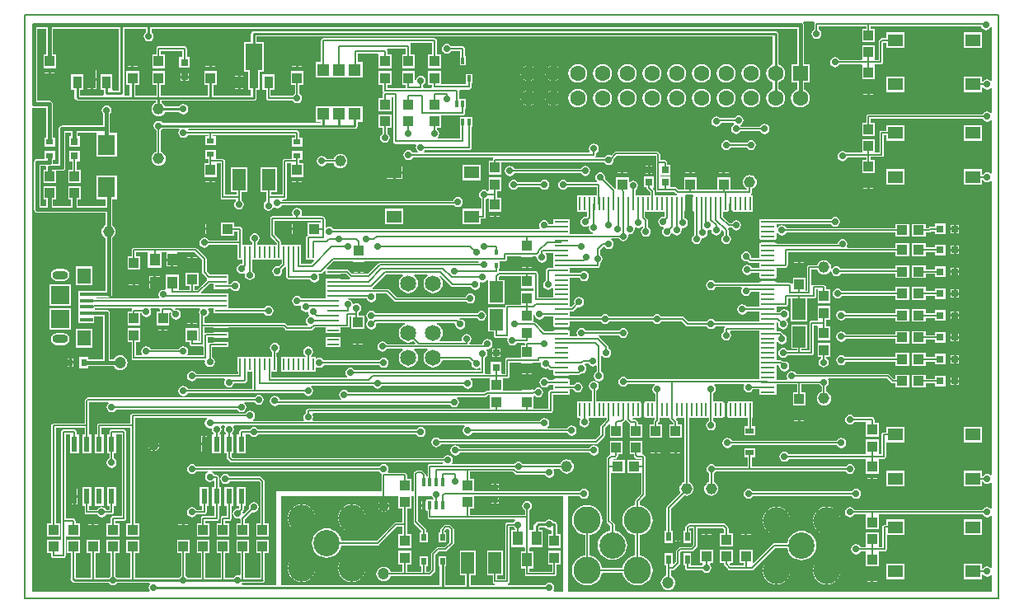
<source format=gtl>
G04 Layer_Physical_Order=1*
G04 Layer_Color=255*
%FSLAX44Y44*%
%MOMM*%
G71*
G01*
G75*
%ADD10R,1.0000X1.1000*%
%ADD11R,1.1000X1.0000*%
%ADD12C,1.1500*%
%ADD13R,0.5000X0.9000*%
%ADD14R,1.3000X1.3000*%
%ADD15R,1.5500X1.3000*%
%ADD16R,0.2500X1.4000*%
%ADD17R,1.4000X0.2500*%
%ADD18R,0.6000X1.6000*%
%ADD19R,0.4000X0.4800*%
%ADD20R,0.8000X0.8000*%
%ADD21R,0.3000X0.6600*%
%ADD22R,1.1000X1.3000*%
%ADD23R,1.3500X2.2000*%
%ADD24R,1.9000X1.9000*%
%ADD25R,1.4000X1.6000*%
%ADD26R,1.3500X0.4000*%
%ADD27R,0.8000X0.8000*%
%ADD28R,1.8000X2.1000*%
%ADD29R,0.8000X0.6000*%
%ADD30R,1.7000X2.7000*%
%ADD31R,0.9000X1.3000*%
%ADD32R,0.9000X1.9000*%
%ADD33R,0.7000X0.8000*%
%ADD34R,1.2000X0.2200*%
%ADD35R,0.2200X1.2000*%
%ADD36R,0.8300X0.6300*%
%ADD37R,1.0000X1.4000*%
%ADD38R,0.5000X0.7000*%
%ADD39R,0.4000X0.9000*%
%ADD40R,0.6000X0.8000*%
%ADD41C,0.3810*%
%ADD42C,0.1524*%
%ADD43C,0.2540*%
%ADD44C,0.3048*%
%ADD45C,0.2032*%
%ADD46C,0.1270*%
%ADD47C,2.7000*%
%ADD48C,2.8000*%
%ADD49C,1.6002*%
%ADD50R,1.6002X1.6002*%
%ADD51O,1.6000X0.9000*%
%ADD52C,1.6400*%
%ADD53C,1.2000*%
%ADD54C,0.7000*%
G36*
X810705Y591529D02*
X810647Y591442D01*
X810469Y590550D01*
Y584875D01*
X809178Y584012D01*
X808067Y582350D01*
X807678Y580390D01*
X808067Y578430D01*
X809178Y576768D01*
X810840Y575658D01*
X812800Y575268D01*
X814760Y575658D01*
X816422Y576768D01*
X817533Y578430D01*
X817922Y580390D01*
X817533Y582350D01*
X816422Y584012D01*
X815131Y584875D01*
Y588219D01*
X863809D01*
Y585754D01*
X859616D01*
Y571706D01*
X872664D01*
Y585754D01*
X868471D01*
Y588219D01*
X981879D01*
X982057Y587320D01*
X983168Y585658D01*
X984830Y584548D01*
X986790Y584158D01*
X988750Y584548D01*
X990412Y585658D01*
X991523Y587320D01*
X991529Y587351D01*
X992799Y587226D01*
Y532557D01*
X992187Y532220D01*
X991529Y532045D01*
X990020Y533052D01*
X988060Y533442D01*
X986100Y533052D01*
X984438Y531942D01*
X983744Y530904D01*
X982474Y531129D01*
Y536704D01*
X963926D01*
Y520656D01*
X982474D01*
Y525510D01*
X983744Y525736D01*
X984438Y524698D01*
X986100Y523587D01*
X988060Y523198D01*
X990020Y523587D01*
X991529Y524595D01*
X992187Y524420D01*
X992799Y524083D01*
Y499537D01*
X992187Y499200D01*
X991529Y499025D01*
X990020Y500033D01*
X988060Y500422D01*
X986100Y500033D01*
X984438Y498922D01*
X983575Y497631D01*
X866140D01*
X865248Y497453D01*
X864492Y496948D01*
X863987Y496192D01*
X863809Y495300D01*
Y489234D01*
X859616D01*
Y475186D01*
X872664D01*
Y489234D01*
X868471D01*
Y492969D01*
X983575D01*
X984438Y491678D01*
X986100Y490568D01*
X988060Y490178D01*
X990020Y490568D01*
X991529Y491575D01*
X992187Y491400D01*
X992799Y491063D01*
Y437307D01*
X992187Y436970D01*
X991529Y436795D01*
X990020Y437803D01*
X988060Y438192D01*
X986100Y437803D01*
X984438Y436692D01*
X983744Y435654D01*
X982474Y435880D01*
Y441454D01*
X963926D01*
Y425406D01*
X982474D01*
Y430261D01*
X983744Y430486D01*
X984438Y429448D01*
X986100Y428338D01*
X988060Y427948D01*
X990020Y428338D01*
X991529Y429345D01*
X992187Y429170D01*
X992799Y428833D01*
Y127427D01*
X992187Y127090D01*
X991529Y126915D01*
X990020Y127922D01*
X988060Y128312D01*
X986100Y127922D01*
X984438Y126812D01*
X983744Y125774D01*
X982474Y125999D01*
Y131574D01*
X963926D01*
Y115526D01*
X982474D01*
Y120380D01*
X983744Y120606D01*
X984438Y119568D01*
X986100Y118457D01*
X988060Y118068D01*
X990020Y118457D01*
X991529Y119465D01*
X992187Y119290D01*
X992799Y118953D01*
Y93137D01*
X992187Y92800D01*
X991529Y92625D01*
X990020Y93632D01*
X988060Y94022D01*
X986100Y93632D01*
X984438Y92522D01*
X983575Y91231D01*
X851575D01*
X850712Y92522D01*
X849050Y93632D01*
X847090Y94022D01*
X845130Y93632D01*
X843468Y92522D01*
X842357Y90860D01*
X841968Y88900D01*
X842357Y86940D01*
X843468Y85278D01*
X845130Y84167D01*
X847090Y83778D01*
X849050Y84167D01*
X850712Y85278D01*
X851575Y86569D01*
X863245D01*
X863426Y85374D01*
X863426D01*
Y71326D01*
X876474D01*
Y85374D01*
X876474D01*
X876655Y86569D01*
X983575D01*
X984438Y85278D01*
X986100Y84167D01*
X988060Y83778D01*
X990020Y84167D01*
X991529Y85175D01*
X992187Y85000D01*
X992799Y84663D01*
Y32177D01*
X992187Y31840D01*
X991529Y31665D01*
X990020Y32673D01*
X988060Y33062D01*
X986100Y32673D01*
X984438Y31562D01*
X983744Y30524D01*
X982474Y30749D01*
Y36324D01*
X963926D01*
Y20276D01*
X982474D01*
Y25131D01*
X983744Y25356D01*
X984438Y24318D01*
X986100Y23207D01*
X988060Y22818D01*
X990020Y23207D01*
X991529Y24215D01*
X992187Y24040D01*
X992799Y23703D01*
Y7201D01*
X557530D01*
Y105619D01*
X569555D01*
X570418Y104328D01*
X572080Y103217D01*
X574040Y102828D01*
X576000Y103217D01*
X577662Y104328D01*
X578773Y105990D01*
X579162Y107950D01*
X578773Y109910D01*
X577662Y111572D01*
X576000Y112683D01*
X574040Y113072D01*
X572080Y112683D01*
X570418Y111572D01*
X569555Y110281D01*
X557530D01*
X557321Y110490D01*
X461184D01*
Y123474D01*
X456991D01*
Y130466D01*
X500675D01*
X503249Y127892D01*
X504005Y127387D01*
X504897Y127209D01*
X533995D01*
X534858Y125918D01*
X536520Y124808D01*
X538480Y124418D01*
X540440Y124808D01*
X542102Y125918D01*
X543213Y127580D01*
X543602Y129540D01*
X543213Y131500D01*
X542685Y132289D01*
X543364Y133559D01*
X549352D01*
X549906Y132222D01*
X551072Y130702D01*
X552592Y129536D01*
X554361Y128803D01*
X556260Y128553D01*
X558159Y128803D01*
X559928Y129536D01*
X561448Y130702D01*
X562614Y132222D01*
X563347Y133991D01*
X563597Y135890D01*
X563347Y137789D01*
X562614Y139558D01*
X561448Y141078D01*
X559928Y142244D01*
X558159Y142977D01*
X556260Y143227D01*
X554361Y142977D01*
X552592Y142244D01*
X551072Y141078D01*
X549906Y139558D01*
X549352Y138221D01*
X511215D01*
X510352Y139512D01*
X508690Y140623D01*
X506730Y141012D01*
X504770Y140623D01*
X503108Y139512D01*
X502216Y138177D01*
X439218Y138212D01*
X438540Y139482D01*
X439072Y140280D01*
X439462Y142240D01*
X439072Y144200D01*
X437962Y145862D01*
X436300Y146973D01*
X434340Y147362D01*
X432380Y146973D01*
X430718Y145862D01*
X429855Y144571D01*
X213055D01*
X211881Y145745D01*
Y149556D01*
X214074D01*
Y168604D01*
X212818D01*
X212433Y169874D01*
X213172Y170368D01*
X214282Y172030D01*
X214672Y173990D01*
X214282Y175950D01*
X213755Y176739D01*
X214434Y178009D01*
X451247D01*
X451632Y176739D01*
X451038Y176342D01*
X449927Y174680D01*
X449538Y172720D01*
X449927Y170760D01*
X451038Y169098D01*
X452700Y167987D01*
X454660Y167598D01*
X456620Y167987D01*
X458282Y169098D01*
X459145Y170389D01*
X556855D01*
X557718Y169098D01*
X559380Y167987D01*
X561340Y167598D01*
X563300Y167987D01*
X564962Y169098D01*
X566073Y170760D01*
X566462Y172720D01*
X566073Y174680D01*
X564962Y176342D01*
X563300Y177453D01*
X561340Y177842D01*
X559380Y177453D01*
X557718Y176342D01*
X556855Y175051D01*
X536813D01*
X536428Y176321D01*
X537022Y176718D01*
X538133Y178380D01*
X538522Y180340D01*
X538133Y182300D01*
X537022Y183962D01*
X535360Y185072D01*
X533400Y185462D01*
X531440Y185072D01*
X529778Y183962D01*
X528915Y182671D01*
X295714D01*
X295035Y183941D01*
X295562Y184730D01*
X295952Y186690D01*
X295562Y188650D01*
X295035Y189439D01*
X295714Y190709D01*
X539750D01*
X540642Y190887D01*
X541398Y191392D01*
X541903Y192148D01*
X542081Y193040D01*
Y208603D01*
X542435Y209726D01*
X559482D01*
Y215169D01*
X562985D01*
X564068Y213548D01*
X565730Y212437D01*
X567690Y212048D01*
X569650Y212437D01*
X571312Y213548D01*
X572422Y215210D01*
X572812Y217170D01*
X572422Y219130D01*
X571312Y220792D01*
X569650Y221903D01*
X567690Y222292D01*
X565730Y221903D01*
X564068Y220792D01*
X563426Y219831D01*
X559482D01*
Y225274D01*
X558668D01*
X557973Y226230D01*
X550959D01*
X543944D01*
X543249Y225274D01*
X542435D01*
Y224581D01*
X537885D01*
X537022Y225872D01*
X535360Y226982D01*
X533400Y227372D01*
X531440Y226982D01*
X529778Y225872D01*
X528667Y224210D01*
X528278Y222250D01*
X528667Y220290D01*
X529778Y218628D01*
X531440Y217518D01*
X533400Y217128D01*
X535360Y217518D01*
X537022Y218628D01*
X537885Y219919D01*
X542435D01*
Y214831D01*
X540160D01*
X539268Y214653D01*
X538512Y214148D01*
X538102Y213738D01*
X537597Y212982D01*
X537419Y212090D01*
Y195371D01*
X522144D01*
Y208104D01*
X523414Y208489D01*
X523428Y208468D01*
X525090Y207358D01*
X527050Y206968D01*
X529010Y207358D01*
X530672Y208468D01*
X531782Y210130D01*
X532172Y212090D01*
X531782Y214050D01*
X530672Y215712D01*
X529010Y216822D01*
X527050Y217212D01*
X525090Y216822D01*
X523428Y215712D01*
X522565Y214421D01*
X522195D01*
X521890Y214360D01*
X520738Y215120D01*
X520620Y215304D01*
Y218050D01*
X515620D01*
X510620D01*
X510620Y213820D01*
X509352Y213814D01*
X490394D01*
Y226269D01*
X495300D01*
X496192Y226447D01*
X496948Y226952D01*
X497453Y227708D01*
X497631Y228600D01*
Y242779D01*
X509627D01*
X510620Y242110D01*
X510620Y241509D01*
Y237880D01*
X515620D01*
X520620D01*
Y241509D01*
X520620Y242110D01*
X521613Y242779D01*
X527050D01*
X527942Y242957D01*
X528680Y243450D01*
X528765Y243432D01*
X529873Y242934D01*
X529548Y241300D01*
X529938Y239340D01*
X531048Y237678D01*
X532710Y236567D01*
X534670Y236178D01*
X536630Y236567D01*
X537077Y236866D01*
X538092Y235852D01*
X538848Y235347D01*
X539740Y235169D01*
X542435D01*
Y229726D01*
X543249D01*
X543944Y228770D01*
X550959D01*
X557973D01*
X558668Y229726D01*
X559482D01*
Y230169D01*
X569050D01*
X569942Y230347D01*
X570698Y230852D01*
X571265Y231419D01*
X571590Y231354D01*
X573550Y231744D01*
X575212Y232855D01*
X576323Y234517D01*
X576712Y236477D01*
X576323Y238437D01*
X575212Y240099D01*
X575002Y240239D01*
X575387Y241509D01*
X578445D01*
X579308Y240218D01*
X580970Y239107D01*
X582930Y238718D01*
X584890Y239107D01*
X585679Y239635D01*
X586949Y238956D01*
Y233085D01*
X585658Y232222D01*
X584548Y230560D01*
X584158Y228600D01*
X584548Y226640D01*
X585658Y224978D01*
X586743Y224253D01*
X586160Y223172D01*
X584200Y223562D01*
X582240Y223172D01*
X580578Y222062D01*
X579468Y220400D01*
X579078Y218440D01*
X579468Y216480D01*
X580578Y214818D01*
X582128Y213782D01*
Y202524D01*
X566684D01*
Y185476D01*
X569752D01*
X570430Y184206D01*
X569726Y183152D01*
X569336Y181192D01*
X569726Y179231D01*
X570836Y177569D01*
X572498Y176459D01*
X574459Y176069D01*
X576419Y176459D01*
X578081Y177569D01*
X579191Y179231D01*
X579581Y181192D01*
X579191Y183152D01*
X578487Y184206D01*
X579165Y185476D01*
X597128D01*
Y183864D01*
X591442Y178178D01*
X590937Y177422D01*
X590759Y176530D01*
Y168605D01*
X585775Y163621D01*
X426461D01*
X425972Y164352D01*
X424310Y165462D01*
X422350Y165852D01*
X420390Y165462D01*
X418728Y164352D01*
X417617Y162690D01*
X417228Y160730D01*
X417617Y158770D01*
X418728Y157108D01*
X420390Y155997D01*
X422350Y155608D01*
X424310Y155997D01*
X425972Y157108D01*
X427082Y158770D01*
X427120Y158959D01*
X586740D01*
X587632Y159137D01*
X588388Y159642D01*
X594738Y165992D01*
X595243Y166748D01*
X595421Y167640D01*
Y175565D01*
X599305Y179449D01*
X600536Y178884D01*
Y165306D01*
X613584D01*
Y179354D01*
X613584D01*
X613883Y180500D01*
X616107Y182723D01*
X616236Y182918D01*
X617705Y182961D01*
X617810Y182803D01*
X620243Y180370D01*
X620856Y179354D01*
Y165306D01*
X633904D01*
Y179354D01*
X629711D01*
Y180340D01*
X629533Y181232D01*
X629028Y181988D01*
X627758Y183258D01*
X627002Y183763D01*
X626110Y183941D01*
X624265D01*
X624088Y184206D01*
X624767Y185476D01*
X632233D01*
Y186290D01*
X633189Y186985D01*
Y194000D01*
Y201015D01*
X632233Y201710D01*
Y202524D01*
X586789D01*
Y214128D01*
X587822Y214818D01*
X588932Y216480D01*
X589322Y218440D01*
X588932Y220400D01*
X587822Y222062D01*
X586737Y222787D01*
X587320Y223867D01*
X589280Y223478D01*
X591240Y223867D01*
X592902Y224978D01*
X594012Y226640D01*
X594402Y228600D01*
X594012Y230560D01*
X592902Y232222D01*
X591611Y233085D01*
Y249317D01*
X592881Y249702D01*
X593278Y249108D01*
X594940Y247997D01*
X596900Y247608D01*
X598860Y247997D01*
X600522Y249108D01*
X601632Y250770D01*
X602022Y252730D01*
X601632Y254690D01*
X600522Y256352D01*
X599231Y257215D01*
Y258934D01*
X599053Y259826D01*
X598548Y260582D01*
X590218Y268912D01*
X589462Y269417D01*
X589301Y269449D01*
X589426Y270719D01*
X609805D01*
X610668Y269428D01*
X612330Y268318D01*
X614290Y267928D01*
X616250Y268318D01*
X617912Y269428D01*
X619022Y271090D01*
X619412Y273050D01*
X619022Y275010D01*
X617912Y276672D01*
X616250Y277782D01*
X614290Y278172D01*
X612330Y277782D01*
X610668Y276672D01*
X609805Y275381D01*
X575985D01*
X575122Y276672D01*
X573460Y277782D01*
X571500Y278172D01*
X569540Y277782D01*
X567878Y276672D01*
X566768Y275010D01*
X566378Y273050D01*
X566768Y271090D01*
X567018Y270715D01*
X566419Y269595D01*
X559482D01*
Y275274D01*
X558668D01*
X557973Y276230D01*
X550959D01*
X543944D01*
X543249Y275274D01*
X542435D01*
Y274831D01*
X533645D01*
X524888Y283588D01*
X524132Y284093D01*
X523240Y284271D01*
X521993D01*
Y291647D01*
X523263Y291772D01*
X523587Y290140D01*
X524698Y288478D01*
X526360Y287367D01*
X528320Y286978D01*
X530280Y287367D01*
X531942Y288478D01*
X532805Y289769D01*
X542435D01*
Y279726D01*
X543249D01*
X543944Y278770D01*
X550959D01*
X557973D01*
X558668Y279726D01*
X559482D01*
Y285169D01*
X591145D01*
X592008Y283878D01*
X593670Y282768D01*
X595630Y282378D01*
X597590Y282768D01*
X599252Y283878D01*
X600115Y285169D01*
X644672D01*
X645535Y283878D01*
X647197Y282768D01*
X649157Y282378D01*
X651117Y282768D01*
X652779Y283878D01*
X653642Y285169D01*
X674195D01*
X678680Y280683D01*
X679436Y280178D01*
X680329Y280001D01*
X699974D01*
X700836Y278709D01*
X702498Y277599D01*
X704458Y277209D01*
X706419Y277599D01*
X708081Y278709D01*
X708943Y280001D01*
X718138D01*
X718664Y278731D01*
X718442Y278508D01*
X717937Y277752D01*
X717759Y276860D01*
Y274995D01*
X716468Y274132D01*
X715358Y272470D01*
X714968Y270510D01*
X715358Y268550D01*
X716468Y266888D01*
X718130Y265777D01*
X720090Y265388D01*
X722050Y265777D01*
X723712Y266888D01*
X724822Y268550D01*
X725212Y270510D01*
X724822Y272470D01*
X723868Y273899D01*
X724137Y274746D01*
X724430Y275169D01*
X754435D01*
Y264726D01*
Y254726D01*
Y244726D01*
Y234726D01*
Y225287D01*
X618891D01*
X617912Y226752D01*
X616250Y227862D01*
X614290Y228252D01*
X612330Y227862D01*
X610668Y226752D01*
X609557Y225090D01*
X609168Y223130D01*
X609557Y221170D01*
X610668Y219508D01*
X612330Y218398D01*
X614290Y218008D01*
X616250Y218398D01*
X617912Y219508D01*
X618659Y220625D01*
X646371D01*
X646756Y219355D01*
X645836Y218741D01*
X644726Y217079D01*
X644336Y215119D01*
X644726Y213158D01*
X645836Y211496D01*
X647128Y210634D01*
Y202524D01*
X636684D01*
Y201710D01*
X635728Y201015D01*
Y194000D01*
Y186985D01*
X636684Y186290D01*
Y185476D01*
X646819D01*
X647000Y184206D01*
X646052Y183258D01*
X645547Y182502D01*
X645369Y181610D01*
Y179354D01*
X641209D01*
Y165306D01*
X654257D01*
Y179354D01*
X650031D01*
Y180645D01*
X651107Y181720D01*
X651612Y182477D01*
X651789Y183368D01*
Y185476D01*
X662128D01*
Y185172D01*
X662305Y184279D01*
X662810Y183523D01*
X665689Y180644D01*
Y179354D01*
X661496D01*
Y165306D01*
X674544D01*
Y179354D01*
X670351D01*
Y181610D01*
X670173Y182502D01*
X669668Y183258D01*
X668624Y184303D01*
X669110Y185476D01*
X677128D01*
Y119941D01*
X675782Y119384D01*
X674262Y118218D01*
X673096Y116698D01*
X672363Y114929D01*
X672113Y113030D01*
X672363Y111131D01*
X673096Y109362D01*
X673382Y108989D01*
X659412Y95018D01*
X658907Y94262D01*
X658729Y93370D01*
Y69594D01*
X657036D01*
Y57546D01*
X665084D01*
Y69594D01*
X663391D01*
Y92405D01*
X677112Y106125D01*
X677551Y105943D01*
X679450Y105693D01*
X681349Y105943D01*
X683118Y106676D01*
X684638Y107842D01*
X685804Y109362D01*
X686537Y111131D01*
X686787Y113030D01*
X686537Y114929D01*
X685804Y116698D01*
X684638Y118218D01*
X683118Y119384D01*
X681789Y119934D01*
Y185476D01*
X702128D01*
Y182676D01*
X700836Y181814D01*
X699726Y180152D01*
X699336Y178192D01*
X699726Y176231D01*
X700836Y174569D01*
X702498Y173459D01*
X704458Y173069D01*
X706419Y173459D01*
X708081Y174569D01*
X709191Y176231D01*
X709581Y178192D01*
X709191Y180152D01*
X708081Y181814D01*
X706789Y182676D01*
Y185476D01*
X717233D01*
Y186290D01*
X718188Y186985D01*
Y194000D01*
Y201015D01*
X717233Y201710D01*
Y202524D01*
X706789D01*
Y211024D01*
X708081Y211886D01*
X709191Y213548D01*
X709581Y215508D01*
X709191Y217469D01*
X708081Y219131D01*
X707744Y219355D01*
X708130Y220625D01*
X737869D01*
X738468Y219505D01*
X738217Y219130D01*
X737828Y217170D01*
X738217Y215210D01*
X739328Y213548D01*
X740990Y212437D01*
X742950Y212048D01*
X744910Y212437D01*
X746572Y213548D01*
X747655Y215169D01*
X754435D01*
Y209726D01*
X771482D01*
Y220169D01*
X792689D01*
Y212374D01*
X788496D01*
Y198326D01*
X801544D01*
Y212374D01*
X797351D01*
Y220169D01*
X815685D01*
X816548Y218878D01*
X818089Y217848D01*
Y212648D01*
X816752Y212094D01*
X815232Y210928D01*
X814066Y209408D01*
X813333Y207639D01*
X813083Y205740D01*
X813333Y203841D01*
X814066Y202072D01*
X815232Y200552D01*
X816752Y199386D01*
X818521Y198653D01*
X820420Y198403D01*
X822319Y198653D01*
X824088Y199386D01*
X825608Y200552D01*
X826774Y202072D01*
X827507Y203841D01*
X827757Y205740D01*
X827507Y207639D01*
X826774Y209408D01*
X825608Y210928D01*
X824088Y212094D01*
X822751Y212648D01*
Y218182D01*
X823792Y218878D01*
X824902Y220540D01*
X825292Y222500D01*
X824902Y224460D01*
X824542Y224999D01*
X825221Y226269D01*
X885495D01*
X889892Y221872D01*
X890648Y221367D01*
X891540Y221189D01*
X893796D01*
Y216996D01*
X907844D01*
Y230044D01*
X893796D01*
Y225851D01*
X892505D01*
X888108Y230248D01*
X887352Y230753D01*
X886460Y230931D01*
X791885D01*
X791022Y232222D01*
X789360Y233333D01*
X787400Y233722D01*
X785440Y233333D01*
X783778Y232222D01*
X782667Y230560D01*
X782278Y228600D01*
X782667Y226640D01*
X783028Y226101D01*
X782349Y224831D01*
X771482D01*
Y229726D01*
Y240169D01*
X773937D01*
X774743Y239188D01*
X774658Y238760D01*
X775048Y236800D01*
X776158Y235138D01*
X777820Y234028D01*
X779780Y233638D01*
X781740Y234028D01*
X783402Y235138D01*
X784512Y236800D01*
X784902Y238760D01*
X784512Y240720D01*
X783402Y242382D01*
X781740Y243493D01*
X779780Y243882D01*
X778257Y243579D01*
X777688Y244148D01*
X776932Y244653D01*
X776040Y244831D01*
X771482D01*
Y254726D01*
Y263988D01*
X772753Y264373D01*
X773618Y263078D01*
X775280Y261968D01*
X777240Y261578D01*
X779200Y261968D01*
X780862Y263078D01*
X781973Y264740D01*
X782362Y266700D01*
X781973Y268660D01*
X780862Y270322D01*
X779416Y271288D01*
X779393Y271402D01*
X778888Y272158D01*
X776898Y274148D01*
X776142Y274653D01*
X775250Y274831D01*
X771482D01*
Y283875D01*
X772753Y284401D01*
X773691Y283463D01*
X773388Y281940D01*
X773777Y279980D01*
X774888Y278318D01*
X776550Y277208D01*
X778510Y276818D01*
X780470Y277208D01*
X782132Y278318D01*
X783242Y279980D01*
X783632Y281940D01*
X783242Y283900D01*
X782132Y285562D01*
X781453Y286016D01*
X781722Y287364D01*
X781740Y287367D01*
X783402Y288478D01*
X784512Y290140D01*
X784902Y292100D01*
X784512Y294060D01*
X783402Y295722D01*
X781740Y296833D01*
X779780Y297222D01*
X777820Y296833D01*
X776158Y295722D01*
X775295Y294431D01*
X771482D01*
Y299929D01*
X781050D01*
X781942Y300107D01*
X782698Y300612D01*
X783203Y301368D01*
X783381Y302260D01*
Y308730D01*
X786657D01*
Y284786D01*
X803205D01*
Y308730D01*
X810260D01*
X811152Y308908D01*
X811908Y309413D01*
X812413Y310169D01*
X812591Y311061D01*
Y317709D01*
X813896D01*
Y303736D01*
X826944D01*
Y317784D01*
X822751D01*
Y320040D01*
X822573Y320932D01*
X822068Y321688D01*
X821312Y322193D01*
X820420Y322371D01*
X810260D01*
X809368Y322193D01*
X808781Y321801D01*
X808085Y321993D01*
X807511Y322326D01*
Y338029D01*
X813512D01*
X814066Y336692D01*
X815232Y335172D01*
X816752Y334006D01*
X818521Y333273D01*
X820420Y333023D01*
X822319Y333273D01*
X824088Y334006D01*
X825608Y335172D01*
X826774Y336692D01*
X827624Y336593D01*
X828027Y336400D01*
X828388Y334590D01*
X829498Y332928D01*
X831160Y331818D01*
X833120Y331428D01*
X835080Y331818D01*
X836742Y332928D01*
X837605Y334219D01*
X893796D01*
Y329482D01*
X907844D01*
Y342530D01*
X893796D01*
Y338881D01*
X837605D01*
X836742Y340172D01*
X835080Y341283D01*
X833120Y341672D01*
X831160Y341283D01*
X829498Y340172D01*
X828894Y339268D01*
X827673Y339728D01*
X827757Y340360D01*
X827507Y342259D01*
X826774Y344028D01*
X825608Y345548D01*
X824088Y346714D01*
X822319Y347447D01*
X820420Y347697D01*
X818521Y347447D01*
X816752Y346714D01*
X815232Y345548D01*
X814066Y344028D01*
X813512Y342691D01*
X805180D01*
X804288Y342513D01*
X803532Y342008D01*
X803027Y341252D01*
X802849Y340360D01*
Y316580D01*
X801544D01*
Y329994D01*
X788496D01*
Y323892D01*
X787226Y323507D01*
X787219Y323517D01*
X786588Y324148D01*
X785832Y324653D01*
X784940Y324831D01*
X771482D01*
Y325274D01*
X770668D01*
X769973Y326230D01*
X762959D01*
X755944D01*
X755249Y325274D01*
X754435D01*
Y324831D01*
X708735D01*
X708081Y325811D01*
X706419Y326921D01*
X704458Y327311D01*
X702498Y326921D01*
X700836Y325811D01*
X699726Y324149D01*
X699336Y322188D01*
X699726Y320228D01*
X700836Y318566D01*
X702498Y317456D01*
X704458Y317066D01*
X706419Y317456D01*
X708081Y318566D01*
X709152Y320169D01*
X735472D01*
X736151Y318899D01*
X735677Y318190D01*
X735288Y316230D01*
X735677Y314270D01*
X736788Y312608D01*
X738450Y311497D01*
X740410Y311108D01*
X742370Y311497D01*
X744032Y312608D01*
X745143Y314270D01*
X745321Y315169D01*
X754435D01*
Y309726D01*
Y299831D01*
X740871D01*
X740222Y300802D01*
X738560Y301912D01*
X736600Y302302D01*
X734640Y301912D01*
X732978Y300802D01*
X731868Y299140D01*
X731478Y297180D01*
X731868Y295220D01*
X732978Y293558D01*
X734640Y292447D01*
X736600Y292058D01*
X738560Y292447D01*
X740222Y293558D01*
X741299Y295169D01*
X754435D01*
Y284662D01*
X708943D01*
X708081Y285954D01*
X706419Y287064D01*
X704458Y287454D01*
X702498Y287064D01*
X700836Y285954D01*
X699974Y284662D01*
X681294D01*
X676808Y289148D01*
X676052Y289653D01*
X675160Y289831D01*
X653642D01*
X652779Y291122D01*
X651117Y292232D01*
X649157Y292622D01*
X647197Y292232D01*
X645535Y291122D01*
X644672Y289831D01*
X600115D01*
X599252Y291122D01*
X597590Y292232D01*
X595630Y292622D01*
X593670Y292232D01*
X592008Y291122D01*
X591145Y289831D01*
X559482D01*
Y295169D01*
X561660D01*
X562552Y295347D01*
X563308Y295852D01*
X567437Y299981D01*
X568960Y299678D01*
X570920Y300068D01*
X572582Y301178D01*
X573693Y302840D01*
X574082Y304800D01*
X573693Y306760D01*
X572582Y308422D01*
X570920Y309533D01*
X568960Y309922D01*
X567000Y309533D01*
X565338Y308422D01*
X564227Y306760D01*
X563838Y304800D01*
X564141Y303277D01*
X560752Y299889D01*
X559482Y299971D01*
Y309726D01*
Y319726D01*
Y330169D01*
X569176D01*
X569308Y329510D01*
X570418Y327848D01*
X572080Y326738D01*
X574040Y326348D01*
X576000Y326738D01*
X577662Y327848D01*
X578773Y329510D01*
X579162Y331470D01*
X578773Y333430D01*
X577662Y335092D01*
X576000Y336203D01*
X574040Y336592D01*
X572080Y336203D01*
X570418Y335092D01*
X570243Y334831D01*
X559482D01*
Y340169D01*
X588010D01*
X588902Y340347D01*
X589658Y340852D01*
X590163Y341608D01*
X590341Y342500D01*
Y344765D01*
X591632Y345628D01*
X592743Y347290D01*
X593132Y349250D01*
X592743Y351210D01*
X591632Y352872D01*
X590341Y353735D01*
Y358445D01*
X593808Y361912D01*
X595184Y361817D01*
X595818Y360868D01*
X597480Y359757D01*
X599440Y359368D01*
X601400Y359757D01*
X603062Y360868D01*
X604173Y362530D01*
X604562Y364490D01*
X604173Y366450D01*
X603062Y368112D01*
X601884Y368899D01*
X602269Y370169D01*
X609805D01*
X610668Y368878D01*
X612330Y367767D01*
X614290Y367378D01*
X616250Y367767D01*
X617912Y368878D01*
X619022Y370540D01*
X619412Y372500D01*
X619178Y373681D01*
X620229Y374767D01*
X621030Y374608D01*
X622990Y374997D01*
X624652Y376108D01*
X625762Y377770D01*
X626152Y379730D01*
X625855Y381227D01*
X626953Y382020D01*
X627960Y381348D01*
X629920Y380958D01*
X631880Y381348D01*
X633542Y382458D01*
X633549Y382469D01*
X634842Y382118D01*
X634881Y381456D01*
X633918Y380812D01*
X632808Y379150D01*
X632418Y377190D01*
X632808Y375230D01*
X633918Y373568D01*
X635580Y372458D01*
X637540Y372068D01*
X639500Y372458D01*
X641162Y373568D01*
X642272Y375230D01*
X642662Y377190D01*
X642272Y379150D01*
X641162Y380812D01*
X639871Y381675D01*
Y388620D01*
X639693Y389512D01*
X639188Y390268D01*
X636789Y392667D01*
Y397476D01*
X657128D01*
Y393391D01*
X655898Y392357D01*
X655320Y392472D01*
X653360Y392082D01*
X651698Y390972D01*
X650587Y389310D01*
X650198Y387350D01*
X650587Y385390D01*
X651698Y383728D01*
X653360Y382617D01*
X655320Y382228D01*
X655349Y382233D01*
X655845Y381037D01*
X655508Y380812D01*
X654398Y379150D01*
X654008Y377190D01*
X654398Y375230D01*
X655508Y373568D01*
X657170Y372458D01*
X659130Y372068D01*
X661090Y372458D01*
X662752Y373568D01*
X663863Y375230D01*
X663866Y375248D01*
X665214Y375517D01*
X665668Y374838D01*
X667330Y373727D01*
X669290Y373338D01*
X671250Y373727D01*
X672912Y374838D01*
X674023Y376500D01*
X674412Y378460D01*
X674113Y379967D01*
X674866Y380931D01*
X675090Y381067D01*
X675640Y380958D01*
X677600Y381348D01*
X679262Y382458D01*
X680372Y384120D01*
X680762Y386080D01*
X680372Y388040D01*
X679262Y389702D01*
X677600Y390812D01*
X676789Y390974D01*
Y397476D01*
X677233D01*
Y398290D01*
X678188Y398985D01*
Y406000D01*
Y413015D01*
X677651Y413405D01*
X677531Y414400D01*
X678462Y415499D01*
X685455D01*
X686386Y414400D01*
X686266Y413405D01*
X685729Y413015D01*
Y406000D01*
Y398985D01*
X686684Y398290D01*
Y397476D01*
X687128D01*
Y373954D01*
X685988Y373192D01*
X684877Y371530D01*
X684488Y369570D01*
X684877Y367610D01*
X685988Y365948D01*
X687650Y364837D01*
X689610Y364448D01*
X691570Y364837D01*
X693232Y365948D01*
X694342Y367610D01*
X694732Y369570D01*
X694651Y369981D01*
X695549Y370879D01*
X695960Y370798D01*
X697920Y371188D01*
X699582Y372298D01*
X700693Y373960D01*
X701082Y375920D01*
X700832Y377180D01*
X700981Y378065D01*
X701754Y378559D01*
X703000Y378807D01*
X703671Y379256D01*
X704814Y378492D01*
X704808Y378460D01*
X705198Y376500D01*
X706308Y374838D01*
X707970Y373727D01*
X709930Y373338D01*
X711890Y373727D01*
X713552Y374838D01*
X714662Y376500D01*
X715043Y378414D01*
X715242Y378549D01*
X716236Y379017D01*
X717759Y377495D01*
Y374055D01*
X716468Y373192D01*
X715358Y371530D01*
X714968Y369570D01*
X715358Y367610D01*
X716468Y365948D01*
X718130Y364837D01*
X720090Y364448D01*
X722050Y364837D01*
X723712Y365948D01*
X724822Y367610D01*
X725212Y369570D01*
X724822Y371530D01*
X723712Y373192D01*
X722421Y374055D01*
Y378460D01*
X722243Y379352D01*
X721751Y380089D01*
X721765Y380157D01*
X722384Y381258D01*
X722630Y381209D01*
X725765D01*
X726628Y379918D01*
X728290Y378807D01*
X730250Y378418D01*
X732210Y378807D01*
X733872Y379918D01*
X734983Y381580D01*
X735372Y383540D01*
X734983Y385500D01*
X733872Y387162D01*
X732210Y388273D01*
X730250Y388662D01*
X728290Y388273D01*
X726628Y387162D01*
X725765Y385871D01*
X723596D01*
X716789Y392677D01*
Y397476D01*
X722233D01*
Y398290D01*
X723188Y398985D01*
Y406000D01*
X725729D01*
Y398985D01*
X726684Y398290D01*
Y397476D01*
X747233D01*
Y414524D01*
X745499D01*
X745312Y415080D01*
X745288Y415794D01*
X745868Y416182D01*
X746373Y416938D01*
X746551Y417830D01*
Y421082D01*
X747888Y421636D01*
X749408Y422802D01*
X750574Y424322D01*
X751307Y426091D01*
X751557Y427990D01*
X751307Y429889D01*
X750574Y431658D01*
X749408Y433178D01*
X747888Y434344D01*
X746119Y435077D01*
X744220Y435327D01*
X742321Y435077D01*
X740552Y434344D01*
X739032Y433178D01*
X737866Y431658D01*
X737133Y429889D01*
X736883Y427990D01*
X737133Y426091D01*
X737866Y424322D01*
X739032Y422802D01*
X740552Y421636D01*
X741048Y421431D01*
X740795Y420161D01*
X724074D01*
Y432864D01*
X711026D01*
Y420161D01*
X689784D01*
Y432864D01*
X676736D01*
Y420161D01*
X671525D01*
X669668Y422018D01*
X668912Y422523D01*
X668020Y422701D01*
X662244D01*
Y433614D01*
X652571D01*
Y435066D01*
X662244D01*
Y446114D01*
X659551D01*
Y447680D01*
X659373Y448572D01*
X658868Y449328D01*
X658238Y449958D01*
X657482Y450463D01*
X656590Y450641D01*
X652571D01*
Y455930D01*
X652393Y456822D01*
X651888Y457578D01*
X650618Y458848D01*
X649862Y459353D01*
X648970Y459531D01*
X607060D01*
X606168Y459353D01*
X605412Y458848D01*
X601847Y455284D01*
X601400Y455583D01*
X599440Y455972D01*
X597480Y455583D01*
X595818Y454472D01*
X594955Y453181D01*
X586486D01*
X586153Y453755D01*
X585961Y454451D01*
X586353Y455038D01*
X586531Y455930D01*
Y457795D01*
X587822Y458658D01*
X588932Y460320D01*
X589322Y462280D01*
X588932Y464240D01*
X587822Y465902D01*
X586160Y467012D01*
X584200Y467402D01*
X582240Y467012D01*
X580578Y465902D01*
X579468Y464240D01*
X579078Y462280D01*
X579468Y460320D01*
X579995Y459531D01*
X579316Y458261D01*
X409813D01*
X409428Y459531D01*
X410022Y459928D01*
X410712Y460960D01*
X455930D01*
X456921Y461157D01*
X457761Y461719D01*
X458323Y462559D01*
X458520Y463550D01*
Y485086D01*
X459104D01*
Y494734D01*
X453056D01*
Y494734D01*
X452604D01*
Y494734D01*
X446556D01*
Y485086D01*
X446990D01*
Y472490D01*
X424171D01*
X423785Y473760D01*
X423992Y473898D01*
X425103Y475560D01*
X425492Y477520D01*
X425103Y479480D01*
X423992Y481142D01*
X422701Y482005D01*
Y483586D01*
X426894D01*
Y496520D01*
X449580D01*
X450571Y496717D01*
X451411Y497279D01*
X451973Y498119D01*
X452170Y499110D01*
Y503486D01*
X452604D01*
Y513134D01*
X446556D01*
X445820Y514099D01*
Y521970D01*
X446872Y523190D01*
X455930D01*
X456921Y523387D01*
X457761Y523949D01*
X457911Y524099D01*
X458473Y524939D01*
X458670Y525930D01*
Y529536D01*
X459104D01*
Y539184D01*
X453056D01*
Y529536D01*
X453056D01*
X452805Y528370D01*
X426894D01*
Y542084D01*
X413846D01*
Y528036D01*
X417780D01*
Y525780D01*
X416728Y524560D01*
X410082D01*
X408990Y525577D01*
Y527818D01*
X410022Y528508D01*
X411133Y530170D01*
X411522Y532130D01*
X411133Y534090D01*
X410022Y535752D01*
X408360Y536862D01*
X406400Y537252D01*
X404440Y536862D01*
X402778Y535752D01*
X401668Y534090D01*
X401494Y533218D01*
X400224Y533343D01*
Y542084D01*
X387176D01*
Y528036D01*
X391110D01*
Y525577D01*
X390018Y524560D01*
X372160D01*
Y528036D01*
X376094D01*
Y542084D01*
X363046D01*
Y528036D01*
X366980D01*
Y521970D01*
X367177Y520979D01*
X367739Y520139D01*
Y519991D01*
X367177Y519151D01*
X366980Y518160D01*
Y514634D01*
X363046D01*
Y500586D01*
X376094D01*
Y514634D01*
X376900Y515570D01*
X378410D01*
Y469900D01*
X378607Y468909D01*
X379169Y468069D01*
X380009Y467507D01*
X381000Y467310D01*
X401343D01*
X402022Y466040D01*
X401668Y465510D01*
X401278Y463550D01*
X401668Y461590D01*
X402778Y459928D01*
X403372Y459531D01*
X402987Y458261D01*
X398185D01*
X397322Y459552D01*
X395660Y460662D01*
X393700Y461052D01*
X391740Y460662D01*
X390078Y459552D01*
X388968Y457890D01*
X388578Y455930D01*
X388968Y453970D01*
X390078Y452308D01*
X391740Y451198D01*
X393700Y450808D01*
X395660Y451198D01*
X397322Y452308D01*
X398185Y453599D01*
X480314D01*
X480647Y453025D01*
X480839Y452329D01*
X480447Y451742D01*
X480269Y450850D01*
Y449864D01*
X476076D01*
Y435816D01*
X489124D01*
Y448519D01*
X594955D01*
X595818Y447228D01*
X597480Y446118D01*
X599440Y445728D01*
X601400Y446118D01*
X603062Y447228D01*
X604173Y448890D01*
X604562Y450850D01*
X604470Y451314D01*
X608026Y454869D01*
X647909D01*
Y448310D01*
Y420370D01*
X648087Y419478D01*
X648592Y418722D01*
X649348Y418217D01*
X650240Y418039D01*
X667055D01*
X668912Y416182D01*
X669492Y415794D01*
X669468Y415080D01*
X669281Y414524D01*
X646789D01*
Y418531D01*
X646612Y419423D01*
X646107Y420180D01*
X644894Y421393D01*
X645380Y422566D01*
X645744D01*
Y433614D01*
X635696D01*
Y422566D01*
X638389D01*
Y422270D01*
X638567Y421378D01*
X639072Y420622D01*
X642128Y417566D01*
Y414524D01*
X626789D01*
Y419695D01*
X628081Y420558D01*
X629191Y422220D01*
X629581Y424180D01*
X629191Y426140D01*
X628081Y427802D01*
X626419Y428913D01*
X624459Y429302D01*
X622498Y428913D01*
X621204Y428048D01*
X619934Y428563D01*
Y432864D01*
X606886D01*
Y421826D01*
X605616Y421300D01*
X595369Y431547D01*
X595672Y433070D01*
X595283Y435030D01*
X594172Y436692D01*
X592510Y437803D01*
X590550Y438192D01*
X588590Y437803D01*
X586928Y436692D01*
X585817Y435030D01*
X585428Y433070D01*
X585817Y431110D01*
X586928Y429448D01*
X587522Y429051D01*
X587137Y427781D01*
X556935D01*
X556072Y429072D01*
X554410Y430182D01*
X552450Y430572D01*
X550490Y430182D01*
X548828Y429072D01*
X547718Y427410D01*
X547328Y425450D01*
X547718Y423490D01*
X548828Y421828D01*
X550490Y420718D01*
X552450Y420328D01*
X554410Y420718D01*
X556072Y421828D01*
X556935Y423119D01*
X586949D01*
Y414524D01*
X566684D01*
Y397476D01*
X577128D01*
Y393384D01*
X575903Y392354D01*
X575310Y392472D01*
X573350Y392082D01*
X571688Y390972D01*
X570578Y389310D01*
X570188Y387350D01*
X570578Y385390D01*
X571688Y383728D01*
X573350Y382617D01*
X575310Y382228D01*
X577270Y382617D01*
X578277Y383290D01*
X579375Y382497D01*
X579078Y381000D01*
X579468Y379040D01*
X580578Y377378D01*
X582240Y376268D01*
X583078Y376101D01*
X582953Y374831D01*
X559482D01*
Y379726D01*
Y390274D01*
X542435D01*
Y384601D01*
X538013D01*
X537759Y385873D01*
X536649Y387535D01*
X534987Y388646D01*
X533027Y389036D01*
X531067Y388646D01*
X529405Y387535D01*
X528294Y385873D01*
X527904Y383913D01*
X528294Y381953D01*
X528864Y381101D01*
X528185Y379831D01*
X316698D01*
X316042Y380812D01*
X314380Y381922D01*
X312420Y382312D01*
X310460Y381922D01*
X309657Y381386D01*
X308387Y382065D01*
Y390186D01*
X308210Y391078D01*
X307705Y391834D01*
X307225Y392315D01*
X306468Y392820D01*
X305576Y392997D01*
X284623D01*
X284024Y394117D01*
X284132Y394280D01*
X284522Y396240D01*
X284132Y398200D01*
X283022Y399862D01*
X281360Y400973D01*
X279400Y401362D01*
X277440Y400973D01*
X275778Y399862D01*
X274667Y398200D01*
X274278Y396240D01*
X274667Y394280D01*
X274776Y394117D01*
X274177Y392997D01*
X254000D01*
X253108Y392820D01*
X252352Y392315D01*
X251847Y391558D01*
X251669Y390667D01*
Y373380D01*
X251847Y372488D01*
X252352Y371732D01*
X258513Y365571D01*
Y363474D01*
X238174D01*
Y365979D01*
X239466Y366842D01*
X240576Y368503D01*
X240966Y370463D01*
X240576Y372424D01*
X239466Y374086D01*
X237804Y375196D01*
X235844Y375586D01*
X233883Y375196D01*
X232222Y374086D01*
X231111Y372424D01*
X230721Y370463D01*
X231111Y368503D01*
X232222Y366842D01*
X233513Y365979D01*
Y363474D01*
X223174D01*
Y379594D01*
X222997Y380485D01*
X222492Y381242D01*
X222355Y381378D01*
X221599Y381883D01*
X220707Y382061D01*
X214914D01*
Y386254D01*
X200866D01*
Y373206D01*
X214914D01*
Y377399D01*
X218513D01*
Y368091D01*
X188635D01*
X187772Y369382D01*
X186110Y370493D01*
X184150Y370882D01*
X182190Y370493D01*
X180528Y369382D01*
X179417Y367720D01*
X179028Y365760D01*
X179417Y363800D01*
X180528Y362138D01*
X182190Y361027D01*
X184150Y360638D01*
X186110Y361027D01*
X187772Y362138D01*
X188635Y363429D01*
X218220D01*
Y348426D01*
X223513D01*
Y344962D01*
X222531Y344156D01*
X222250Y344212D01*
X220290Y343823D01*
X218628Y342712D01*
X217518Y341050D01*
X217128Y339090D01*
X217518Y337130D01*
X218628Y335468D01*
X220290Y334357D01*
X222250Y333968D01*
X224210Y334357D01*
X225012Y334893D01*
X225112Y334849D01*
X226041Y334054D01*
X225721Y332444D01*
X226111Y330483D01*
X227221Y328821D01*
X228883Y327711D01*
X230844Y327321D01*
X232804Y327711D01*
X234466Y328821D01*
X235576Y330483D01*
X235966Y332444D01*
X235576Y334404D01*
X234466Y336066D01*
X233174Y336928D01*
Y348426D01*
X263513D01*
Y344279D01*
X260603Y341369D01*
X259080Y341672D01*
X257120Y341283D01*
X255458Y340172D01*
X254347Y338510D01*
X253958Y336550D01*
X254347Y334590D01*
X255458Y332928D01*
X257120Y331818D01*
X259080Y331428D01*
X261040Y331818D01*
X262702Y332928D01*
X263813Y334590D01*
X264202Y336550D01*
X263899Y338073D01*
X267243Y341417D01*
X268220Y341146D01*
X268513Y340937D01*
Y330534D01*
X268690Y329642D01*
X269195Y328885D01*
X269529Y328552D01*
X270285Y328047D01*
X271177Y327869D01*
X292695D01*
X293558Y326578D01*
X295220Y325467D01*
X297180Y325078D01*
X299140Y325467D01*
X300802Y326578D01*
X301912Y328240D01*
X302302Y330200D01*
X301912Y332160D01*
X301385Y332949D01*
X302064Y334219D01*
X303530D01*
X304422Y334397D01*
X305178Y334902D01*
X307646Y337370D01*
X308820Y336884D01*
Y333326D01*
X323867D01*
Y333619D01*
X329835D01*
X333632Y329822D01*
X334038Y329551D01*
X333652Y328281D01*
X323867D01*
Y328574D01*
X308820D01*
Y318326D01*
Y308281D01*
X283965D01*
X283022Y309692D01*
X281360Y310802D01*
X279400Y311192D01*
X277440Y310802D01*
X275778Y309692D01*
X274667Y308030D01*
X274278Y306070D01*
X274667Y304110D01*
X275778Y302448D01*
X277440Y301338D01*
X279400Y300948D01*
X281360Y301338D01*
X282367Y302010D01*
X283465Y301217D01*
X283168Y299720D01*
X283557Y297760D01*
X284668Y296098D01*
X286330Y294988D01*
X288290Y294598D01*
X289550Y294848D01*
X290435Y294699D01*
X290930Y293926D01*
X291178Y292680D01*
X291737Y291842D01*
X291410Y290483D01*
X289748Y289372D01*
X288638Y287710D01*
X288248Y285750D01*
X288638Y283790D01*
X289748Y282128D01*
X290342Y281731D01*
X289957Y280461D01*
X270205D01*
X268068Y282598D01*
X267312Y283103D01*
X266420Y283281D01*
X208867D01*
Y283574D01*
X193820D01*
Y283281D01*
X184221D01*
Y289307D01*
X185830Y289627D01*
X187492Y290738D01*
X188603Y292400D01*
X188992Y294360D01*
X188603Y296320D01*
X187915Y297349D01*
X188594Y298619D01*
X193820D01*
Y293326D01*
X208867D01*
Y293619D01*
X245665D01*
X246528Y292328D01*
X248190Y291217D01*
X250150Y290828D01*
X252110Y291217D01*
X253772Y292328D01*
X254883Y293990D01*
X255272Y295950D01*
X254883Y297910D01*
X253772Y299572D01*
X252110Y300683D01*
X250150Y301072D01*
X248190Y300683D01*
X246528Y299572D01*
X245665Y298281D01*
X208867D01*
Y303326D01*
Y313574D01*
X193820D01*
Y313481D01*
X181276D01*
X180790Y314654D01*
X189755Y323619D01*
X193820D01*
Y318326D01*
X208867D01*
Y318619D01*
X211656D01*
X212278Y317688D01*
X213940Y316577D01*
X215900Y316188D01*
X217860Y316577D01*
X219522Y317688D01*
X220632Y319350D01*
X221022Y321310D01*
X220632Y323270D01*
X219522Y324932D01*
X217860Y326043D01*
X215900Y326432D01*
X213940Y326043D01*
X212278Y324932D01*
X211175Y323281D01*
X208867D01*
Y333574D01*
X193820D01*
Y333281D01*
X189445D01*
X186481Y336245D01*
Y349250D01*
X186303Y350142D01*
X185798Y350898D01*
X176908Y359788D01*
X176152Y360293D01*
X175260Y360471D01*
X111760D01*
X110868Y360293D01*
X110112Y359788D01*
X109607Y359032D01*
X109429Y358140D01*
Y352074D01*
X105236D01*
Y338026D01*
X118284D01*
Y352074D01*
X114091D01*
Y355809D01*
X126216D01*
Y340026D01*
X140264D01*
Y355809D01*
X145714D01*
X145740Y354550D01*
X145740Y354539D01*
Y349320D01*
X151240D01*
X156740D01*
Y354539D01*
X156740Y354550D01*
X156766Y355809D01*
X174295D01*
X181819Y348285D01*
Y335280D01*
X181997Y334388D01*
X182502Y333632D01*
X186832Y329302D01*
X187119Y329110D01*
X187240Y327744D01*
X187206Y327641D01*
X187142Y327598D01*
X176945Y317401D01*
X173781D01*
Y321026D01*
X177974D01*
Y335074D01*
X164926D01*
Y321026D01*
X169119D01*
Y317401D01*
X158264D01*
Y333074D01*
X144216D01*
Y318444D01*
X142946Y317402D01*
X142240Y317542D01*
X140280Y317153D01*
X138618Y316042D01*
X137507Y314380D01*
X137118Y312420D01*
X137507Y310460D01*
X138115Y309551D01*
X137436Y308281D01*
X72587D01*
X72537Y308342D01*
X73141Y309612D01*
X85390D01*
X86579Y309849D01*
X86667Y309908D01*
X87264Y310026D01*
X88399Y310784D01*
X89157Y311919D01*
X89423Y313256D01*
Y370765D01*
X89595Y370836D01*
X91114Y372002D01*
X92280Y373522D01*
X93013Y375291D01*
X93263Y377190D01*
X93013Y379089D01*
X92280Y380858D01*
X91114Y382378D01*
X89595Y383544D01*
X89423Y383615D01*
Y400050D01*
Y410476D01*
X94344D01*
Y434524D01*
X73296D01*
Y410476D01*
X82430D01*
Y403546D01*
X54296D01*
Y409926D01*
X57324D01*
Y423974D01*
X44276D01*
Y409926D01*
X47304D01*
Y403546D01*
X28896D01*
Y409926D01*
X31924D01*
Y423974D01*
X18876D01*
Y409926D01*
X21904D01*
Y403546D01*
X16196D01*
Y444814D01*
X21127D01*
X22027Y443544D01*
X21904Y442925D01*
Y440974D01*
X18876D01*
Y426926D01*
X31924D01*
Y439429D01*
X37795D01*
X39133Y439695D01*
X40267Y440453D01*
X41025Y441587D01*
X41291Y442925D01*
Y479104D01*
X47304D01*
Y475304D01*
X45276D01*
Y464256D01*
X56324D01*
Y475304D01*
X54296D01*
Y479104D01*
X72266D01*
X73296Y478524D01*
Y454476D01*
X94344D01*
Y478524D01*
X87316D01*
Y482600D01*
Y497944D01*
X87442Y498028D01*
X88553Y499690D01*
X88942Y501650D01*
X88553Y503610D01*
X87442Y505272D01*
X85780Y506382D01*
X83820Y506772D01*
X81860Y506382D01*
X80198Y505272D01*
X79088Y503610D01*
X78698Y501650D01*
X79088Y499690D01*
X80198Y498028D01*
X80324Y497944D01*
Y486096D01*
X38100D01*
X38100Y486096D01*
X36762Y485830D01*
X35628Y485072D01*
X35628Y485072D01*
X35323Y484767D01*
X34565Y483633D01*
X34299Y482295D01*
Y446421D01*
X29673D01*
X28773Y447691D01*
X28896Y448310D01*
Y450756D01*
X30924D01*
Y459804D01*
X19876D01*
Y451806D01*
X12700D01*
X11362Y451540D01*
X10228Y450782D01*
X9470Y449648D01*
X9204Y448310D01*
Y400050D01*
X9470Y398712D01*
X10228Y397578D01*
X11362Y396820D01*
X12700Y396554D01*
X82430D01*
Y383615D01*
X82258Y383544D01*
X80739Y382378D01*
X79573Y380858D01*
X78840Y379089D01*
X78590Y377190D01*
X78840Y375291D01*
X79573Y373522D01*
X80739Y372002D01*
X82258Y370836D01*
X82430Y370765D01*
Y315828D01*
X71179D01*
Y316244D01*
X54631D01*
Y309196D01*
Y302696D01*
Y296196D01*
Y289696D01*
Y283196D01*
X71179D01*
Y290112D01*
X80324D01*
Y246066D01*
X64864D01*
Y248094D01*
X55816D01*
Y237046D01*
X64864D01*
Y239074D01*
X91094D01*
X91218Y238776D01*
X92424Y237204D01*
X93996Y235998D01*
X95826Y235240D01*
X97790Y234981D01*
X99754Y235240D01*
X101585Y235998D01*
X103156Y237204D01*
X104362Y238776D01*
X105120Y240606D01*
X105379Y242570D01*
X105120Y244534D01*
X104362Y246364D01*
X103156Y247936D01*
X101585Y249142D01*
X99754Y249900D01*
X97790Y250159D01*
X95826Y249900D01*
X93996Y249142D01*
X92424Y247936D01*
X91218Y246364D01*
X91094Y246066D01*
X87316D01*
Y293220D01*
X87050Y294558D01*
X86292Y295692D01*
X85158Y296450D01*
X83820Y296716D01*
X82482Y296450D01*
X82299Y296328D01*
X71567D01*
X71309Y297567D01*
X72065Y298072D01*
X72612Y298619D01*
X109414D01*
X109736Y298129D01*
X109972Y297349D01*
X109607Y296802D01*
X109429Y295910D01*
Y294924D01*
X105236D01*
Y280876D01*
X118284D01*
Y293579D01*
X119549D01*
X119727Y292680D01*
X120838Y291018D01*
X122500Y289907D01*
X124460Y289518D01*
X126420Y289907D01*
X128082Y291018D01*
X129192Y292680D01*
X129582Y294640D01*
X129192Y296600D01*
X128692Y297349D01*
X129371Y298619D01*
X137771D01*
X138673Y297349D01*
X138639Y297180D01*
Y294924D01*
X135081D01*
Y280876D01*
X148129D01*
Y293559D01*
X149302Y294052D01*
X150067Y293353D01*
X149818Y292100D01*
X150208Y290140D01*
X151318Y288478D01*
X152980Y287367D01*
X154940Y286978D01*
X156900Y287367D01*
X158562Y288478D01*
X159672Y290140D01*
X160062Y292100D01*
X159672Y294060D01*
X158562Y295722D01*
X156900Y296833D01*
X154940Y297222D01*
X154103Y297056D01*
X153863Y297349D01*
X154464Y298619D01*
X179146D01*
X179825Y297349D01*
X179137Y296320D01*
X178748Y294360D01*
X179137Y292400D01*
X179559Y291769D01*
Y280950D01*
Y264231D01*
X177974D01*
Y277924D01*
X164926D01*
Y263876D01*
X169119D01*
Y261620D01*
X169297Y260728D01*
X169802Y259972D01*
X170558Y259467D01*
X171450Y259289D01*
X172342Y259467D01*
X172495Y259569D01*
X181890D01*
X183089Y258541D01*
Y249981D01*
X167444D01*
X166765Y251251D01*
X167292Y252040D01*
X167682Y254000D01*
X167292Y255960D01*
X166182Y257622D01*
X164520Y258732D01*
X162560Y259122D01*
X160600Y258732D01*
X158938Y257622D01*
X158075Y256331D01*
X128945D01*
X128082Y257622D01*
X126420Y258732D01*
X124460Y259122D01*
X122500Y258732D01*
X120838Y257622D01*
X119727Y255960D01*
X119338Y254000D01*
X119727Y252040D01*
X120255Y251251D01*
X119576Y249981D01*
X114091D01*
Y263876D01*
X118284D01*
Y277924D01*
X105236D01*
Y263876D01*
X109429D01*
Y247650D01*
X109607Y246758D01*
X110112Y246002D01*
X110868Y245497D01*
X111760Y245319D01*
X183840D01*
X184883Y244049D01*
X184708Y243170D01*
X185098Y241210D01*
X186208Y239548D01*
X187870Y238438D01*
X189830Y238048D01*
X191790Y238438D01*
X193452Y239548D01*
X194562Y241210D01*
X194952Y243170D01*
X194562Y245130D01*
X193452Y246792D01*
X192161Y247655D01*
Y258619D01*
X193820D01*
Y258326D01*
X208867D01*
Y263574D01*
X193820D01*
Y263281D01*
X189830D01*
X189021Y263120D01*
X188907Y263122D01*
X187751Y263838D01*
Y268619D01*
X193820D01*
Y268326D01*
X208867D01*
Y273574D01*
X193820D01*
Y273281D01*
X185860D01*
X185491Y273207D01*
X184393Y273846D01*
X184221Y274015D01*
Y278619D01*
X193820D01*
Y278326D01*
X208867D01*
Y278619D01*
X265455D01*
X267592Y276482D01*
X268348Y275977D01*
X269240Y275799D01*
X293933D01*
X294825Y275977D01*
X295581Y276482D01*
X297718Y278619D01*
X308820D01*
Y273326D01*
X323867D01*
Y278619D01*
X331190D01*
X332082Y278797D01*
X332838Y279302D01*
X333343Y280058D01*
X333521Y280950D01*
Y289769D01*
X335106D01*
Y277066D01*
X348154D01*
Y291114D01*
X342691D01*
Y293965D01*
X343982Y294828D01*
X345093Y296490D01*
X345482Y298450D01*
X345093Y300410D01*
X343982Y302072D01*
X342320Y303183D01*
X340360Y303572D01*
X338400Y303183D01*
X337785Y302772D01*
X336374Y303357D01*
X336203Y304220D01*
X335092Y305882D01*
X333430Y306992D01*
X331637Y307349D01*
X331762Y308619D01*
X350728D01*
X350868Y307920D01*
X351978Y306258D01*
X353640Y305147D01*
X355600Y304758D01*
X357560Y305147D01*
X359222Y306258D01*
X360332Y307920D01*
X360722Y309880D01*
X360332Y311840D01*
X359992Y312349D01*
X360671Y313619D01*
X371425D01*
X379352Y305692D01*
X380108Y305187D01*
X381000Y305009D01*
X453564D01*
X453578Y304988D01*
X455240Y303878D01*
X457200Y303488D01*
X459160Y303878D01*
X460822Y304988D01*
X461932Y306650D01*
X462322Y308610D01*
X461932Y310570D01*
X460822Y312232D01*
X459160Y313342D01*
X457200Y313732D01*
X455240Y313342D01*
X453578Y312232D01*
X452467Y310570D01*
X452289Y309671D01*
X381965D01*
X374038Y317598D01*
X373282Y318103D01*
X372390Y318281D01*
X357617D01*
X357408Y318574D01*
X357137Y319551D01*
X370536Y332949D01*
X387499D01*
X387930Y331679D01*
X386765Y330785D01*
X385206Y328754D01*
X384226Y326389D01*
X383892Y323850D01*
X384226Y321311D01*
X385206Y318946D01*
X386765Y316915D01*
X388796Y315356D01*
X391161Y314376D01*
X393700Y314042D01*
X396239Y314376D01*
X398604Y315356D01*
X400635Y316915D01*
X402194Y318946D01*
X403174Y321311D01*
X403508Y323850D01*
X403174Y326389D01*
X402194Y328754D01*
X400635Y330785D01*
X399470Y331679D01*
X399901Y332949D01*
X412899D01*
X413330Y331679D01*
X412165Y330785D01*
X410606Y328754D01*
X409626Y326389D01*
X409292Y323850D01*
X409626Y321311D01*
X410606Y318946D01*
X412165Y316915D01*
X414196Y315356D01*
X416562Y314376D01*
X419100Y314042D01*
X421638Y314376D01*
X424004Y315356D01*
X426035Y316915D01*
X427594Y318946D01*
X428574Y321311D01*
X428908Y323850D01*
X428574Y326389D01*
X427594Y328754D01*
X426035Y330785D01*
X425927Y330868D01*
X426224Y332241D01*
X426417Y332286D01*
X437772Y320932D01*
X438528Y320427D01*
X439420Y320249D01*
X457795D01*
X458658Y318958D01*
X460320Y317847D01*
X462280Y317458D01*
X464240Y317847D01*
X465902Y318958D01*
X467012Y320620D01*
X467402Y322580D01*
X467012Y324540D01*
X466989Y324575D01*
X467905Y325491D01*
X467940Y325467D01*
X469900Y325078D01*
X471860Y325467D01*
X473522Y326578D01*
X474376Y327856D01*
X475546Y327321D01*
Y302566D01*
X492094D01*
Y327614D01*
X486151D01*
Y330505D01*
X487325Y331679D01*
X509096D01*
Y318976D01*
X522144D01*
X522179Y317721D01*
Y317279D01*
X522144Y316024D01*
X509096D01*
Y302126D01*
X495300D01*
X494408Y301949D01*
X493652Y301444D01*
X493147Y300688D01*
X493074Y300320D01*
X492194Y299414D01*
X475646D01*
Y274366D01*
X481539D01*
Y270510D01*
X481717Y269618D01*
X482222Y268862D01*
X482978Y268357D01*
X483870Y268179D01*
X494647D01*
X494907Y267974D01*
X495524Y267095D01*
X495557Y266936D01*
X495258Y265430D01*
X495648Y263470D01*
X496758Y261808D01*
X498420Y260697D01*
X500380Y260308D01*
X502340Y260697D01*
X504002Y261808D01*
X504966Y263251D01*
X512549D01*
X513361Y261980D01*
X513289Y261620D01*
Y260634D01*
X509096D01*
Y247441D01*
X495300D01*
X494408Y247263D01*
X493652Y246758D01*
X493147Y246002D01*
X492969Y245110D01*
Y230931D01*
X489671D01*
X489394Y232086D01*
X489394D01*
Y243134D01*
X478346D01*
Y232086D01*
X478346D01*
X478069Y230931D01*
X473072D01*
X472189Y232201D01*
X472231Y232410D01*
Y247610D01*
X473522Y248473D01*
X474632Y250135D01*
X475022Y252095D01*
X474632Y254055D01*
X473695Y255458D01*
X474147Y256426D01*
X474325Y256628D01*
X474980Y256498D01*
X476940Y256887D01*
X478602Y257998D01*
X479712Y259660D01*
X480102Y261620D01*
X479712Y263580D01*
X478602Y265242D01*
X476940Y266353D01*
X474980Y266742D01*
X473020Y266353D01*
X471358Y265242D01*
X470247Y263580D01*
X469858Y261620D01*
X469686Y261411D01*
X456873D01*
X456787Y261465D01*
X456418Y262681D01*
X457012Y263078D01*
X458122Y264740D01*
X458512Y266700D01*
X458122Y268660D01*
X457012Y270322D01*
X455350Y271432D01*
X453390Y271822D01*
X451430Y271432D01*
X449768Y270322D01*
X448657Y268660D01*
X448268Y266700D01*
X448461Y265729D01*
X447434Y264459D01*
X425963D01*
X425532Y265729D01*
X426035Y266115D01*
X427594Y268146D01*
X428574Y270511D01*
X428908Y273050D01*
X428574Y275588D01*
X427594Y277954D01*
X426035Y279985D01*
X424004Y281544D01*
X422542Y282149D01*
X422795Y283419D01*
X441211D01*
X442016Y282437D01*
X441918Y281940D01*
X442308Y279980D01*
X443418Y278318D01*
X445080Y277208D01*
X447040Y276818D01*
X449000Y277208D01*
X450662Y278318D01*
X451772Y279980D01*
X452162Y281940D01*
X451772Y283900D01*
X450662Y285562D01*
X449000Y286672D01*
X447040Y287062D01*
X446235Y286902D01*
X445891Y287229D01*
X446399Y288499D01*
X464145D01*
X465008Y287208D01*
X466670Y286098D01*
X468630Y285708D01*
X470590Y286098D01*
X472252Y287208D01*
X473363Y288870D01*
X473752Y290830D01*
X473363Y292790D01*
X472252Y294452D01*
X470590Y295562D01*
X468630Y295952D01*
X466670Y295562D01*
X465008Y294452D01*
X464145Y293161D01*
X360085D01*
X359222Y294452D01*
X357560Y295562D01*
X355600Y295952D01*
X353640Y295562D01*
X351978Y294452D01*
X350868Y292790D01*
X350478Y290830D01*
X350868Y288870D01*
X351978Y287208D01*
X352259Y287020D01*
Y285750D01*
X351978Y285562D01*
X350868Y283900D01*
X350478Y281940D01*
X350868Y279980D01*
X351978Y278318D01*
X353640Y277208D01*
X355600Y276818D01*
X357560Y277208D01*
X359222Y278318D01*
X360332Y279980D01*
X360722Y281940D01*
X360624Y282437D01*
X361429Y283419D01*
X390005D01*
X390257Y282149D01*
X388796Y281544D01*
X386765Y279985D01*
X385206Y277954D01*
X384226Y275588D01*
X383892Y273050D01*
X384226Y270511D01*
X385206Y268146D01*
X386765Y266115D01*
X388796Y264556D01*
X391161Y263576D01*
X393700Y263242D01*
X396239Y263576D01*
X398604Y264556D01*
X398770Y264684D01*
X400870Y262584D01*
X400384Y261411D01*
X371515D01*
X370652Y262702D01*
X368990Y263813D01*
X367030Y264202D01*
X365070Y263813D01*
X363408Y262702D01*
X362298Y261040D01*
X361908Y259080D01*
X362298Y257120D01*
X363408Y255458D01*
X365070Y254347D01*
X367030Y253958D01*
X368990Y254347D01*
X370652Y255458D01*
X371515Y256749D01*
X387499D01*
X387930Y255479D01*
X386765Y254585D01*
X385206Y252554D01*
X384226Y250189D01*
X383892Y247650D01*
X384226Y245112D01*
X385206Y242746D01*
X386765Y240715D01*
X388796Y239156D01*
X391161Y238176D01*
X393700Y237842D01*
X396239Y238176D01*
X398604Y239156D01*
X400635Y240715D01*
X402194Y242746D01*
X403174Y245112D01*
X403508Y247650D01*
X403174Y250189D01*
X402194Y252554D01*
X400635Y254585D01*
X399470Y255479D01*
X399901Y256749D01*
X412899D01*
X413330Y255479D01*
X412165Y254585D01*
X410606Y252554D01*
X409626Y250189D01*
X409292Y247650D01*
X409626Y245112D01*
X410606Y242746D01*
X412165Y240715D01*
X414196Y239156D01*
X416562Y238176D01*
X419100Y237842D01*
X421638Y238176D01*
X424004Y239156D01*
X426035Y240715D01*
X427594Y242746D01*
X428574Y245112D01*
X428601Y245319D01*
X456235D01*
X458731Y242823D01*
X458428Y241300D01*
X458817Y239340D01*
X459928Y237678D01*
X461590Y236567D01*
X463550Y236178D01*
X465510Y236567D01*
X466299Y237095D01*
X467569Y236416D01*
Y234741D01*
X338495D01*
X337632Y236032D01*
X335970Y237143D01*
X334010Y237532D01*
X332050Y237143D01*
X330388Y236032D01*
X329277Y234370D01*
X328888Y232410D01*
X329277Y230450D01*
X330388Y228788D01*
X330982Y228391D01*
X330597Y227121D01*
X253174D01*
Y233426D01*
X258468D01*
Y248474D01*
X258174D01*
Y253013D01*
X258500Y253078D01*
X260162Y254188D01*
X261273Y255850D01*
X261662Y257810D01*
X261273Y259770D01*
X260162Y261432D01*
X258500Y262542D01*
X256540Y262932D01*
X254580Y262542D01*
X252918Y261432D01*
X251807Y259770D01*
X251418Y257810D01*
X251807Y255850D01*
X252918Y254188D01*
X253513Y253790D01*
Y248474D01*
X218220D01*
Y233426D01*
X218649D01*
Y230931D01*
X175935D01*
X175072Y232222D01*
X173410Y233333D01*
X171450Y233722D01*
X169490Y233333D01*
X167828Y232222D01*
X166717Y230560D01*
X166328Y228600D01*
X166717Y226640D01*
X167828Y224978D01*
X169490Y223867D01*
X171450Y223478D01*
X173410Y223867D01*
X175072Y224978D01*
X175935Y226269D01*
X204666D01*
X205345Y224999D01*
X204818Y224210D01*
X204428Y222250D01*
X204818Y220290D01*
X205928Y218628D01*
X207590Y217518D01*
X209550Y217128D01*
X211510Y217518D01*
X213172Y218628D01*
X214282Y220290D01*
X214461Y221189D01*
X224790D01*
X225682Y221367D01*
X226438Y221872D01*
X227492Y222925D01*
X227997Y223682D01*
X228174Y224574D01*
Y233426D01*
X233513D01*
Y215691D01*
X167045D01*
X166182Y216982D01*
X164520Y218092D01*
X162560Y218482D01*
X160600Y218092D01*
X158938Y216982D01*
X157828Y215320D01*
X157438Y213360D01*
X157828Y211400D01*
X158938Y209738D01*
X160600Y208627D01*
X162560Y208238D01*
X164520Y208627D01*
X166182Y209738D01*
X167045Y211029D01*
X286345D01*
X287208Y209738D01*
X288870Y208627D01*
X290830Y208238D01*
X292790Y208627D01*
X294452Y209738D01*
X295562Y211400D01*
X295952Y213360D01*
X295562Y215320D01*
X294452Y216982D01*
X293858Y217379D01*
X294243Y218649D01*
X357465D01*
X358328Y217358D01*
X359990Y216248D01*
X361950Y215858D01*
X363910Y216248D01*
X365572Y217358D01*
X366435Y218649D01*
X450175D01*
X451038Y217358D01*
X452700Y216248D01*
X454660Y215858D01*
X456620Y216248D01*
X458282Y217358D01*
X459393Y219020D01*
X459782Y220980D01*
X459393Y222940D01*
X458282Y224602D01*
X457688Y224999D01*
X458073Y226269D01*
X477346D01*
Y213814D01*
X474373D01*
X473481Y213636D01*
X472725Y213131D01*
X471475Y211881D01*
X332145D01*
X331282Y213172D01*
X329620Y214282D01*
X327660Y214672D01*
X325700Y214282D01*
X324038Y213172D01*
X322928Y211510D01*
X322538Y209550D01*
X322928Y207590D01*
X324038Y205928D01*
X324632Y205531D01*
X324247Y204261D01*
X261451D01*
X261273Y205160D01*
X260162Y206822D01*
X258500Y207932D01*
X256540Y208322D01*
X254580Y207932D01*
X252918Y206822D01*
X251807Y205160D01*
X251418Y203200D01*
X251807Y201240D01*
X252918Y199578D01*
X254580Y198468D01*
X256540Y198078D01*
X258500Y198468D01*
X260162Y199578D01*
X260176Y199599D01*
X436205D01*
X437068Y198308D01*
X438730Y197197D01*
X440690Y196808D01*
X442650Y197197D01*
X444312Y198308D01*
X445423Y199970D01*
X445812Y201930D01*
X445423Y203890D01*
X444312Y205552D01*
X443718Y205949D01*
X444103Y207219D01*
X472440D01*
X473332Y207397D01*
X474088Y207902D01*
X475339Y209152D01*
X477346D01*
Y195371D01*
X290830D01*
X289938Y195193D01*
X289182Y194688D01*
X288677Y193932D01*
X288499Y193040D01*
Y191175D01*
X287208Y190312D01*
X286098Y188650D01*
X285708Y186690D01*
X286098Y184730D01*
X286625Y183941D01*
X285946Y182671D01*
X234553D01*
X234168Y183941D01*
X234762Y184338D01*
X235872Y186000D01*
X236262Y187960D01*
X235872Y189920D01*
X234762Y191582D01*
X233100Y192693D01*
X231140Y193082D01*
X229180Y192693D01*
X227518Y191582D01*
X226655Y190291D01*
X110490D01*
X109598Y190113D01*
X108842Y189608D01*
X108337Y188852D01*
X108159Y187960D01*
Y180131D01*
X76200D01*
X75308Y179953D01*
X74552Y179448D01*
X74047Y178692D01*
X73869Y177800D01*
Y168604D01*
X71676D01*
Y149556D01*
X80724D01*
Y168604D01*
X78531D01*
Y175469D01*
X108159D01*
Y77754D01*
X103966D01*
Y63706D01*
X117014D01*
Y77754D01*
X112821D01*
Y177800D01*
Y185629D01*
X186417D01*
X186802Y184359D01*
X186208Y183962D01*
X185098Y182300D01*
X184708Y180340D01*
X185098Y178380D01*
X186208Y176718D01*
X187870Y175607D01*
X189830Y175218D01*
X190712Y175393D01*
X191792Y174313D01*
X191728Y173990D01*
X192118Y172030D01*
X193228Y170368D01*
X193967Y169874D01*
X193582Y168604D01*
X192326D01*
Y149556D01*
X201374D01*
Y168604D01*
X200118D01*
X199733Y169874D01*
X200472Y170368D01*
X201583Y172030D01*
X201972Y173990D01*
X201583Y175950D01*
X201055Y176739D01*
X201734Y178009D01*
X204666D01*
X205345Y176739D01*
X204818Y175950D01*
X204428Y173990D01*
X204818Y172030D01*
X205928Y170368D01*
X206667Y169874D01*
X206282Y168604D01*
X205026D01*
Y149556D01*
X207219D01*
Y144780D01*
X207397Y143888D01*
X207902Y143132D01*
X210442Y140592D01*
X211198Y140087D01*
X212090Y139909D01*
X428923D01*
X429176Y139487D01*
X428456Y138218D01*
X415851Y138225D01*
X415851Y138225D01*
X415850Y138225D01*
X415394Y138134D01*
X414959Y138048D01*
X414959Y138047D01*
X414958Y138047D01*
X414574Y137791D01*
X414203Y137543D01*
X414202Y137542D01*
X414202Y137542D01*
X413955Y137172D01*
X413697Y136787D01*
X413697Y136786D01*
X413697Y136786D01*
X413610Y136352D01*
X413519Y135895D01*
X413519Y135894D01*
X413519Y135894D01*
Y125974D01*
X411681D01*
Y127000D01*
X411503Y127892D01*
X410998Y128648D01*
X408458Y131188D01*
X407702Y131693D01*
X406810Y131871D01*
X402590D01*
X401698Y131693D01*
X400942Y131188D01*
X399672Y129918D01*
X399167Y129162D01*
X398989Y128270D01*
Y110490D01*
X396414D01*
Y123474D01*
X392221D01*
Y127000D01*
X392043Y127892D01*
X391538Y128648D01*
X390782Y129153D01*
X389890Y129331D01*
X373184D01*
X372505Y130601D01*
X373032Y131390D01*
X373422Y133350D01*
X373032Y135310D01*
X371922Y136972D01*
X370260Y138083D01*
X368300Y138472D01*
X366340Y138083D01*
X364678Y136972D01*
X363815Y135681D01*
X175935D01*
X175072Y136972D01*
X173410Y138083D01*
X171450Y138472D01*
X169490Y138083D01*
X167828Y136972D01*
X166717Y135310D01*
X166328Y133350D01*
X166717Y131390D01*
X167828Y129728D01*
X169490Y128617D01*
X171450Y128228D01*
X173410Y128617D01*
X175072Y129728D01*
X175935Y131019D01*
X187559D01*
X187754Y130425D01*
X187770Y129749D01*
X186278Y128752D01*
X185168Y127090D01*
X184778Y125130D01*
X185168Y123170D01*
X186278Y121508D01*
X187940Y120398D01*
X189900Y120008D01*
X191860Y120398D01*
X193249Y121326D01*
X194208Y120995D01*
X194519Y120763D01*
Y114604D01*
X192326D01*
Y95556D01*
X194519D01*
Y84881D01*
X182880D01*
X181988Y84703D01*
X181232Y84198D01*
X180727Y83442D01*
X180549Y82550D01*
Y77754D01*
X176356D01*
Y63706D01*
X189404D01*
Y77754D01*
X185211D01*
Y80219D01*
X196850D01*
X197742Y80397D01*
X198498Y80902D01*
X199003Y81658D01*
X199181Y82550D01*
Y95556D01*
X201374D01*
Y114604D01*
X199181D01*
Y124530D01*
X199003Y125422D01*
X198498Y126178D01*
X197898Y126778D01*
X197142Y127283D01*
X196250Y127461D01*
X194385D01*
X193522Y128752D01*
X192030Y129749D01*
X192045Y130425D01*
X192241Y131019D01*
X363815D01*
X364678Y129728D01*
X366340Y128617D01*
X366177Y127938D01*
X366147Y127892D01*
X365969Y127000D01*
Y110490D01*
X257810D01*
Y14279D01*
X223243D01*
X222628Y15549D01*
X223119Y16201D01*
X243205D01*
X244295Y16418D01*
X245219Y17036D01*
X245837Y17960D01*
X246054Y19050D01*
X246049Y19073D01*
X246171Y19685D01*
Y46706D01*
X250364D01*
Y60754D01*
X237316D01*
Y46706D01*
X241509D01*
Y21899D01*
X225851D01*
Y46706D01*
X230044D01*
Y60754D01*
X216996D01*
Y46706D01*
X221189D01*
Y24667D01*
X219919Y23878D01*
X218440Y24172D01*
X216480Y23782D01*
X214818Y22672D01*
X214301Y21899D01*
X205531D01*
Y46706D01*
X209724D01*
Y60754D01*
X196676D01*
Y46706D01*
X200869D01*
Y21899D01*
X185211D01*
Y46706D01*
X189404D01*
Y60754D01*
X176356D01*
Y46706D01*
X180549D01*
Y21899D01*
X166699D01*
X166182Y22672D01*
X164891Y23535D01*
Y46706D01*
X169084D01*
Y60754D01*
X156036D01*
Y46706D01*
X160229D01*
Y23535D01*
X158938Y22672D01*
X158421Y21899D01*
X112821D01*
Y46706D01*
X117014D01*
Y60754D01*
X103966D01*
Y46706D01*
X108159D01*
Y21899D01*
X94309D01*
X93792Y22672D01*
X92501Y23535D01*
Y46706D01*
X96694D01*
Y60754D01*
X83646D01*
Y46706D01*
X87839D01*
Y23535D01*
X86548Y22672D01*
X86031Y21899D01*
X72181D01*
Y46706D01*
X76374D01*
Y60754D01*
X63326D01*
Y46706D01*
X67519D01*
Y21899D01*
X51980D01*
X51861Y22018D01*
Y46706D01*
X56054D01*
Y60754D01*
X43006D01*
Y46706D01*
X47199D01*
Y21861D01*
X46898Y21410D01*
X46681Y20320D01*
X46898Y19230D01*
X47516Y18306D01*
X48786Y17036D01*
X48786Y17036D01*
X49710Y16418D01*
X50800Y16201D01*
X50800Y16201D01*
X86031D01*
X86548Y15428D01*
X88210Y14318D01*
X90170Y13928D01*
X92130Y14318D01*
X93792Y15428D01*
X94309Y16201D01*
X127892D01*
X128238Y15498D01*
X128377Y14931D01*
X127347Y13390D01*
X126958Y11430D01*
X127347Y9470D01*
X128015Y8471D01*
X127336Y7201D01*
X7201D01*
Y495000D01*
Y503743D01*
X8471Y504632D01*
X9115Y504504D01*
X21904D01*
Y473804D01*
X19876D01*
Y464756D01*
X30924D01*
Y473804D01*
X28896D01*
Y508000D01*
X28630Y509338D01*
X27872Y510472D01*
X26738Y511230D01*
X25400Y511496D01*
X12611D01*
Y585784D01*
X21904D01*
Y559084D01*
X18876D01*
Y545036D01*
X31924D01*
Y559084D01*
X28896D01*
Y585784D01*
X96211D01*
Y522279D01*
X90767D01*
X89604Y522536D01*
Y538584D01*
X77556D01*
Y522536D01*
X80731D01*
Y519670D01*
X80731Y519670D01*
X80948Y518580D01*
X81022Y518469D01*
X80344Y517199D01*
X56429D01*
Y522536D01*
X59604D01*
Y538584D01*
X47556D01*
Y522536D01*
X50731D01*
Y515380D01*
X50731Y515380D01*
X50948Y514290D01*
X51566Y513366D01*
X52596Y512336D01*
X52596Y512336D01*
X53520Y511718D01*
X54610Y511501D01*
X54610Y511501D01*
X134311D01*
Y509613D01*
X133492Y509274D01*
X131972Y508108D01*
X130806Y506588D01*
X130073Y504819D01*
X129823Y502920D01*
X130073Y501021D01*
X130806Y499252D01*
X131972Y497732D01*
X133492Y496566D01*
X135261Y495833D01*
X137160Y495583D01*
X139059Y495833D01*
X140828Y496566D01*
X142348Y497732D01*
X143514Y499252D01*
X143853Y500071D01*
X158421D01*
X158938Y499298D01*
X160600Y498187D01*
X162560Y497798D01*
X164520Y498187D01*
X166182Y499298D01*
X167292Y500960D01*
X167682Y502920D01*
X167292Y504880D01*
X166182Y506542D01*
X164520Y507653D01*
X162560Y508042D01*
X160600Y507653D01*
X158938Y506542D01*
X158421Y505769D01*
X143853D01*
X143514Y506588D01*
X142348Y508108D01*
X140828Y509274D01*
X140009Y509613D01*
Y511501D01*
X234950D01*
X236040Y511718D01*
X236964Y512336D01*
X237582Y513260D01*
X237799Y514350D01*
Y522536D01*
X240974D01*
Y541536D01*
X244974D01*
Y571584D01*
X237799D01*
Y577541D01*
X768041D01*
Y548880D01*
X766086Y548070D01*
X764097Y546543D01*
X762570Y544554D01*
X761610Y542237D01*
X761283Y539750D01*
X761610Y537263D01*
X762570Y534946D01*
X764097Y532957D01*
X766086Y531430D01*
X768041Y530620D01*
Y523480D01*
X766086Y522670D01*
X764097Y521143D01*
X762570Y519154D01*
X761610Y516837D01*
X761283Y514350D01*
X761610Y511864D01*
X762570Y509546D01*
X764097Y507557D01*
X766086Y506030D01*
X768403Y505070D01*
X770890Y504743D01*
X773376Y505070D01*
X775694Y506030D01*
X777683Y507557D01*
X779210Y509546D01*
X780170Y511864D01*
X780497Y514350D01*
X780170Y516837D01*
X779210Y519154D01*
X777683Y521143D01*
X775694Y522670D01*
X773739Y523480D01*
Y530620D01*
X775694Y531430D01*
X777683Y532957D01*
X779210Y534946D01*
X780170Y537263D01*
X780497Y539750D01*
X780170Y542237D01*
X779210Y544554D01*
X777683Y546543D01*
X775694Y548070D01*
X773739Y548880D01*
Y580390D01*
X773522Y581480D01*
X772904Y582404D01*
X771980Y583022D01*
X770890Y583239D01*
X234950D01*
X233860Y583022D01*
X232936Y582404D01*
X232318Y581480D01*
X232101Y580390D01*
Y571584D01*
X224926D01*
Y541536D01*
X228926D01*
Y522536D01*
X232101D01*
Y517199D01*
X193349D01*
Y528036D01*
X197024D01*
Y542084D01*
X183976D01*
Y528036D01*
X187651D01*
Y517199D01*
X139491D01*
Y528036D01*
X143684D01*
Y542084D01*
X130636D01*
Y528036D01*
X134829D01*
Y517199D01*
X113339D01*
Y528036D01*
X117014D01*
Y542084D01*
X103966D01*
Y528036D01*
X107641D01*
Y517199D01*
X102457D01*
X101765Y518231D01*
X101718Y518469D01*
X101909Y519430D01*
Y585784D01*
X124151D01*
Y581989D01*
X123378Y581472D01*
X122268Y579810D01*
X121878Y577850D01*
X122268Y575890D01*
X123378Y574228D01*
X125040Y573117D01*
X127000Y572728D01*
X128960Y573117D01*
X130622Y574228D01*
X131733Y575890D01*
X132122Y577850D01*
X131733Y579810D01*
X130622Y581472D01*
X129849Y581989D01*
Y585784D01*
X792794D01*
Y549275D01*
X786765D01*
Y530225D01*
X792794D01*
Y523212D01*
X791486Y522670D01*
X789497Y521143D01*
X787970Y519154D01*
X787010Y516837D01*
X786683Y514350D01*
X787010Y511864D01*
X787970Y509546D01*
X789497Y507557D01*
X791486Y506030D01*
X793803Y505070D01*
X796290Y504743D01*
X798776Y505070D01*
X801094Y506030D01*
X803083Y507557D01*
X804610Y509546D01*
X805570Y511864D01*
X805897Y514350D01*
X805570Y516837D01*
X804610Y519154D01*
X803083Y521143D01*
X801094Y522670D01*
X799786Y523212D01*
Y530225D01*
X805815D01*
Y549275D01*
X799786D01*
Y589280D01*
X799520Y590618D01*
X798912Y591529D01*
X799167Y592347D01*
X799474Y592799D01*
X810026D01*
X810705Y591529D01*
D02*
G37*
G36*
X542435Y349726D02*
Y339831D01*
X537210D01*
X536318Y339653D01*
X535562Y339148D01*
X535057Y338392D01*
X534879Y337500D01*
Y327065D01*
X533588Y326202D01*
X532477Y324540D01*
X532088Y322580D01*
X532477Y320620D01*
X533588Y318958D01*
X535250Y317847D01*
X537210Y317458D01*
X539170Y317847D01*
X540832Y318958D01*
X541165Y319455D01*
X542435Y319070D01*
Y309671D01*
X526841D01*
Y334010D01*
X526663Y334902D01*
X526158Y335658D01*
X525402Y336163D01*
X524510Y336341D01*
X487439D01*
X486336Y336527D01*
X486215Y337456D01*
X486416Y338726D01*
X487394D01*
Y346574D01*
X488521Y346919D01*
X492760D01*
X493652Y347097D01*
X494408Y347602D01*
X494913Y348358D01*
X495091Y349250D01*
Y351999D01*
X509627D01*
X510620Y351330D01*
X510620Y350729D01*
Y347100D01*
X515620D01*
X520620D01*
Y350729D01*
X520620Y351330D01*
X521613Y351999D01*
X524737D01*
X525779Y350729D01*
X525738Y350520D01*
X526128Y348560D01*
X527238Y346898D01*
X528900Y345788D01*
X530860Y345398D01*
X532820Y345788D01*
X534482Y346898D01*
X535592Y348560D01*
X535982Y350520D01*
X535592Y352480D01*
X534644Y353899D01*
X534929Y354775D01*
X535207Y355169D01*
X542435D01*
Y349726D01*
D02*
G37*
G36*
X303726Y386254D02*
X289766D01*
Y373206D01*
X289195Y372488D01*
X288690Y371732D01*
X288513Y370840D01*
Y363474D01*
X288220D01*
Y348426D01*
X296481D01*
X296966Y347253D01*
X293848Y344134D01*
X283174D01*
Y348426D01*
X283468D01*
Y363474D01*
X263174D01*
Y366536D01*
X262997Y367428D01*
X262492Y368185D01*
X256331Y374345D01*
Y388336D01*
X303726D01*
Y386254D01*
D02*
G37*
G36*
X465999Y345649D02*
X465748Y345231D01*
X364490D01*
X363598Y345053D01*
X362842Y344548D01*
X352095Y333801D01*
X336245D01*
X332448Y337598D01*
X331692Y338103D01*
X330800Y338281D01*
X323867D01*
Y338574D01*
X310510D01*
X310023Y339747D01*
X317195Y346919D01*
X336907D01*
X337900Y346250D01*
X337900Y345649D01*
Y342020D01*
X342900D01*
X347900D01*
Y345649D01*
X347900Y346250D01*
X348893Y346919D01*
X465280D01*
X465999Y345649D01*
D02*
G37*
G36*
X418728Y103768D02*
X419512Y103244D01*
X419127Y101974D01*
X412326D01*
Y101160D01*
X411350Y100450D01*
X411056Y100450D01*
X410620D01*
Y95950D01*
Y91450D01*
X411056D01*
X411350Y91450D01*
X412326Y90740D01*
Y89926D01*
X413519D01*
Y83820D01*
X413697Y82928D01*
X414202Y82172D01*
X414958Y81667D01*
X415850Y81489D01*
X502782D01*
X503167Y80219D01*
X502498Y79772D01*
X501635Y78481D01*
X495350D01*
X494458Y78303D01*
X493702Y77798D01*
X493197Y77042D01*
X493019Y76150D01*
Y20161D01*
X484981D01*
Y24176D01*
X490924D01*
Y49224D01*
X474376D01*
Y24176D01*
X480319D01*
Y17830D01*
X480497Y16938D01*
X481002Y16182D01*
X481758Y15677D01*
X482401Y15549D01*
X482276Y14279D01*
X457509D01*
Y24176D01*
X462984D01*
Y49224D01*
X446436D01*
Y24176D01*
X451811D01*
Y14279D01*
X431449D01*
Y33526D01*
X432624D01*
Y43574D01*
X424576D01*
Y33526D01*
X425751D01*
Y14279D01*
X262890D01*
Y105410D01*
X383366D01*
Y92426D01*
X387559D01*
Y78531D01*
X381000D01*
X380108Y78353D01*
X379352Y77848D01*
X360985Y59481D01*
X324747D01*
X324687Y60095D01*
X323828Y62927D01*
X322433Y65537D01*
X320555Y67825D01*
X318267Y69703D01*
X315657Y71097D01*
X312825Y71957D01*
X309880Y72247D01*
X306935Y71957D01*
X304103Y71097D01*
X301493Y69703D01*
X299205Y67825D01*
X297327Y65537D01*
X295933Y62927D01*
X295073Y60095D01*
X294783Y57150D01*
X295073Y54205D01*
X295933Y51373D01*
X297327Y48763D01*
X299205Y46475D01*
X301493Y44598D01*
X304103Y43203D01*
X306935Y42343D01*
X309880Y42053D01*
X312825Y42343D01*
X315657Y43203D01*
X318267Y44598D01*
X320555Y46475D01*
X322433Y48763D01*
X323828Y51373D01*
X324687Y54205D01*
X324747Y54819D01*
X361950D01*
X362842Y54997D01*
X363598Y55502D01*
X381965Y73869D01*
X387559D01*
Y66324D01*
X383366D01*
Y52276D01*
X396414D01*
Y66324D01*
X392221D01*
Y76200D01*
Y92426D01*
X396414D01*
Y105410D01*
X398989D01*
Y78740D01*
X399167Y77848D01*
X399672Y77092D01*
X407269Y69495D01*
Y68074D01*
X405576D01*
Y58026D01*
X413624D01*
Y68074D01*
X411931D01*
Y70460D01*
X411753Y71352D01*
X411248Y72108D01*
X403651Y79705D01*
Y105410D01*
X417631D01*
X418728Y103768D01*
D02*
G37*
G36*
X552450Y7201D02*
X543224D01*
X542545Y8471D01*
X543213Y9470D01*
X543602Y11430D01*
X543213Y13390D01*
X542102Y15052D01*
X540440Y16163D01*
X538480Y16552D01*
X536520Y16163D01*
X534858Y15052D01*
X534341Y14279D01*
X495724D01*
X495599Y15549D01*
X496242Y15677D01*
X496998Y16182D01*
X497503Y16938D01*
X497681Y17830D01*
Y73819D01*
X501635D01*
X502498Y72528D01*
X503789Y71665D01*
Y70324D01*
X499596D01*
Y53276D01*
X512019D01*
X512644Y53276D01*
X513289Y52273D01*
Y48324D01*
X509096D01*
Y31276D01*
X513289D01*
Y25400D01*
X513467Y24508D01*
X513972Y23752D01*
X514728Y23247D01*
X515620Y23069D01*
X543560D01*
X543560Y23069D01*
X544452Y23247D01*
X545208Y23752D01*
X545713Y24508D01*
X545891Y25400D01*
Y35276D01*
X550084D01*
Y49324D01*
X537036D01*
Y35276D01*
X541229D01*
Y27731D01*
X517951D01*
Y31276D01*
X522144D01*
Y48324D01*
X517951D01*
Y52273D01*
X518596Y53276D01*
X519221Y53276D01*
X531644D01*
Y70324D01*
X527969D01*
Y73090D01*
X528230Y73351D01*
X534341D01*
X534858Y72578D01*
X536520Y71467D01*
X538480Y71078D01*
X539441Y71269D01*
X540711Y70237D01*
Y66324D01*
X537036D01*
Y52276D01*
X550084D01*
Y66324D01*
X546409D01*
Y76200D01*
X546192Y77290D01*
X545574Y78214D01*
X544650Y78832D01*
X543560Y79049D01*
X542619D01*
X542102Y79822D01*
X540440Y80933D01*
X538480Y81322D01*
X536520Y80933D01*
X534858Y79822D01*
X534341Y79049D01*
X527050D01*
X527050Y79049D01*
X525960Y78832D01*
X525036Y78214D01*
X523106Y76284D01*
X522488Y75360D01*
X522271Y74270D01*
X522271Y74270D01*
Y71222D01*
X521373Y70324D01*
X518596Y70324D01*
X517951Y71327D01*
Y83820D01*
Y90765D01*
X519242Y91628D01*
X520353Y93290D01*
X520742Y95250D01*
X520353Y97210D01*
X519242Y98872D01*
X517580Y99983D01*
X515620Y100372D01*
X513660Y99983D01*
X511998Y98872D01*
X510887Y97210D01*
X510498Y95250D01*
X510887Y93290D01*
X511998Y91628D01*
X513289Y90765D01*
Y86151D01*
X456991D01*
Y92426D01*
X461184D01*
Y105410D01*
X552450D01*
Y7201D01*
D02*
G37*
%LPC*%
G36*
X982474Y581704D02*
X963926D01*
Y565656D01*
X982474D01*
Y581704D01*
D02*
G37*
G36*
X902974D02*
X884426D01*
Y576011D01*
X880470D01*
X879578Y575833D01*
X878822Y575328D01*
X877192Y573698D01*
X876687Y572942D01*
X876509Y572050D01*
Y553511D01*
X872844D01*
X872664Y554706D01*
X872664D01*
Y568754D01*
X859616D01*
Y554706D01*
X859616D01*
X859436Y553511D01*
X836335D01*
X835472Y554802D01*
X833810Y555913D01*
X831850Y556302D01*
X829890Y555913D01*
X828228Y554802D01*
X827117Y553140D01*
X826728Y551180D01*
X827117Y549220D01*
X828228Y547558D01*
X829890Y546447D01*
X831850Y546058D01*
X833810Y546447D01*
X835472Y547558D01*
X836335Y548849D01*
X859436D01*
X859616Y547654D01*
X859616D01*
Y533606D01*
X872664D01*
Y547654D01*
X872664D01*
X872844Y548849D01*
X878840D01*
X879732Y549027D01*
X880488Y549532D01*
X880993Y550288D01*
X881171Y551180D01*
Y571085D01*
X881435Y571349D01*
X884426D01*
Y565656D01*
X902974D01*
Y581704D01*
D02*
G37*
G36*
X77080Y570060D02*
X69850D01*
Y557830D01*
X77080D01*
Y570060D01*
D02*
G37*
G36*
X67310D02*
X60080D01*
Y557830D01*
X67310D01*
Y570060D01*
D02*
G37*
G36*
X444580Y556060D02*
X444350D01*
Y554030D01*
X444580D01*
Y556060D01*
D02*
G37*
G36*
X441810D02*
X441580D01*
Y554030D01*
X441810D01*
Y556060D01*
D02*
G37*
G36*
X457580D02*
X457350D01*
Y554030D01*
X457580D01*
Y556060D01*
D02*
G37*
G36*
X454810D02*
X454580D01*
Y554030D01*
X454810D01*
Y556060D01*
D02*
G37*
G36*
X284400Y557560D02*
X280670D01*
Y553330D01*
X284400D01*
Y557560D01*
D02*
G37*
G36*
X195500D02*
X191770D01*
Y553330D01*
X195500D01*
Y557560D01*
D02*
G37*
G36*
X115490D02*
X111760D01*
Y553330D01*
X115490D01*
Y557560D01*
D02*
G37*
G36*
X278130D02*
X274400D01*
Y553330D01*
X278130D01*
Y557560D01*
D02*
G37*
G36*
X189230D02*
X185500D01*
Y553330D01*
X189230D01*
Y557560D01*
D02*
G37*
G36*
X109220D02*
X105490D01*
Y553330D01*
X109220D01*
Y557560D01*
D02*
G37*
G36*
X457580Y551490D02*
X457350D01*
Y549460D01*
X457580D01*
Y551490D01*
D02*
G37*
G36*
X454810D02*
X454580D01*
Y549460D01*
X454810D01*
Y551490D01*
D02*
G37*
G36*
X444580Y551490D02*
X444350D01*
Y549460D01*
X444580D01*
Y551490D01*
D02*
G37*
G36*
X441810D02*
X441580D01*
Y549460D01*
X441810D01*
Y551490D01*
D02*
G37*
G36*
X433070Y570272D02*
X431110Y569883D01*
X429448Y568772D01*
X428338Y567110D01*
X427948Y565150D01*
X428338Y563190D01*
X429448Y561528D01*
X431110Y560418D01*
X433070Y560028D01*
X435030Y560418D01*
X436692Y561528D01*
X437382Y562560D01*
X446990D01*
Y557584D01*
X446556D01*
Y547936D01*
X452604D01*
Y557584D01*
X452170D01*
Y565150D01*
X451973Y566141D01*
X451411Y566981D01*
X450571Y567543D01*
X449580Y567740D01*
X437382D01*
X436692Y568772D01*
X435030Y569883D01*
X433070Y570272D01*
D02*
G37*
G36*
X284400Y550790D02*
X280670D01*
Y546560D01*
X284400D01*
Y550790D01*
D02*
G37*
G36*
X278130D02*
X274400D01*
Y546560D01*
X278130D01*
Y550790D01*
D02*
G37*
G36*
X195500D02*
X191770D01*
Y546560D01*
X195500D01*
Y550790D01*
D02*
G37*
G36*
X189230D02*
X185500D01*
Y546560D01*
X189230D01*
Y550790D01*
D02*
G37*
G36*
X115490D02*
X111760D01*
Y546560D01*
X115490D01*
Y550790D01*
D02*
G37*
G36*
X109220D02*
X105490D01*
Y546560D01*
X109220D01*
Y550790D01*
D02*
G37*
G36*
X163830Y567481D02*
X137160D01*
X136268Y567303D01*
X135512Y566798D01*
X135007Y566042D01*
X134829Y565150D01*
Y559084D01*
X130636D01*
Y545036D01*
X143684D01*
Y559084D01*
X139491D01*
Y562819D01*
X161499D01*
Y556584D01*
X158306D01*
Y545536D01*
X169354D01*
Y556584D01*
X166161D01*
Y565150D01*
X165983Y566042D01*
X165478Y566798D01*
X164722Y567303D01*
X163830Y567481D01*
D02*
G37*
G36*
X420370Y575870D02*
X306580D01*
X305589Y575673D01*
X304749Y575111D01*
X304187Y574271D01*
X303990Y573280D01*
Y551224D01*
X298556D01*
Y535176D01*
X346604D01*
Y551224D01*
X341680D01*
Y560020D01*
X362240D01*
X363046Y559084D01*
Y545036D01*
X376094D01*
Y559084D01*
X372160D01*
Y562610D01*
X371963Y563601D01*
X371810Y563830D01*
X372488Y565100D01*
X391110D01*
Y559084D01*
X387176D01*
Y545036D01*
X400224D01*
Y559084D01*
X396290D01*
Y567690D01*
X396093Y568681D01*
X395599Y569420D01*
X395715Y569922D01*
X396068Y570690D01*
X417780D01*
Y559084D01*
X413846D01*
Y545036D01*
X426894D01*
Y559084D01*
X422960D01*
Y573280D01*
X422763Y574271D01*
X422201Y575111D01*
X421361Y575673D01*
X420370Y575870D01*
D02*
G37*
G36*
X543560Y547653D02*
Y541020D01*
X550193D01*
X550085Y541839D01*
X549279Y543785D01*
X547996Y545456D01*
X546325Y546739D01*
X544379Y547545D01*
X543560Y547653D01*
D02*
G37*
G36*
X541020D02*
X540201Y547545D01*
X538255Y546739D01*
X536584Y545456D01*
X535301Y543785D01*
X534495Y541839D01*
X534387Y541020D01*
X541020D01*
Y547653D01*
D02*
G37*
G36*
X518160D02*
Y541020D01*
X524793D01*
X524685Y541839D01*
X523879Y543785D01*
X522596Y545456D01*
X520925Y546739D01*
X518979Y547545D01*
X518160Y547653D01*
D02*
G37*
G36*
X515620D02*
X514801Y547545D01*
X512855Y546739D01*
X511184Y545456D01*
X509901Y543785D01*
X509095Y541839D01*
X508987Y541020D01*
X515620D01*
Y547653D01*
D02*
G37*
G36*
X167830Y540060D02*
X165100D01*
Y537330D01*
X167830D01*
Y540060D01*
D02*
G37*
G36*
X162560D02*
X159830D01*
Y537330D01*
X162560D01*
Y540060D01*
D02*
G37*
G36*
X30400Y540560D02*
X26670D01*
Y536330D01*
X30400D01*
Y540560D01*
D02*
G37*
G36*
X24130D02*
X20400D01*
Y536330D01*
X24130D01*
Y540560D01*
D02*
G37*
G36*
X444580Y537660D02*
X444350D01*
Y535630D01*
X444580D01*
Y537660D01*
D02*
G37*
G36*
X441810D02*
X441580D01*
Y535630D01*
X441810D01*
Y537660D01*
D02*
G37*
G36*
X451080D02*
X450850D01*
Y535630D01*
X451080D01*
Y537660D01*
D02*
G37*
G36*
X448310D02*
X448080D01*
Y535630D01*
X448310D01*
Y537660D01*
D02*
G37*
G36*
X77080Y555290D02*
X60080D01*
Y543060D01*
X62810D01*
X64080Y543060D01*
X64080Y541790D01*
Y534830D01*
X73080D01*
X73080Y543060D01*
X74350Y543060D01*
X77080D01*
Y555290D01*
D02*
G37*
G36*
X167830Y534790D02*
X165100D01*
Y532060D01*
X167830D01*
Y534790D01*
D02*
G37*
G36*
X162560D02*
X159830D01*
Y532060D01*
X162560D01*
Y534790D01*
D02*
G37*
G36*
X550193Y538480D02*
X543560D01*
Y531847D01*
X544379Y531955D01*
X546325Y532761D01*
X547996Y534044D01*
X549279Y535715D01*
X550085Y537661D01*
X550193Y538480D01*
D02*
G37*
G36*
X541020D02*
X534387D01*
X534495Y537661D01*
X535301Y535715D01*
X536584Y534044D01*
X538255Y532761D01*
X540201Y531955D01*
X541020Y531847D01*
Y538480D01*
D02*
G37*
G36*
X524793D02*
X518160D01*
Y531847D01*
X518979Y531955D01*
X520925Y532761D01*
X522596Y534044D01*
X523879Y535715D01*
X524685Y537661D01*
X524793Y538480D01*
D02*
G37*
G36*
X515620D02*
X508987D01*
X509095Y537661D01*
X509901Y535715D01*
X511184Y534044D01*
X512855Y532761D01*
X514801Y531955D01*
X515620Y531847D01*
Y538480D01*
D02*
G37*
G36*
X224450Y537060D02*
X221220D01*
Y531830D01*
X224450D01*
Y537060D01*
D02*
G37*
G36*
X218680D02*
X215450D01*
Y531830D01*
X218680D01*
Y537060D01*
D02*
G37*
G36*
X451080Y533090D02*
X450850D01*
Y531060D01*
X451080D01*
Y533090D01*
D02*
G37*
G36*
X448310D02*
X448080D01*
Y531060D01*
X448310D01*
Y533090D01*
D02*
G37*
G36*
X444580Y533090D02*
X444350D01*
Y531060D01*
X444580D01*
Y533090D01*
D02*
G37*
G36*
X441810D02*
X441580D01*
Y531060D01*
X441810D01*
Y533090D01*
D02*
G37*
G36*
X745490Y549357D02*
X743003Y549030D01*
X740686Y548070D01*
X738697Y546543D01*
X737170Y544554D01*
X736210Y542237D01*
X735883Y539750D01*
X736210Y537263D01*
X737170Y534946D01*
X738697Y532957D01*
X740686Y531430D01*
X743003Y530470D01*
X745490Y530143D01*
X747977Y530470D01*
X750294Y531430D01*
X752283Y532957D01*
X753810Y534946D01*
X754770Y537263D01*
X755097Y539750D01*
X754770Y542237D01*
X753810Y544554D01*
X752283Y546543D01*
X750294Y548070D01*
X747977Y549030D01*
X745490Y549357D01*
D02*
G37*
G36*
X720090D02*
X717604Y549030D01*
X715286Y548070D01*
X713297Y546543D01*
X711770Y544554D01*
X710810Y542237D01*
X710483Y539750D01*
X710810Y537263D01*
X711770Y534946D01*
X713297Y532957D01*
X715286Y531430D01*
X717604Y530470D01*
X720090Y530143D01*
X722577Y530470D01*
X724894Y531430D01*
X726883Y532957D01*
X728410Y534946D01*
X729370Y537263D01*
X729697Y539750D01*
X729370Y542237D01*
X728410Y544554D01*
X726883Y546543D01*
X724894Y548070D01*
X722577Y549030D01*
X720090Y549357D01*
D02*
G37*
G36*
X694690D02*
X692204Y549030D01*
X689886Y548070D01*
X687897Y546543D01*
X686370Y544554D01*
X685410Y542237D01*
X685083Y539750D01*
X685410Y537263D01*
X686370Y534946D01*
X687897Y532957D01*
X689886Y531430D01*
X692204Y530470D01*
X694690Y530143D01*
X697177Y530470D01*
X699494Y531430D01*
X701483Y532957D01*
X703010Y534946D01*
X703970Y537263D01*
X704297Y539750D01*
X703970Y542237D01*
X703010Y544554D01*
X701483Y546543D01*
X699494Y548070D01*
X697177Y549030D01*
X694690Y549357D01*
D02*
G37*
G36*
X669290D02*
X666804Y549030D01*
X664486Y548070D01*
X662497Y546543D01*
X660970Y544554D01*
X660010Y542237D01*
X659683Y539750D01*
X660010Y537263D01*
X660970Y534946D01*
X662497Y532957D01*
X664486Y531430D01*
X666804Y530470D01*
X669290Y530143D01*
X671777Y530470D01*
X674094Y531430D01*
X676083Y532957D01*
X677610Y534946D01*
X678570Y537263D01*
X678897Y539750D01*
X678570Y542237D01*
X677610Y544554D01*
X676083Y546543D01*
X674094Y548070D01*
X671777Y549030D01*
X669290Y549357D01*
D02*
G37*
G36*
X643890D02*
X641404Y549030D01*
X639086Y548070D01*
X637097Y546543D01*
X635570Y544554D01*
X634610Y542237D01*
X634283Y539750D01*
X634610Y537263D01*
X635570Y534946D01*
X637097Y532957D01*
X639086Y531430D01*
X641404Y530470D01*
X643890Y530143D01*
X646376Y530470D01*
X648694Y531430D01*
X650683Y532957D01*
X652210Y534946D01*
X653170Y537263D01*
X653497Y539750D01*
X653170Y542237D01*
X652210Y544554D01*
X650683Y546543D01*
X648694Y548070D01*
X646376Y549030D01*
X643890Y549357D01*
D02*
G37*
G36*
X618490D02*
X616003Y549030D01*
X613686Y548070D01*
X611697Y546543D01*
X610170Y544554D01*
X609210Y542237D01*
X608883Y539750D01*
X609210Y537263D01*
X610170Y534946D01*
X611697Y532957D01*
X613686Y531430D01*
X616003Y530470D01*
X618490Y530143D01*
X620976Y530470D01*
X623294Y531430D01*
X625283Y532957D01*
X626810Y534946D01*
X627770Y537263D01*
X628097Y539750D01*
X627770Y542237D01*
X626810Y544554D01*
X625283Y546543D01*
X623294Y548070D01*
X620976Y549030D01*
X618490Y549357D01*
D02*
G37*
G36*
X593090D02*
X590603Y549030D01*
X588286Y548070D01*
X586297Y546543D01*
X584770Y544554D01*
X583810Y542237D01*
X583483Y539750D01*
X583810Y537263D01*
X584770Y534946D01*
X586297Y532957D01*
X588286Y531430D01*
X590603Y530470D01*
X593090Y530143D01*
X595577Y530470D01*
X597894Y531430D01*
X599883Y532957D01*
X601410Y534946D01*
X602370Y537263D01*
X602697Y539750D01*
X602370Y542237D01*
X601410Y544554D01*
X599883Y546543D01*
X597894Y548070D01*
X595577Y549030D01*
X593090Y549357D01*
D02*
G37*
G36*
X567690D02*
X565204Y549030D01*
X562886Y548070D01*
X560897Y546543D01*
X559370Y544554D01*
X558410Y542237D01*
X558083Y539750D01*
X558410Y537263D01*
X559370Y534946D01*
X560897Y532957D01*
X562886Y531430D01*
X565204Y530470D01*
X567690Y530143D01*
X570177Y530470D01*
X572494Y531430D01*
X574483Y532957D01*
X576010Y534946D01*
X576970Y537263D01*
X577297Y539750D01*
X576970Y542237D01*
X576010Y544554D01*
X574483Y546543D01*
X572494Y548070D01*
X570177Y549030D01*
X567690Y549357D01*
D02*
G37*
G36*
X30400Y533790D02*
X26670D01*
Y529560D01*
X30400D01*
Y533790D01*
D02*
G37*
G36*
X24130D02*
X20400D01*
Y529560D01*
X24130D01*
Y533790D01*
D02*
G37*
G36*
X871140Y529130D02*
X867410D01*
Y524900D01*
X871140D01*
Y529130D01*
D02*
G37*
G36*
X864870D02*
X861140D01*
Y524900D01*
X864870D01*
Y529130D01*
D02*
G37*
G36*
X224450Y529290D02*
X221220D01*
Y524060D01*
X224450D01*
Y529290D01*
D02*
G37*
G36*
X218680D02*
X215450D01*
Y524060D01*
X218680D01*
Y529290D01*
D02*
G37*
G36*
X73080Y532290D02*
X69850D01*
Y524060D01*
X73080D01*
Y532290D01*
D02*
G37*
G36*
X67310D02*
X64080D01*
Y524060D01*
X67310D01*
Y532290D01*
D02*
G37*
G36*
X902974Y536704D02*
X884426D01*
Y520656D01*
X902974D01*
Y536704D01*
D02*
G37*
G36*
X871140Y522360D02*
X867410D01*
Y518130D01*
X871140D01*
Y522360D01*
D02*
G37*
G36*
X864870D02*
X861140D01*
Y518130D01*
X864870D01*
Y522360D01*
D02*
G37*
G36*
X285924Y542084D02*
X272876D01*
Y528036D01*
X277069D01*
Y518835D01*
X275778Y517972D01*
X274915Y516681D01*
X252281D01*
Y522536D01*
X255974D01*
Y538584D01*
X243926D01*
Y522536D01*
X247619D01*
Y514590D01*
X247797Y513698D01*
X248302Y512942D01*
X248542Y512702D01*
X249298Y512197D01*
X250190Y512019D01*
X274915D01*
X275778Y510728D01*
X277440Y509618D01*
X279400Y509228D01*
X281360Y509618D01*
X283022Y510728D01*
X284132Y512390D01*
X284522Y514350D01*
X284132Y516310D01*
X283022Y517972D01*
X281731Y518835D01*
Y528036D01*
X285924D01*
Y542084D01*
D02*
G37*
G36*
X543560Y522253D02*
Y515620D01*
X550193D01*
X550085Y516439D01*
X549279Y518385D01*
X547996Y520056D01*
X546325Y521339D01*
X544379Y522145D01*
X543560Y522253D01*
D02*
G37*
G36*
X541020D02*
X540201Y522145D01*
X538255Y521339D01*
X536584Y520056D01*
X535301Y518385D01*
X534495Y516439D01*
X534387Y515620D01*
X541020D01*
Y522253D01*
D02*
G37*
G36*
X518160D02*
Y515620D01*
X524793D01*
X524685Y516439D01*
X523879Y518385D01*
X522596Y520056D01*
X520925Y521339D01*
X518979Y522145D01*
X518160Y522253D01*
D02*
G37*
G36*
X515620D02*
X514801Y522145D01*
X512855Y521339D01*
X511184Y520056D01*
X509901Y518385D01*
X509095Y516439D01*
X508987Y515620D01*
X515620D01*
Y522253D01*
D02*
G37*
G36*
X457580Y511610D02*
X457350D01*
Y509580D01*
X457580D01*
Y511610D01*
D02*
G37*
G36*
X454810D02*
X454580D01*
Y509580D01*
X454810D01*
Y511610D01*
D02*
G37*
G36*
X550193Y513080D02*
X543560D01*
Y506447D01*
X544379Y506555D01*
X546325Y507361D01*
X547996Y508644D01*
X549279Y510315D01*
X550085Y512261D01*
X550193Y513080D01*
D02*
G37*
G36*
X541020D02*
X534387D01*
X534495Y512261D01*
X535301Y510315D01*
X536584Y508644D01*
X538255Y507361D01*
X540201Y506555D01*
X541020Y506447D01*
Y513080D01*
D02*
G37*
G36*
X524793D02*
X518160D01*
Y506447D01*
X518979Y506555D01*
X520925Y507361D01*
X522596Y508644D01*
X523879Y510315D01*
X524685Y512261D01*
X524793Y513080D01*
D02*
G37*
G36*
X515620D02*
X508987D01*
X509095Y512261D01*
X509901Y510315D01*
X511184Y508644D01*
X512855Y507361D01*
X514801Y506555D01*
X515620Y506447D01*
Y513080D01*
D02*
G37*
G36*
X457580Y507040D02*
X457350D01*
Y505010D01*
X457580D01*
Y507040D01*
D02*
G37*
G36*
X454810D02*
X454580D01*
Y505010D01*
X454810D01*
Y507040D01*
D02*
G37*
G36*
X745490Y523957D02*
X743003Y523630D01*
X740686Y522670D01*
X738697Y521143D01*
X737170Y519154D01*
X736210Y516837D01*
X735883Y514350D01*
X736210Y511864D01*
X737170Y509546D01*
X738697Y507557D01*
X740686Y506030D01*
X743003Y505070D01*
X745490Y504743D01*
X747977Y505070D01*
X750294Y506030D01*
X752283Y507557D01*
X753810Y509546D01*
X754770Y511864D01*
X755097Y514350D01*
X754770Y516837D01*
X753810Y519154D01*
X752283Y521143D01*
X750294Y522670D01*
X747977Y523630D01*
X745490Y523957D01*
D02*
G37*
G36*
X720090D02*
X717604Y523630D01*
X715286Y522670D01*
X713297Y521143D01*
X711770Y519154D01*
X710810Y516837D01*
X710483Y514350D01*
X710810Y511864D01*
X711770Y509546D01*
X713297Y507557D01*
X715286Y506030D01*
X717604Y505070D01*
X720090Y504743D01*
X722577Y505070D01*
X724894Y506030D01*
X726883Y507557D01*
X728410Y509546D01*
X729370Y511864D01*
X729697Y514350D01*
X729370Y516837D01*
X728410Y519154D01*
X726883Y521143D01*
X724894Y522670D01*
X722577Y523630D01*
X720090Y523957D01*
D02*
G37*
G36*
X694690D02*
X692204Y523630D01*
X689886Y522670D01*
X687897Y521143D01*
X686370Y519154D01*
X685410Y516837D01*
X685083Y514350D01*
X685410Y511864D01*
X686370Y509546D01*
X687897Y507557D01*
X689886Y506030D01*
X692204Y505070D01*
X694690Y504743D01*
X697177Y505070D01*
X699494Y506030D01*
X701483Y507557D01*
X703010Y509546D01*
X703970Y511864D01*
X704297Y514350D01*
X703970Y516837D01*
X703010Y519154D01*
X701483Y521143D01*
X699494Y522670D01*
X697177Y523630D01*
X694690Y523957D01*
D02*
G37*
G36*
X669290D02*
X666804Y523630D01*
X664486Y522670D01*
X662497Y521143D01*
X660970Y519154D01*
X660010Y516837D01*
X659683Y514350D01*
X660010Y511864D01*
X660970Y509546D01*
X662497Y507557D01*
X664486Y506030D01*
X666804Y505070D01*
X669290Y504743D01*
X671777Y505070D01*
X674094Y506030D01*
X676083Y507557D01*
X677610Y509546D01*
X678570Y511864D01*
X678897Y514350D01*
X678570Y516837D01*
X677610Y519154D01*
X676083Y521143D01*
X674094Y522670D01*
X671777Y523630D01*
X669290Y523957D01*
D02*
G37*
G36*
X643890D02*
X641404Y523630D01*
X639086Y522670D01*
X637097Y521143D01*
X635570Y519154D01*
X634610Y516837D01*
X634283Y514350D01*
X634610Y511864D01*
X635570Y509546D01*
X637097Y507557D01*
X639086Y506030D01*
X641404Y505070D01*
X643890Y504743D01*
X646376Y505070D01*
X648694Y506030D01*
X650683Y507557D01*
X652210Y509546D01*
X653170Y511864D01*
X653497Y514350D01*
X653170Y516837D01*
X652210Y519154D01*
X650683Y521143D01*
X648694Y522670D01*
X646376Y523630D01*
X643890Y523957D01*
D02*
G37*
G36*
X618490D02*
X616003Y523630D01*
X613686Y522670D01*
X611697Y521143D01*
X610170Y519154D01*
X609210Y516837D01*
X608883Y514350D01*
X609210Y511864D01*
X610170Y509546D01*
X611697Y507557D01*
X613686Y506030D01*
X616003Y505070D01*
X618490Y504743D01*
X620976Y505070D01*
X623294Y506030D01*
X625283Y507557D01*
X626810Y509546D01*
X627770Y511864D01*
X628097Y514350D01*
X627770Y516837D01*
X626810Y519154D01*
X625283Y521143D01*
X623294Y522670D01*
X620976Y523630D01*
X618490Y523957D01*
D02*
G37*
G36*
X593090D02*
X590603Y523630D01*
X588286Y522670D01*
X586297Y521143D01*
X584770Y519154D01*
X583810Y516837D01*
X583483Y514350D01*
X583810Y511864D01*
X584770Y509546D01*
X586297Y507557D01*
X588286Y506030D01*
X590603Y505070D01*
X593090Y504743D01*
X595577Y505070D01*
X597894Y506030D01*
X599883Y507557D01*
X601410Y509546D01*
X602370Y511864D01*
X602697Y514350D01*
X602370Y516837D01*
X601410Y519154D01*
X599883Y521143D01*
X597894Y522670D01*
X595577Y523630D01*
X593090Y523957D01*
D02*
G37*
G36*
X567690D02*
X565204Y523630D01*
X562886Y522670D01*
X560897Y521143D01*
X559370Y519154D01*
X558410Y516837D01*
X558083Y514350D01*
X558410Y511864D01*
X559370Y509546D01*
X560897Y507557D01*
X562886Y506030D01*
X565204Y505070D01*
X567690Y504743D01*
X570177Y505070D01*
X572494Y506030D01*
X574483Y507557D01*
X576010Y509546D01*
X576970Y511864D01*
X577297Y514350D01*
X576970Y516837D01*
X576010Y519154D01*
X574483Y521143D01*
X572494Y522670D01*
X570177Y523630D01*
X567690Y523957D01*
D02*
G37*
G36*
X732790Y496612D02*
X730830Y496222D01*
X729168Y495112D01*
X728305Y493821D01*
X713566D01*
X713552Y493842D01*
X711890Y494953D01*
X709930Y495342D01*
X707970Y494953D01*
X706308Y493842D01*
X705198Y492180D01*
X704808Y490220D01*
X705198Y488260D01*
X706308Y486598D01*
X707970Y485488D01*
X709930Y485098D01*
X711890Y485488D01*
X713552Y486598D01*
X714662Y488260D01*
X714841Y489159D01*
X727506D01*
X728028Y488477D01*
X727761Y486979D01*
X726628Y486222D01*
X725518Y484560D01*
X725128Y482600D01*
X725518Y480640D01*
X726628Y478978D01*
X728290Y477868D01*
X730250Y477478D01*
X732210Y477868D01*
X733872Y478978D01*
X734735Y480269D01*
X754975D01*
X755838Y478978D01*
X757500Y477868D01*
X759460Y477478D01*
X761420Y477868D01*
X763082Y478978D01*
X764193Y480640D01*
X764582Y482600D01*
X764193Y484560D01*
X763082Y486222D01*
X761420Y487332D01*
X759460Y487722D01*
X757500Y487332D01*
X755838Y486222D01*
X754975Y484931D01*
X735534D01*
X735012Y485613D01*
X735279Y487111D01*
X736412Y487868D01*
X737523Y489530D01*
X737912Y491490D01*
X737523Y493450D01*
X736412Y495112D01*
X734750Y496222D01*
X732790Y496612D01*
D02*
G37*
G36*
X444580Y493210D02*
X444350D01*
Y491180D01*
X444580D01*
Y493210D01*
D02*
G37*
G36*
X441810D02*
X441580D01*
Y491180D01*
X441810D01*
Y493210D01*
D02*
G37*
G36*
X346604Y506224D02*
X298556D01*
Y490176D01*
X303731D01*
Y488749D01*
X141299D01*
X140782Y489522D01*
X139120Y490633D01*
X137160Y491022D01*
X135200Y490633D01*
X133538Y489522D01*
X132428Y487860D01*
X132038Y485900D01*
X132428Y483940D01*
X133538Y482278D01*
X134829Y481415D01*
Y459028D01*
X133492Y458474D01*
X131972Y457308D01*
X130806Y455788D01*
X130073Y454019D01*
X129823Y452120D01*
X130073Y450221D01*
X130806Y448452D01*
X131972Y446932D01*
X133492Y445766D01*
X135261Y445033D01*
X137160Y444783D01*
X139059Y445033D01*
X140828Y445766D01*
X142348Y446932D01*
X143514Y448452D01*
X144247Y450221D01*
X144497Y452120D01*
X144247Y454019D01*
X143514Y455788D01*
X142348Y457308D01*
X140828Y458474D01*
X139491Y459028D01*
Y481415D01*
X140782Y482278D01*
X141299Y483051D01*
X157838D01*
X158516Y481781D01*
X157828Y480750D01*
X157438Y478790D01*
X157828Y476830D01*
X158938Y475168D01*
X160600Y474058D01*
X162560Y473668D01*
X164520Y474058D01*
X166182Y475168D01*
X167045Y476459D01*
X188169D01*
Y475074D01*
X184976D01*
Y466026D01*
X196024D01*
Y475074D01*
X192831D01*
Y476459D01*
X277069D01*
Y473804D01*
X273876D01*
Y464756D01*
X284924D01*
Y473804D01*
X281731D01*
Y478790D01*
X281553Y479682D01*
X281048Y480438D01*
X280292Y480943D01*
X279400Y481121D01*
X167648D01*
X167222Y481806D01*
X167904Y483051D01*
X338580D01*
X339670Y483268D01*
X340594Y483886D01*
X341212Y484810D01*
X341429Y485900D01*
Y490176D01*
X346604D01*
Y506224D01*
D02*
G37*
G36*
X444580Y488640D02*
X444350D01*
Y486610D01*
X444580D01*
Y488640D01*
D02*
G37*
G36*
X441810D02*
X441580D01*
Y486610D01*
X441810D01*
Y488640D01*
D02*
G37*
G36*
X982474Y486454D02*
X963926D01*
Y470406D01*
X982474D01*
Y486454D01*
D02*
G37*
G36*
X902974D02*
X884426D01*
Y480761D01*
X879750D01*
X878858Y480583D01*
X878102Y480078D01*
X877597Y479322D01*
X877419Y478430D01*
Y458621D01*
X872664D01*
Y472234D01*
X859616D01*
Y458261D01*
X843106D01*
X843092Y458282D01*
X841430Y459393D01*
X839470Y459782D01*
X837510Y459393D01*
X835848Y458282D01*
X834737Y456620D01*
X834348Y454660D01*
X834737Y452700D01*
X835848Y451038D01*
X837510Y449927D01*
X839470Y449538D01*
X841430Y449927D01*
X843092Y451038D01*
X844202Y452700D01*
X844381Y453599D01*
X863809D01*
Y451134D01*
X859616D01*
Y437086D01*
X872664D01*
Y451134D01*
X868471D01*
Y453959D01*
X879750D01*
X880642Y454137D01*
X881398Y454642D01*
X881903Y455398D01*
X882081Y456290D01*
Y476099D01*
X884426D01*
Y470406D01*
X902974D01*
Y486454D01*
D02*
G37*
G36*
X376094Y497634D02*
X363046D01*
Y483586D01*
X367239D01*
Y478195D01*
X365948Y477332D01*
X364837Y475670D01*
X364448Y473710D01*
X364837Y471750D01*
X365948Y470088D01*
X367610Y468978D01*
X369570Y468588D01*
X371530Y468978D01*
X373192Y470088D01*
X374302Y471750D01*
X374692Y473710D01*
X374302Y475670D01*
X373192Y477332D01*
X371901Y478195D01*
Y483586D01*
X376094D01*
Y497634D01*
D02*
G37*
G36*
X745490Y471212D02*
X743530Y470822D01*
X741868Y469712D01*
X741005Y468421D01*
X724575D01*
X723712Y469712D01*
X722050Y470822D01*
X720090Y471212D01*
X718130Y470822D01*
X716468Y469712D01*
X715358Y468050D01*
X714968Y466090D01*
X715358Y464130D01*
X716468Y462468D01*
X718130Y461357D01*
X720090Y460968D01*
X722050Y461357D01*
X723712Y462468D01*
X724575Y463759D01*
X741005D01*
X741868Y462468D01*
X743530Y461357D01*
X745490Y460968D01*
X747450Y461357D01*
X749112Y462468D01*
X750222Y464130D01*
X750612Y466090D01*
X750222Y468050D01*
X749112Y469712D01*
X747450Y470822D01*
X745490Y471212D01*
D02*
G37*
G36*
X256890Y469600D02*
X251410D01*
Y459870D01*
X256890D01*
Y469600D01*
D02*
G37*
G36*
X226410D02*
X220930D01*
Y459870D01*
X226410D01*
Y469600D01*
D02*
G37*
G36*
X248870D02*
X243390D01*
Y459870D01*
X248870D01*
Y469600D01*
D02*
G37*
G36*
X218390D02*
X212910D01*
Y459870D01*
X218390D01*
Y469600D01*
D02*
G37*
G36*
X323850Y456917D02*
X321951Y456667D01*
X320182Y455934D01*
X318662Y454768D01*
X317496Y453248D01*
X316942Y451911D01*
X309285D01*
X308422Y453202D01*
X306760Y454313D01*
X304800Y454702D01*
X302840Y454313D01*
X301178Y453202D01*
X300068Y451540D01*
X299678Y449580D01*
X300068Y447620D01*
X301178Y445958D01*
X302840Y444847D01*
X304800Y444458D01*
X306760Y444847D01*
X308422Y445958D01*
X309285Y447249D01*
X316942D01*
X317496Y445912D01*
X318662Y444392D01*
X320182Y443226D01*
X321951Y442493D01*
X323850Y442243D01*
X325749Y442493D01*
X327518Y443226D01*
X329038Y444392D01*
X330204Y445912D01*
X330937Y447681D01*
X331187Y449580D01*
X330937Y451479D01*
X330204Y453248D01*
X329038Y454768D01*
X327518Y455934D01*
X325749Y456667D01*
X323850Y456917D01*
D02*
G37*
G36*
X256890Y457330D02*
X251410D01*
Y447600D01*
X256890D01*
Y457330D01*
D02*
G37*
G36*
X248870D02*
X243390D01*
Y447600D01*
X248870D01*
Y457330D01*
D02*
G37*
G36*
X226410D02*
X220930D01*
Y447600D01*
X226410D01*
Y457330D01*
D02*
G37*
G36*
X218390D02*
X212910D01*
Y447600D01*
X218390D01*
Y457330D01*
D02*
G37*
G36*
X688260Y448340D02*
X684530D01*
Y444110D01*
X688260D01*
Y448340D01*
D02*
G37*
G36*
X618410D02*
X614680D01*
Y444110D01*
X618410D01*
Y448340D01*
D02*
G37*
G36*
X681990D02*
X678260D01*
Y444110D01*
X681990D01*
Y448340D01*
D02*
G37*
G36*
X612140D02*
X608410D01*
Y444110D01*
X612140D01*
Y448340D01*
D02*
G37*
G36*
X722550Y448340D02*
X718820D01*
Y444110D01*
X722550D01*
Y448340D01*
D02*
G37*
G36*
X716280D02*
X712550D01*
Y444110D01*
X716280D01*
Y448340D01*
D02*
G37*
G36*
X644220Y444590D02*
X641990D01*
Y441860D01*
X644220D01*
Y444590D01*
D02*
G37*
G36*
X639450D02*
X637220D01*
Y441860D01*
X639450D01*
Y444590D01*
D02*
G37*
G36*
X575310Y444542D02*
X573350Y444152D01*
X571688Y443042D01*
X570825Y441751D01*
X502325D01*
X501462Y443042D01*
X499800Y444152D01*
X497840Y444542D01*
X495880Y444152D01*
X494218Y443042D01*
X493107Y441380D01*
X492718Y439420D01*
X493107Y437460D01*
X494218Y435798D01*
X495880Y434688D01*
X497840Y434298D01*
X499800Y434688D01*
X501462Y435798D01*
X502325Y437089D01*
X570825D01*
X571688Y435798D01*
X573350Y434688D01*
X575310Y434298D01*
X577270Y434688D01*
X578932Y435798D01*
X580042Y437460D01*
X580432Y439420D01*
X580042Y441380D01*
X578932Y443042D01*
X577270Y444152D01*
X575310Y444542D01*
D02*
G37*
G36*
X387100Y444290D02*
X380620D01*
Y439060D01*
X387100D01*
Y444290D01*
D02*
G37*
G36*
X378080D02*
X371600D01*
Y439060D01*
X378080D01*
Y444290D01*
D02*
G37*
G36*
X688260Y441570D02*
X684530D01*
Y437340D01*
X688260D01*
Y441570D01*
D02*
G37*
G36*
X681990D02*
X678260D01*
Y437340D01*
X681990D01*
Y441570D01*
D02*
G37*
G36*
X618410D02*
X614680D01*
Y437340D01*
X618410D01*
Y441570D01*
D02*
G37*
G36*
X612140D02*
X608410D01*
Y437340D01*
X612140D01*
Y441570D01*
D02*
G37*
G36*
X722550Y441570D02*
X718820D01*
Y437340D01*
X722550D01*
Y441570D01*
D02*
G37*
G36*
X716280D02*
X712550D01*
Y437340D01*
X716280D01*
Y441570D01*
D02*
G37*
G36*
X644220Y439320D02*
X641990D01*
Y436590D01*
X644220D01*
Y439320D01*
D02*
G37*
G36*
X639450D02*
X637220D01*
Y436590D01*
X639450D01*
Y439320D01*
D02*
G37*
G36*
X284924Y459804D02*
X273876D01*
Y451911D01*
X266700D01*
X265808Y451733D01*
X265052Y451228D01*
X264547Y450472D01*
X264369Y449580D01*
Y415081D01*
X252571D01*
Y417876D01*
X258514D01*
Y442924D01*
X241966D01*
Y417876D01*
X247909D01*
Y413072D01*
X247819Y412620D01*
Y408305D01*
X246528Y407442D01*
X245417Y405780D01*
X245028Y403820D01*
X245417Y401860D01*
X246528Y400198D01*
X248190Y399087D01*
X250150Y398698D01*
X252110Y399087D01*
X253772Y400198D01*
X254883Y401860D01*
X256254Y402246D01*
X257120Y401668D01*
X259080Y401278D01*
X261040Y401668D01*
X262702Y402778D01*
X263565Y404069D01*
X440864D01*
X440878Y404048D01*
X442540Y402938D01*
X444500Y402548D01*
X446460Y402938D01*
X448122Y404048D01*
X449232Y405710D01*
X449622Y407670D01*
X449232Y409630D01*
X448122Y411292D01*
X446460Y412402D01*
X444500Y412792D01*
X442540Y412402D01*
X440878Y411292D01*
X439767Y409630D01*
X439589Y408731D01*
X264502D01*
X264251Y409149D01*
X264970Y410419D01*
X266700D01*
X267592Y410597D01*
X268348Y411102D01*
X268853Y411858D01*
X269031Y412750D01*
Y447249D01*
X272876D01*
Y433276D01*
X285924D01*
Y447324D01*
X281731D01*
Y450756D01*
X284924D01*
Y459804D01*
D02*
G37*
G36*
X387100Y436520D02*
X380620D01*
Y431290D01*
X387100D01*
Y436520D01*
D02*
G37*
G36*
X378080D02*
X371600D01*
Y431290D01*
X378080D01*
Y436520D01*
D02*
G37*
G36*
X468124Y445814D02*
X449576D01*
Y429766D01*
X468124D01*
Y445814D01*
D02*
G37*
G36*
X871140Y432610D02*
X867410D01*
Y428380D01*
X871140D01*
Y432610D01*
D02*
G37*
G36*
X864870D02*
X861140D01*
Y428380D01*
X864870D01*
Y432610D01*
D02*
G37*
G36*
X533400Y430572D02*
X531440Y430182D01*
X529778Y429072D01*
X528915Y427781D01*
X506135D01*
X505272Y429072D01*
X503610Y430182D01*
X501650Y430572D01*
X499690Y430182D01*
X498028Y429072D01*
X496917Y427410D01*
X496528Y425450D01*
X496917Y423490D01*
X498028Y421828D01*
X499690Y420718D01*
X501650Y420328D01*
X503610Y420718D01*
X505272Y421828D01*
X506135Y423119D01*
X528915D01*
X529778Y421828D01*
X531440Y420718D01*
X533400Y420328D01*
X535360Y420718D01*
X537022Y421828D01*
X538133Y423490D01*
X538522Y425450D01*
X538133Y427410D01*
X537022Y429072D01*
X535360Y430182D01*
X533400Y430572D01*
D02*
G37*
G36*
X56324Y460304D02*
X45276D01*
Y449256D01*
X48469D01*
Y440974D01*
X44276D01*
Y426926D01*
X57324D01*
Y440974D01*
X53131D01*
Y449256D01*
X56324D01*
Y460304D01*
D02*
G37*
G36*
X902974Y441454D02*
X884426D01*
Y425406D01*
X902974D01*
Y441454D01*
D02*
G37*
G36*
X284400Y428800D02*
X280670D01*
Y424570D01*
X284400D01*
Y428800D01*
D02*
G37*
G36*
X195500D02*
X191770D01*
Y424570D01*
X195500D01*
Y428800D01*
D02*
G37*
G36*
X278130D02*
X274400D01*
Y424570D01*
X278130D01*
Y428800D01*
D02*
G37*
G36*
X189230D02*
X185500D01*
Y424570D01*
X189230D01*
Y428800D01*
D02*
G37*
G36*
X871140Y425840D02*
X867410D01*
Y421610D01*
X871140D01*
Y425840D01*
D02*
G37*
G36*
X864870D02*
X861140D01*
Y421610D01*
X864870D01*
Y425840D01*
D02*
G37*
G36*
X489124Y432864D02*
X476076D01*
Y419277D01*
X474806Y418891D01*
X474792Y418912D01*
X473130Y420023D01*
X471170Y420412D01*
X469210Y420023D01*
X467548Y418912D01*
X466437Y417250D01*
X466048Y415290D01*
X466437Y413330D01*
X467548Y411668D01*
X468479Y411046D01*
Y401937D01*
X468124Y400814D01*
X449576D01*
Y384766D01*
X468124D01*
Y390459D01*
X470810D01*
X471702Y390637D01*
X472458Y391142D01*
X472963Y391898D01*
X473141Y392790D01*
Y410564D01*
X474792Y411668D01*
X474806Y411689D01*
X476076Y411303D01*
Y397716D01*
X489124D01*
Y411764D01*
X484931D01*
Y418816D01*
X489124D01*
Y432864D01*
D02*
G37*
G36*
X284400Y422030D02*
X280670D01*
Y417800D01*
X284400D01*
Y422030D01*
D02*
G37*
G36*
X278130D02*
X274400D01*
Y417800D01*
X278130D01*
Y422030D01*
D02*
G37*
G36*
X195500D02*
X191770D01*
Y417800D01*
X195500D01*
Y422030D01*
D02*
G37*
G36*
X189230D02*
X185500D01*
Y417800D01*
X189230D01*
Y422030D01*
D02*
G37*
G36*
X196024Y461074D02*
X184976D01*
Y452026D01*
X188169D01*
Y447324D01*
X183976D01*
Y433276D01*
X197024D01*
Y447249D01*
X200869D01*
Y412750D01*
X201047Y411858D01*
X201552Y411102D01*
X202308Y410597D01*
X203200Y410419D01*
X216297D01*
X216682Y409149D01*
X216088Y408752D01*
X214977Y407090D01*
X214588Y405130D01*
X214977Y403170D01*
X216088Y401508D01*
X217750Y400397D01*
X219710Y400008D01*
X221670Y400397D01*
X223332Y401508D01*
X224443Y403170D01*
X224832Y405130D01*
X224443Y407090D01*
X223332Y408752D01*
X222041Y409615D01*
Y412549D01*
X222091Y412800D01*
Y417876D01*
X228034D01*
Y442924D01*
X211486D01*
Y417876D01*
X217429D01*
Y415081D01*
X205531D01*
Y449580D01*
X205353Y450472D01*
X204848Y451228D01*
X204092Y451733D01*
X203200Y451911D01*
X197246D01*
X196024Y452026D01*
Y461074D01*
D02*
G37*
G36*
X831850Y392472D02*
X829890Y392082D01*
X828228Y390972D01*
X827465Y389831D01*
X771482D01*
Y390274D01*
X754435D01*
Y379726D01*
Y369726D01*
X755249D01*
X755944Y368770D01*
X762959D01*
X769973D01*
X770668Y369726D01*
X771482D01*
Y375748D01*
X772753Y376133D01*
X773618Y374838D01*
X775280Y373727D01*
X777240Y373338D01*
X779200Y373727D01*
X780862Y374838D01*
X781725Y376129D01*
X893796D01*
Y372034D01*
X907844D01*
Y385081D01*
X893796D01*
Y380791D01*
X781725D01*
X780862Y382082D01*
X779200Y383192D01*
X777240Y383582D01*
X775280Y383192D01*
X773618Y382082D01*
X772753Y380787D01*
X771482Y381172D01*
Y385169D01*
X827265D01*
X828228Y383728D01*
X829890Y382617D01*
X831850Y382228D01*
X833810Y382617D01*
X835472Y383728D01*
X836582Y385390D01*
X836972Y387350D01*
X836582Y389310D01*
X835472Y390972D01*
X833810Y392082D01*
X831850Y392472D01*
D02*
G37*
G36*
X487600Y393240D02*
X483870D01*
Y389010D01*
X487600D01*
Y393240D01*
D02*
G37*
G36*
X481330D02*
X477600D01*
Y389010D01*
X481330D01*
Y393240D01*
D02*
G37*
G36*
X388624Y400814D02*
X370076D01*
Y384766D01*
X388624D01*
Y400814D01*
D02*
G37*
G36*
X487600Y386470D02*
X483870D01*
Y382240D01*
X487600D01*
Y386470D01*
D02*
G37*
G36*
X481330D02*
X477600D01*
Y382240D01*
X481330D01*
Y386470D01*
D02*
G37*
G36*
X958920Y383857D02*
X956190D01*
Y381128D01*
X958920D01*
Y383857D01*
D02*
G37*
G36*
X953650D02*
X950920D01*
Y381128D01*
X953650D01*
Y383857D01*
D02*
G37*
G36*
X196390Y384730D02*
X192160D01*
Y381000D01*
X196390D01*
Y384730D01*
D02*
G37*
G36*
X189620D02*
X185390D01*
Y381000D01*
X189620D01*
Y384730D01*
D02*
G37*
G36*
X945444Y385382D02*
X934396D01*
Y382188D01*
X929768D01*
X928876Y382011D01*
X928119Y381506D01*
X927502Y380888D01*
X924844D01*
Y385081D01*
X910796D01*
Y372034D01*
X924844D01*
Y376227D01*
X928467D01*
X929359Y376404D01*
X930116Y376909D01*
X930733Y377527D01*
X934396D01*
Y374333D01*
X945444D01*
Y385382D01*
D02*
G37*
G36*
X958920Y378587D02*
X956190D01*
Y375858D01*
X958920D01*
Y378587D01*
D02*
G37*
G36*
X953650D02*
X950920D01*
Y375858D01*
X953650D01*
Y378587D01*
D02*
G37*
G36*
X196390Y378460D02*
X192160D01*
Y374730D01*
X196390D01*
Y378460D01*
D02*
G37*
G36*
X189620D02*
X185390D01*
Y374730D01*
X189620D01*
Y378460D01*
D02*
G37*
G36*
X839470Y369612D02*
X837510Y369222D01*
X835848Y368112D01*
X834737Y366450D01*
X834415Y364831D01*
X771482D01*
Y365274D01*
X770668D01*
X769973Y366230D01*
X762959D01*
X755944D01*
X755249Y365274D01*
X754435D01*
Y359726D01*
Y349831D01*
X746349D01*
X745371Y350979D01*
X745532Y351790D01*
X745143Y353750D01*
X744032Y355412D01*
X742370Y356522D01*
X740410Y356912D01*
X738450Y356522D01*
X736788Y355412D01*
X735677Y353750D01*
X735288Y351790D01*
X735677Y349830D01*
X736788Y348168D01*
X738450Y347057D01*
X740410Y346668D01*
X741933Y346971D01*
X743052Y345852D01*
X743808Y345347D01*
X744700Y345169D01*
X754435D01*
Y339831D01*
X746379D01*
X745302Y341442D01*
X743640Y342552D01*
X741680Y342942D01*
X739720Y342552D01*
X738058Y341442D01*
X736947Y339780D01*
X736558Y337820D01*
X736947Y335860D01*
X738058Y334198D01*
X739720Y333088D01*
X741680Y332698D01*
X743640Y333088D01*
X745302Y334198D01*
X745951Y335169D01*
X754435D01*
Y329726D01*
X755249D01*
X755944Y328770D01*
X762959D01*
X769973D01*
X770668Y329726D01*
X771482D01*
Y340169D01*
X780650D01*
X781542Y340347D01*
X782298Y340852D01*
X782698Y341252D01*
X783203Y342008D01*
X783381Y342900D01*
Y355809D01*
X893796D01*
Y351979D01*
X907844D01*
Y365027D01*
X893796D01*
Y360471D01*
X844354D01*
X843675Y361741D01*
X844202Y362530D01*
X844592Y364490D01*
X844202Y366450D01*
X843092Y368112D01*
X841430Y369222D01*
X839470Y369612D01*
D02*
G37*
G36*
X958920Y362503D02*
X956190D01*
Y359773D01*
X958920D01*
Y362503D01*
D02*
G37*
G36*
X953650D02*
X950920D01*
Y359773D01*
X953650D01*
Y362503D01*
D02*
G37*
G36*
X958920Y357233D02*
X956190D01*
Y354503D01*
X958920D01*
Y357233D01*
D02*
G37*
G36*
X953650D02*
X950920D01*
Y354503D01*
X953650D01*
Y357233D01*
D02*
G37*
G36*
X924844Y365027D02*
X910796D01*
Y351979D01*
X924844D01*
Y356172D01*
X934396D01*
Y352979D01*
X945444D01*
Y364027D01*
X934396D01*
Y360834D01*
X924844D01*
Y365027D01*
D02*
G37*
G36*
X176450Y350550D02*
X172720D01*
Y346320D01*
X176450D01*
Y350550D01*
D02*
G37*
G36*
X170180D02*
X166450D01*
Y346320D01*
X170180D01*
Y350550D01*
D02*
G37*
G36*
X156740Y346780D02*
X152510D01*
Y341550D01*
X156740D01*
Y346780D01*
D02*
G37*
G36*
X149970D02*
X145740D01*
Y341550D01*
X149970D01*
Y346780D01*
D02*
G37*
G36*
X800020Y345470D02*
X796290D01*
Y341240D01*
X800020D01*
Y345470D01*
D02*
G37*
G36*
X793750D02*
X790020D01*
Y341240D01*
X793750D01*
Y345470D01*
D02*
G37*
G36*
X176450Y343780D02*
X172720D01*
Y339550D01*
X176450D01*
Y343780D01*
D02*
G37*
G36*
X170180D02*
X166450D01*
Y339550D01*
X170180D01*
Y343780D01*
D02*
G37*
G36*
X958920Y340006D02*
X956190D01*
Y337276D01*
X958920D01*
Y340006D01*
D02*
G37*
G36*
X953650D02*
X950920D01*
Y337276D01*
X953650D01*
Y340006D01*
D02*
G37*
G36*
X800020Y338700D02*
X796290D01*
Y334470D01*
X800020D01*
Y338700D01*
D02*
G37*
G36*
X793750D02*
X790020D01*
Y334470D01*
X793750D01*
Y338700D01*
D02*
G37*
G36*
X958920Y334736D02*
X956190D01*
Y332006D01*
X958920D01*
Y334736D01*
D02*
G37*
G36*
X953650D02*
X950920D01*
Y332006D01*
X953650D01*
Y334736D01*
D02*
G37*
G36*
X924844Y342530D02*
X910796D01*
Y329482D01*
X924844D01*
Y333675D01*
X934396D01*
Y330482D01*
X945444D01*
Y341530D01*
X934396D01*
Y338336D01*
X924844D01*
Y342530D01*
D02*
G37*
G36*
X116760Y333550D02*
X113030D01*
Y329320D01*
X116760D01*
Y333550D01*
D02*
G37*
G36*
X110490D02*
X106760D01*
Y329320D01*
X110490D01*
Y333550D01*
D02*
G37*
G36*
X39655Y338862D02*
X32655D01*
X30305Y338395D01*
X28312Y337063D01*
X26981Y335070D01*
X26513Y332720D01*
X26981Y330370D01*
X28312Y328377D01*
X30305Y327046D01*
X32655Y326578D01*
X39655D01*
X42005Y327046D01*
X43998Y328377D01*
X45329Y330370D01*
X45797Y332720D01*
X45329Y335070D01*
X43998Y337063D01*
X42005Y338395D01*
X39655Y338862D01*
D02*
G37*
G36*
X138740Y331550D02*
X134510D01*
Y326320D01*
X138740D01*
Y331550D01*
D02*
G37*
G36*
X131970D02*
X127740D01*
Y326320D01*
X131970D01*
Y331550D01*
D02*
G37*
G36*
X116760Y326780D02*
X113030D01*
Y322550D01*
X116760D01*
Y326780D01*
D02*
G37*
G36*
X110490D02*
X106760D01*
Y322550D01*
X110490D01*
Y326780D01*
D02*
G37*
G36*
X69179Y341244D02*
X52131D01*
Y322196D01*
X69179D01*
Y341244D01*
D02*
G37*
G36*
X138740Y323780D02*
X134510D01*
Y318550D01*
X138740D01*
Y323780D01*
D02*
G37*
G36*
X131970D02*
X127740D01*
Y318550D01*
X131970D01*
Y323780D01*
D02*
G37*
G36*
X907844Y320033D02*
X893796D01*
Y316021D01*
X838875D01*
X838012Y317312D01*
X836350Y318423D01*
X834390Y318812D01*
X832430Y318423D01*
X830768Y317312D01*
X829658Y315650D01*
X829268Y313690D01*
X829658Y311730D01*
X830768Y310068D01*
X832430Y308958D01*
X834390Y308568D01*
X836350Y308958D01*
X838012Y310068D01*
X838875Y311359D01*
X893796D01*
Y306985D01*
X907844D01*
Y320033D01*
D02*
G37*
G36*
X958920Y317509D02*
X956190D01*
Y314778D01*
X958920D01*
Y317509D01*
D02*
G37*
G36*
X953650D02*
X950920D01*
Y314778D01*
X953650D01*
Y317509D01*
D02*
G37*
G36*
X958920Y312239D02*
X956190D01*
Y309509D01*
X958920D01*
Y312239D01*
D02*
G37*
G36*
X953650D02*
X950920D01*
Y309509D01*
X953650D01*
Y312239D01*
D02*
G37*
G36*
X924844Y320033D02*
X910796D01*
Y306985D01*
X924844D01*
Y311178D01*
X934396D01*
Y307985D01*
X945444D01*
Y319032D01*
X934396D01*
Y315839D01*
X924844D01*
Y320033D01*
D02*
G37*
G36*
X47179Y322744D02*
X25131D01*
Y300696D01*
X47179D01*
Y322744D01*
D02*
G37*
G36*
X907844Y297535D02*
X893796D01*
Y293342D01*
X842806D01*
X841822Y294815D01*
X840160Y295925D01*
X838200Y296315D01*
X836240Y295925D01*
X834578Y294815D01*
X833467Y293153D01*
X833078Y291193D01*
X833467Y289233D01*
X834578Y287571D01*
X836240Y286460D01*
X838200Y286070D01*
X840160Y286460D01*
X841822Y287571D01*
X842564Y288681D01*
X893796D01*
Y284487D01*
X907844D01*
Y297535D01*
D02*
G37*
G36*
X958920Y295011D02*
X956190D01*
Y292281D01*
X958920D01*
Y295011D01*
D02*
G37*
G36*
X953650D02*
X950920D01*
Y292281D01*
X953650D01*
Y295011D01*
D02*
G37*
G36*
X176450Y293400D02*
X172720D01*
Y289170D01*
X176450D01*
Y293400D01*
D02*
G37*
G36*
X170180D02*
X166450D01*
Y289170D01*
X170180D01*
Y293400D01*
D02*
G37*
G36*
X958920Y289741D02*
X956190D01*
Y287011D01*
X958920D01*
Y289741D01*
D02*
G37*
G36*
X953650D02*
X950920D01*
Y287011D01*
X953650D01*
Y289741D01*
D02*
G37*
G36*
X826944Y300784D02*
X813896D01*
Y286736D01*
X813896D01*
X813716Y285541D01*
X807720D01*
X806828Y285363D01*
X806072Y284858D01*
X806067Y284851D01*
X806061Y284847D01*
X805555Y284091D01*
X805378Y283199D01*
Y255072D01*
X797362D01*
Y256586D01*
X803305D01*
Y281634D01*
X786757D01*
Y256586D01*
X792700D01*
Y255072D01*
X782987D01*
X782132Y256352D01*
X780470Y257463D01*
X778510Y257852D01*
X776550Y257463D01*
X774888Y256352D01*
X773777Y254690D01*
X773388Y252730D01*
X773777Y250770D01*
X774888Y249108D01*
X776550Y247997D01*
X778510Y247608D01*
X780470Y247997D01*
X782132Y249108D01*
X783002Y250410D01*
X807709D01*
X808601Y250588D01*
X809357Y251093D01*
X809862Y251849D01*
X810040Y252741D01*
Y280879D01*
X813716D01*
X813896Y279684D01*
X813896D01*
Y265636D01*
X826944D01*
Y279684D01*
X822751D01*
Y286736D01*
X826944D01*
Y300784D01*
D02*
G37*
G36*
X924844Y297535D02*
X910796D01*
Y284487D01*
X924844D01*
Y288681D01*
X934396D01*
Y285487D01*
X945444D01*
Y296535D01*
X934396D01*
Y293342D01*
X924844D01*
Y297535D01*
D02*
G37*
G36*
X176450Y286630D02*
X172720D01*
Y282400D01*
X176450D01*
Y286630D01*
D02*
G37*
G36*
X170180D02*
X166450D01*
Y282400D01*
X170180D01*
Y286630D01*
D02*
G37*
G36*
X47179Y298744D02*
X25131D01*
Y276696D01*
X47179D01*
Y298744D01*
D02*
G37*
G36*
X146605Y276400D02*
X142875D01*
Y272170D01*
X146605D01*
Y276400D01*
D02*
G37*
G36*
X140335D02*
X136605D01*
Y272170D01*
X140335D01*
Y276400D01*
D02*
G37*
G36*
X907844Y275038D02*
X893796D01*
Y271571D01*
X842685D01*
X841822Y272862D01*
X840160Y273972D01*
X838200Y274362D01*
X836240Y273972D01*
X834578Y272862D01*
X833467Y271200D01*
X833078Y269240D01*
X833467Y267280D01*
X834578Y265618D01*
X836240Y264508D01*
X838200Y264118D01*
X840160Y264508D01*
X841822Y265618D01*
X842685Y266909D01*
X893796D01*
Y261990D01*
X907844D01*
Y275038D01*
D02*
G37*
G36*
X958920Y272514D02*
X956190D01*
Y269784D01*
X958920D01*
Y272514D01*
D02*
G37*
G36*
X953650D02*
X950920D01*
Y269784D01*
X953650D01*
Y272514D01*
D02*
G37*
G36*
X346630Y272590D02*
X342900D01*
Y268360D01*
X346630D01*
Y272590D01*
D02*
G37*
G36*
X340360D02*
X336630D01*
Y268360D01*
X340360D01*
Y272590D01*
D02*
G37*
G36*
X146605Y269630D02*
X142875D01*
Y265400D01*
X146605D01*
Y269630D01*
D02*
G37*
G36*
X140335D02*
X136605D01*
Y265400D01*
X140335D01*
Y269630D01*
D02*
G37*
G36*
X958920Y267244D02*
X956190D01*
Y264514D01*
X958920D01*
Y267244D01*
D02*
G37*
G36*
X953650D02*
X950920D01*
Y264514D01*
X953650D01*
Y267244D01*
D02*
G37*
G36*
X924844Y275038D02*
X910796D01*
Y261990D01*
X924844D01*
Y266183D01*
X934396D01*
Y262990D01*
X945444D01*
Y274038D01*
X934396D01*
Y270845D01*
X924844D01*
Y275038D01*
D02*
G37*
G36*
X346630Y265820D02*
X342900D01*
Y261590D01*
X346630D01*
Y265820D01*
D02*
G37*
G36*
X340360D02*
X336630D01*
Y261590D01*
X340360D01*
Y265820D01*
D02*
G37*
G36*
X39655Y272862D02*
X32655D01*
X30305Y272395D01*
X28312Y271063D01*
X26981Y269070D01*
X26513Y266720D01*
X26981Y264370D01*
X28312Y262377D01*
X30305Y261045D01*
X32655Y260578D01*
X39655D01*
X42005Y261045D01*
X43998Y262377D01*
X45329Y264370D01*
X45797Y266720D01*
X45329Y269070D01*
X43998Y271063D01*
X42005Y272395D01*
X39655Y272862D01*
D02*
G37*
G36*
X323867Y268574D02*
X308820D01*
Y258326D01*
X323867D01*
Y263326D01*
Y268574D01*
D02*
G37*
G36*
X69179Y277244D02*
X52131D01*
Y258196D01*
X69179D01*
Y277244D01*
D02*
G37*
G36*
X487870Y256610D02*
X485140D01*
Y253880D01*
X487870D01*
Y256610D01*
D02*
G37*
G36*
X482600D02*
X479870D01*
Y253880D01*
X482600D01*
Y256610D01*
D02*
G37*
G36*
X487870Y251340D02*
X485140D01*
Y248610D01*
X487870D01*
Y251340D01*
D02*
G37*
G36*
X482600D02*
X479870D01*
Y248610D01*
X482600D01*
Y251340D01*
D02*
G37*
G36*
X907844Y252541D02*
X893796D01*
Y248348D01*
X842079D01*
X841822Y248732D01*
X840160Y249842D01*
X838200Y250232D01*
X836240Y249842D01*
X834578Y248732D01*
X833467Y247070D01*
X833078Y245110D01*
X833467Y243150D01*
X834578Y241488D01*
X836240Y240378D01*
X838200Y239988D01*
X840160Y240378D01*
X841822Y241488D01*
X842933Y243150D01*
X843039Y243686D01*
X893796D01*
Y239493D01*
X907844D01*
Y252541D01*
D02*
G37*
G36*
X958920Y250017D02*
X956190D01*
Y247287D01*
X958920D01*
Y250017D01*
D02*
G37*
G36*
X953650D02*
X950920D01*
Y247287D01*
X953650D01*
Y250017D01*
D02*
G37*
G36*
X49340Y246570D02*
X47610D01*
Y243840D01*
X49340D01*
Y246570D01*
D02*
G37*
G36*
X45070D02*
X43340D01*
Y243840D01*
X45070D01*
Y246570D01*
D02*
G37*
G36*
X958920Y244747D02*
X956190D01*
Y242017D01*
X958920D01*
Y244747D01*
D02*
G37*
G36*
X953650D02*
X950920D01*
Y242017D01*
X953650D01*
Y244747D01*
D02*
G37*
G36*
X924844Y252541D02*
X910796D01*
Y239493D01*
X924844D01*
Y243686D01*
X934396D01*
Y240493D01*
X945444D01*
Y251541D01*
X934396D01*
Y248348D01*
X924844D01*
Y252541D01*
D02*
G37*
G36*
X49340Y241300D02*
X47610D01*
Y238570D01*
X49340D01*
Y241300D01*
D02*
G37*
G36*
X45070D02*
X43340D01*
Y238570D01*
X45070D01*
Y241300D01*
D02*
G37*
G36*
X826944Y262684D02*
X813896D01*
Y248636D01*
X817927D01*
X817931Y247366D01*
X816548Y246442D01*
X815437Y244780D01*
X815048Y242820D01*
X815437Y240860D01*
X816548Y239198D01*
X818210Y238088D01*
X820170Y237698D01*
X822130Y238088D01*
X823792Y239198D01*
X824902Y240860D01*
X825292Y242820D01*
X824902Y244780D01*
X823792Y246442D01*
X822751Y247138D01*
Y248636D01*
X826944D01*
Y262684D01*
D02*
G37*
G36*
X290844Y259109D02*
X288883Y258719D01*
X287222Y257609D01*
X286111Y255947D01*
X285721Y253986D01*
X286111Y252026D01*
X287222Y250364D01*
X288150Y249744D01*
X287765Y248474D01*
X263220D01*
Y233426D01*
X298468D01*
Y237534D01*
X299738Y238213D01*
X300300Y237838D01*
X302260Y237448D01*
X304220Y237838D01*
X305882Y238948D01*
X306745Y240239D01*
X363815D01*
X364678Y238948D01*
X366340Y237838D01*
X368300Y237448D01*
X370260Y237838D01*
X371922Y238948D01*
X373032Y240610D01*
X373422Y242570D01*
X373032Y244530D01*
X371922Y246192D01*
X370260Y247302D01*
X368300Y247692D01*
X366340Y247302D01*
X364678Y246192D01*
X363815Y244901D01*
X306745D01*
X305882Y246192D01*
X304220Y247302D01*
X302260Y247692D01*
X300300Y247302D01*
X299738Y246927D01*
X298468Y247606D01*
Y248474D01*
X293923D01*
X293537Y249744D01*
X294466Y250364D01*
X295576Y252026D01*
X295966Y253986D01*
X295576Y255947D01*
X294466Y257609D01*
X292804Y258719D01*
X290844Y259109D01*
D02*
G37*
G36*
X520620Y235340D02*
X516890D01*
Y231110D01*
X520620D01*
Y235340D01*
D02*
G37*
G36*
X514350D02*
X510620D01*
Y231110D01*
X514350D01*
Y235340D01*
D02*
G37*
G36*
X958920Y227520D02*
X956190D01*
Y224790D01*
X958920D01*
Y227520D01*
D02*
G37*
G36*
X953650D02*
X950920D01*
Y224790D01*
X953650D01*
Y227520D01*
D02*
G37*
G36*
X520620Y224820D02*
X516890D01*
Y220590D01*
X520620D01*
Y224820D01*
D02*
G37*
G36*
X514350D02*
X510620D01*
Y220590D01*
X514350D01*
Y224820D01*
D02*
G37*
G36*
X958920Y222250D02*
X956190D01*
Y219520D01*
X958920D01*
Y222250D01*
D02*
G37*
G36*
X953650D02*
X950920D01*
Y219520D01*
X953650D01*
Y222250D01*
D02*
G37*
G36*
X924844Y230044D02*
X910796D01*
Y216996D01*
X924844D01*
Y221189D01*
X934396D01*
Y217996D01*
X945444D01*
Y229044D01*
X934396D01*
Y225851D01*
X924844D01*
Y230044D01*
D02*
G37*
G36*
X240030Y209592D02*
X238070Y209202D01*
X236408Y208092D01*
X235545Y206801D01*
X64770D01*
X63878Y206623D01*
X63122Y206118D01*
X61852Y204848D01*
X61347Y204092D01*
X61169Y203200D01*
Y180131D01*
X29210D01*
X28318Y179953D01*
X27562Y179448D01*
X27057Y178692D01*
X26879Y177800D01*
Y77754D01*
X22686D01*
Y63706D01*
X35734D01*
Y77754D01*
X31541D01*
Y175469D01*
X61169D01*
Y168604D01*
X58976D01*
Y149556D01*
X68024D01*
Y168604D01*
X65831D01*
Y177800D01*
Y202139D01*
X85487D01*
X85872Y200869D01*
X85278Y200472D01*
X84167Y198810D01*
X83778Y196850D01*
X84167Y194890D01*
X85278Y193228D01*
X86940Y192118D01*
X88900Y191728D01*
X90860Y192118D01*
X92522Y193228D01*
X93385Y194519D01*
X217765D01*
X218628Y193228D01*
X220290Y192118D01*
X222250Y191728D01*
X224210Y192118D01*
X225872Y193228D01*
X226982Y194890D01*
X227372Y196850D01*
X226982Y198810D01*
X225872Y200472D01*
X225278Y200869D01*
X225663Y202139D01*
X235545D01*
X236408Y200848D01*
X238070Y199737D01*
X240030Y199348D01*
X241990Y199737D01*
X243652Y200848D01*
X244762Y202510D01*
X245152Y204470D01*
X244762Y206430D01*
X243652Y208092D01*
X241990Y209202D01*
X240030Y209592D01*
D02*
G37*
G36*
X800020Y193850D02*
X796290D01*
Y189620D01*
X800020D01*
Y193850D01*
D02*
G37*
G36*
X793750D02*
X790020D01*
Y189620D01*
X793750D01*
Y193850D01*
D02*
G37*
G36*
X800020Y187080D02*
X796290D01*
Y182850D01*
X800020D01*
Y187080D01*
D02*
G37*
G36*
X793750D02*
X790020D01*
Y182850D01*
X793750D01*
Y187080D01*
D02*
G37*
G36*
X406400Y176572D02*
X404440Y176182D01*
X402778Y175072D01*
X401915Y173781D01*
X239435D01*
X238572Y175072D01*
X236910Y176182D01*
X234950Y176572D01*
X232990Y176182D01*
X231328Y175072D01*
X230465Y173781D01*
X222250D01*
X221358Y173603D01*
X220602Y173098D01*
X220097Y172342D01*
X219919Y171450D01*
Y168604D01*
X217726D01*
Y149556D01*
X226774D01*
Y168604D01*
X227831Y169119D01*
X230465D01*
X231328Y167828D01*
X232990Y166717D01*
X234950Y166328D01*
X236910Y166717D01*
X238572Y167828D01*
X239435Y169119D01*
X401915D01*
X402778Y167828D01*
X404440Y166717D01*
X406400Y166328D01*
X408360Y166717D01*
X410022Y167828D01*
X411133Y169490D01*
X411522Y171450D01*
X411133Y173410D01*
X410022Y175072D01*
X408360Y176182D01*
X406400Y176572D01*
D02*
G37*
G36*
X747233Y202524D02*
X721684D01*
Y201710D01*
X720729Y201015D01*
Y194000D01*
Y186985D01*
X721684Y186290D01*
Y185476D01*
X742128D01*
Y177114D01*
X738546D01*
Y167766D01*
X749894D01*
Y177114D01*
X746789D01*
Y185476D01*
X747233D01*
Y202524D01*
D02*
G37*
G36*
X847090Y189272D02*
X845130Y188883D01*
X843468Y187772D01*
X842357Y186110D01*
X841968Y184150D01*
X842357Y182190D01*
X843468Y180528D01*
X845130Y179417D01*
X847090Y179028D01*
X849050Y179417D01*
X850712Y180528D01*
X851575Y181819D01*
X863245D01*
X863426Y180624D01*
X863426D01*
Y166576D01*
X876474D01*
Y180624D01*
X872281D01*
Y184150D01*
X872103Y185042D01*
X871598Y185798D01*
X870842Y186303D01*
X869950Y186481D01*
X851575D01*
X850712Y187772D01*
X849050Y188883D01*
X847090Y189272D01*
D02*
G37*
G36*
X838200Y165142D02*
X836240Y164753D01*
X834578Y163642D01*
X833715Y162351D01*
X725845D01*
X724982Y163642D01*
X723320Y164753D01*
X721360Y165142D01*
X719400Y164753D01*
X717738Y163642D01*
X716628Y161980D01*
X716238Y160020D01*
X716628Y158060D01*
X717738Y156398D01*
X719400Y155288D01*
X721360Y154898D01*
X723320Y155288D01*
X724982Y156398D01*
X725845Y157689D01*
X833715D01*
X834578Y156398D01*
X836240Y155288D01*
X838200Y154898D01*
X840160Y155288D01*
X841822Y156398D01*
X842933Y158060D01*
X843322Y160020D01*
X842933Y161980D01*
X841822Y163642D01*
X840160Y164753D01*
X838200Y165142D01*
D02*
G37*
G36*
X982474Y176574D02*
X963926D01*
Y160526D01*
X982474D01*
Y176574D01*
D02*
G37*
G36*
X187150Y167080D02*
X185420D01*
Y160350D01*
X187150D01*
Y167080D01*
D02*
G37*
G36*
X182880D02*
X181150D01*
Y160350D01*
X182880D01*
Y167080D01*
D02*
G37*
G36*
X133350Y163090D02*
Y158750D01*
X137690D01*
X137496Y159724D01*
X136226Y161625D01*
X134324Y162896D01*
X133350Y163090D01*
D02*
G37*
G36*
X130810D02*
X129837Y162896D01*
X127935Y161625D01*
X126664Y159724D01*
X126470Y158750D01*
X130810D01*
Y163090D01*
D02*
G37*
G36*
X652733Y160830D02*
X649003D01*
Y156600D01*
X652733D01*
Y160830D01*
D02*
G37*
G36*
X646462D02*
X642733D01*
Y156600D01*
X646462D01*
Y160830D01*
D02*
G37*
G36*
X673020Y160830D02*
X669290D01*
Y156600D01*
X673020D01*
Y160830D01*
D02*
G37*
G36*
X666750D02*
X663020D01*
Y156600D01*
X666750D01*
Y160830D01*
D02*
G37*
G36*
X584200Y157522D02*
X582240Y157133D01*
X580578Y156022D01*
X579715Y154731D01*
X446445D01*
X445582Y156022D01*
X443920Y157133D01*
X441960Y157522D01*
X440000Y157133D01*
X438338Y156022D01*
X437228Y154360D01*
X436838Y152400D01*
X437228Y150440D01*
X438338Y148778D01*
X440000Y147668D01*
X441960Y147278D01*
X443920Y147668D01*
X445582Y148778D01*
X446445Y150069D01*
X579715D01*
X580578Y148778D01*
X582240Y147668D01*
X584200Y147278D01*
X586160Y147668D01*
X587822Y148778D01*
X588932Y150440D01*
X589322Y152400D01*
X588932Y154360D01*
X587822Y156022D01*
X586160Y157133D01*
X584200Y157522D01*
D02*
G37*
G36*
X137690Y156210D02*
X133350D01*
Y151870D01*
X134324Y152064D01*
X136226Y153335D01*
X137496Y155237D01*
X137690Y156210D01*
D02*
G37*
G36*
X130810D02*
X126470D01*
X126664Y155237D01*
X127935Y153335D01*
X129837Y152064D01*
X130810Y151870D01*
Y156210D01*
D02*
G37*
G36*
X187150Y157810D02*
X185420D01*
Y151080D01*
X187150D01*
Y157810D01*
D02*
G37*
G36*
X182880D02*
X181150D01*
Y151080D01*
X182880D01*
Y157810D01*
D02*
G37*
G36*
X652733Y154060D02*
X649003D01*
Y149830D01*
X652733D01*
Y154060D01*
D02*
G37*
G36*
X646462D02*
X642733D01*
Y149830D01*
X646462D01*
Y154060D01*
D02*
G37*
G36*
X673020Y154060D02*
X669290D01*
Y149830D01*
X673020D01*
Y154060D01*
D02*
G37*
G36*
X666750D02*
X663020D01*
Y149830D01*
X666750D01*
Y154060D01*
D02*
G37*
G36*
X50800Y173781D02*
X39370D01*
X38478Y173603D01*
X37722Y173098D01*
X37217Y172342D01*
X37039Y171450D01*
Y80010D01*
Y46781D01*
X35734D01*
Y60754D01*
X22686D01*
Y46706D01*
X26879D01*
Y44450D01*
X27057Y43558D01*
X27562Y42802D01*
X28318Y42297D01*
X29210Y42119D01*
X39370D01*
X40262Y42297D01*
X41018Y42802D01*
X41523Y43558D01*
X41701Y44450D01*
Y77679D01*
X43006D01*
Y63706D01*
X56054D01*
Y77754D01*
X51861D01*
Y80010D01*
X51683Y80902D01*
X51178Y81658D01*
X50422Y82163D01*
X49530Y82341D01*
X41701D01*
Y169119D01*
X45219D01*
X46276Y168604D01*
Y149556D01*
X55324D01*
Y168604D01*
X53131D01*
Y171450D01*
X52953Y172342D01*
X52448Y173098D01*
X51692Y173603D01*
X50800Y173781D01*
D02*
G37*
G36*
X902974Y176574D02*
X884426D01*
Y170881D01*
X881740D01*
X880848Y170703D01*
X880092Y170198D01*
X879587Y169442D01*
X879409Y168550D01*
Y148381D01*
X876655D01*
X876474Y149576D01*
X876474D01*
Y163624D01*
X863426D01*
Y149576D01*
X863426D01*
X863245Y148381D01*
X784265D01*
X783402Y149672D01*
X781740Y150782D01*
X779780Y151172D01*
X777820Y150782D01*
X776158Y149672D01*
X775048Y148010D01*
X774658Y146050D01*
X775048Y144090D01*
X776158Y142428D01*
X777820Y141318D01*
X779780Y140928D01*
X781740Y141318D01*
X783402Y142428D01*
X784265Y143719D01*
X863245D01*
X863426Y142524D01*
X863426D01*
Y128476D01*
X876474D01*
Y142524D01*
X876474D01*
X876655Y143719D01*
X881380D01*
X882272Y143897D01*
X883028Y144402D01*
X883388Y144762D01*
X883893Y145518D01*
X884071Y146410D01*
Y159403D01*
X884426Y160526D01*
X902974D01*
Y176574D01*
D02*
G37*
G36*
X749894Y154814D02*
X738546D01*
Y145466D01*
X741889D01*
Y135681D01*
X709335D01*
X708472Y136972D01*
X706810Y138083D01*
X704850Y138472D01*
X702890Y138083D01*
X701228Y136972D01*
X700117Y135310D01*
X699728Y133350D01*
X700117Y131390D01*
X701228Y129728D01*
X702519Y128865D01*
Y119938D01*
X701182Y119384D01*
X699662Y118218D01*
X698496Y116698D01*
X697763Y114929D01*
X697513Y113030D01*
X697763Y111131D01*
X698496Y109362D01*
X699662Y107842D01*
X701182Y106676D01*
X702951Y105943D01*
X704850Y105693D01*
X706749Y105943D01*
X708518Y106676D01*
X710038Y107842D01*
X711204Y109362D01*
X711937Y111131D01*
X712187Y113030D01*
X711937Y114929D01*
X711204Y116698D01*
X710038Y118218D01*
X708518Y119384D01*
X707181Y119938D01*
Y128865D01*
X708472Y129728D01*
X709335Y131019D01*
X842605D01*
X843468Y129728D01*
X845130Y128617D01*
X847090Y128228D01*
X849050Y128617D01*
X850712Y129728D01*
X851823Y131390D01*
X852212Y133350D01*
X851823Y135310D01*
X850712Y136972D01*
X849050Y138083D01*
X847090Y138472D01*
X845130Y138083D01*
X843468Y136972D01*
X842605Y135681D01*
X746551D01*
Y145466D01*
X749894D01*
Y154814D01*
D02*
G37*
G36*
X874950Y124000D02*
X871220D01*
Y119770D01*
X874950D01*
Y124000D01*
D02*
G37*
G36*
X868680D02*
X864950D01*
Y119770D01*
X868680D01*
Y124000D01*
D02*
G37*
G36*
X486600Y117950D02*
X483870D01*
Y116220D01*
X486600D01*
Y117950D01*
D02*
G37*
G36*
X481330D02*
X478600D01*
Y116220D01*
X481330D01*
Y117950D01*
D02*
G37*
G36*
X902974Y131574D02*
X884426D01*
Y115526D01*
X902974D01*
Y131574D01*
D02*
G37*
G36*
X874950Y117230D02*
X871220D01*
Y113000D01*
X874950D01*
Y117230D01*
D02*
G37*
G36*
X868680D02*
X864950D01*
Y113000D01*
X868680D01*
Y117230D01*
D02*
G37*
G36*
X486600Y113680D02*
X483870D01*
Y111950D01*
X486600D01*
Y113680D01*
D02*
G37*
G36*
X481330D02*
X478600D01*
Y111950D01*
X481330D01*
Y113680D01*
D02*
G37*
G36*
X853440Y113072D02*
X851480Y112683D01*
X849818Y111572D01*
X848955Y110281D01*
X747435D01*
X746572Y111572D01*
X744910Y112683D01*
X742950Y113072D01*
X740990Y112683D01*
X739328Y111572D01*
X738217Y109910D01*
X737828Y107950D01*
X738217Y105990D01*
X739328Y104328D01*
X740990Y103217D01*
X742950Y102828D01*
X744910Y103217D01*
X746572Y104328D01*
X747435Y105619D01*
X848955D01*
X849818Y104328D01*
X851480Y103217D01*
X853440Y102828D01*
X855400Y103217D01*
X857062Y104328D01*
X858173Y105990D01*
X858562Y107950D01*
X858173Y109910D01*
X857062Y111572D01*
X855400Y112683D01*
X853440Y113072D01*
D02*
G37*
G36*
X53800Y113080D02*
X52070D01*
Y106350D01*
X53800D01*
Y113080D01*
D02*
G37*
G36*
X49530D02*
X47800D01*
Y106350D01*
X49530D01*
Y113080D01*
D02*
G37*
G36*
X53800Y103810D02*
X52070D01*
Y97080D01*
X53800D01*
Y103810D01*
D02*
G37*
G36*
X49530D02*
X47800D01*
Y97080D01*
X49530D01*
Y103810D01*
D02*
G37*
G36*
X80724Y114604D02*
X71676D01*
Y95556D01*
X80724D01*
Y114604D01*
D02*
G37*
G36*
X226774D02*
X217726D01*
Y95556D01*
X219919D01*
Y93459D01*
X218937Y92654D01*
X218440Y92752D01*
X216480Y92362D01*
X214818Y91252D01*
X213708Y89590D01*
X213318Y87630D01*
X213708Y85670D01*
X214818Y84008D01*
X216480Y82898D01*
X218440Y82508D01*
X219946Y82807D01*
X220105Y82774D01*
X220984Y82157D01*
X221189Y81897D01*
Y77754D01*
X216996D01*
Y63706D01*
X230044D01*
Y77754D01*
X225851D01*
Y81585D01*
X233427Y89161D01*
X234950Y88858D01*
X236910Y89248D01*
X238572Y90358D01*
X239683Y92020D01*
X240072Y93980D01*
X239683Y95940D01*
X238572Y97602D01*
X236910Y98713D01*
X234950Y99102D01*
X232990Y98713D01*
X231328Y97602D01*
X230217Y95940D01*
X229828Y93980D01*
X230131Y92457D01*
X224746Y87073D01*
X223752Y87541D01*
X223553Y87676D01*
X223259Y89153D01*
X223898Y89792D01*
X224403Y90548D01*
X224581Y91440D01*
Y95556D01*
X226774D01*
Y114604D01*
D02*
G37*
G36*
X188674D02*
X179626D01*
Y95556D01*
X181819D01*
Y91231D01*
X175935D01*
X175072Y92522D01*
X173410Y93632D01*
X171450Y94022D01*
X169490Y93632D01*
X167828Y92522D01*
X166717Y90860D01*
X166328Y88900D01*
X166717Y86940D01*
X167828Y85278D01*
X169490Y84167D01*
X171450Y83778D01*
X173410Y84167D01*
X175072Y85278D01*
X175935Y86569D01*
X184150D01*
X185042Y86747D01*
X185798Y87252D01*
X186303Y88008D01*
X186481Y88900D01*
Y95556D01*
X188674D01*
Y114604D01*
D02*
G37*
G36*
X93424D02*
X84376D01*
Y95556D01*
X86569D01*
Y91231D01*
X83225D01*
X82362Y92522D01*
X80700Y93632D01*
X78740Y94022D01*
X76780Y93632D01*
X75118Y92522D01*
X74255Y91231D01*
X65831D01*
Y95556D01*
X68024D01*
Y114604D01*
X58976D01*
Y95556D01*
X61169D01*
Y88900D01*
X61347Y88008D01*
X61852Y87252D01*
X62608Y86747D01*
X63500Y86569D01*
X74255D01*
X75118Y85278D01*
X76780Y84167D01*
X78740Y83778D01*
X80700Y84167D01*
X82362Y85278D01*
X83225Y86569D01*
X88900D01*
X89792Y86747D01*
X90548Y87252D01*
X91053Y88008D01*
X91231Y88900D01*
Y95556D01*
X93424D01*
Y114604D01*
D02*
G37*
G36*
X824513Y94314D02*
Y81630D01*
X837196D01*
X836882Y84015D01*
X835472Y87420D01*
X833227Y90345D01*
X830303Y92589D01*
X826897Y94000D01*
X824513Y94314D01*
D02*
G37*
G36*
X821973D02*
X819588Y94000D01*
X816182Y92589D01*
X813258Y90345D01*
X811014Y87420D01*
X809603Y84015D01*
X809289Y81630D01*
X821973D01*
Y94314D01*
D02*
G37*
G36*
X773013D02*
Y81630D01*
X785696D01*
X785382Y84015D01*
X783971Y87420D01*
X781728Y90345D01*
X778803Y92589D01*
X775397Y94000D01*
X773013Y94314D01*
D02*
G37*
G36*
X770473D02*
X768088Y94000D01*
X764682Y92589D01*
X761758Y90345D01*
X759514Y87420D01*
X758103Y84015D01*
X757789Y81630D01*
X770473D01*
Y94314D01*
D02*
G37*
G36*
X74850Y76230D02*
X71120D01*
Y72000D01*
X74850D01*
Y76230D01*
D02*
G37*
G36*
X68580D02*
X64850D01*
Y72000D01*
X68580D01*
Y76230D01*
D02*
G37*
G36*
X167560Y76230D02*
X163830D01*
Y72000D01*
X167560D01*
Y76230D01*
D02*
G37*
G36*
X161290D02*
X157560D01*
Y72000D01*
X161290D01*
Y76230D01*
D02*
G37*
G36*
X837196Y79090D02*
X824513D01*
Y66406D01*
X826897Y66720D01*
X830303Y68131D01*
X833227Y70375D01*
X835472Y73300D01*
X836882Y76705D01*
X837196Y79090D01*
D02*
G37*
G36*
X821973D02*
X809289D01*
X809603Y76705D01*
X811014Y73300D01*
X813258Y70375D01*
X816182Y68131D01*
X819588Y66720D01*
X821973Y66406D01*
Y79090D01*
D02*
G37*
G36*
X785696D02*
X773013D01*
Y66406D01*
X775397Y66720D01*
X778803Y68131D01*
X781728Y70375D01*
X783971Y73300D01*
X785382Y76705D01*
X785696Y79090D01*
D02*
G37*
G36*
X770473D02*
X757789D01*
X758103Y76705D01*
X759514Y73300D01*
X761758Y70375D01*
X764682Y68131D01*
X768088Y66720D01*
X770473Y66406D01*
Y79090D01*
D02*
G37*
G36*
X982474Y81324D02*
X963926D01*
Y65276D01*
X982474D01*
Y81324D01*
D02*
G37*
G36*
X74850Y69460D02*
X71120D01*
Y65230D01*
X74850D01*
Y69460D01*
D02*
G37*
G36*
X68580D02*
X64850D01*
Y65230D01*
X68580D01*
Y69460D01*
D02*
G37*
G36*
X167560Y69460D02*
X163830D01*
Y65230D01*
X167560D01*
Y69460D01*
D02*
G37*
G36*
X161290D02*
X157560D01*
Y65230D01*
X161290D01*
Y69460D01*
D02*
G37*
G36*
X673060Y68070D02*
X671830D01*
Y64840D01*
X673060D01*
Y68070D01*
D02*
G37*
G36*
X669290D02*
X668060D01*
Y64840D01*
X669290D01*
Y68070D01*
D02*
G37*
G36*
X205740Y128312D02*
X203780Y127922D01*
X202118Y126812D01*
X201007Y125150D01*
X200618Y123190D01*
X201007Y121230D01*
X202118Y119568D01*
X203780Y118457D01*
X205740Y118068D01*
X207700Y118457D01*
X209362Y119568D01*
X210225Y120859D01*
X240335D01*
X241509Y119685D01*
Y77754D01*
X237316D01*
Y63706D01*
X250364D01*
Y77754D01*
X246171D01*
Y120650D01*
X245993Y121542D01*
X245488Y122298D01*
X242948Y124838D01*
X242192Y125343D01*
X241300Y125521D01*
X210225D01*
X209362Y126812D01*
X207700Y127922D01*
X205740Y128312D01*
D02*
G37*
G36*
X214074Y114604D02*
X205026D01*
Y95556D01*
X207219D01*
Y84881D01*
X203200D01*
X202308Y84703D01*
X201552Y84198D01*
X201047Y83442D01*
X200869Y82550D01*
Y77754D01*
X196676D01*
Y63706D01*
X209724D01*
Y77754D01*
X205531D01*
Y80219D01*
X209550D01*
X210442Y80397D01*
X211198Y80902D01*
X211703Y81658D01*
X211881Y82550D01*
Y95556D01*
X214074D01*
Y114604D01*
D02*
G37*
G36*
X101600Y173781D02*
X88900D01*
X88008Y173603D01*
X87252Y173098D01*
X86747Y172342D01*
X86569Y171450D01*
Y168604D01*
X84376D01*
Y149556D01*
X86569D01*
Y144185D01*
X85278Y143322D01*
X84167Y141660D01*
X83778Y139700D01*
X84167Y137740D01*
X85278Y136078D01*
X86940Y134967D01*
X88900Y134578D01*
X90860Y134967D01*
X92522Y136078D01*
X93632Y137740D01*
X94022Y139700D01*
X93632Y141660D01*
X92522Y143322D01*
X91231Y144185D01*
Y149556D01*
X93424D01*
Y168604D01*
X94481Y169119D01*
X99269D01*
Y84881D01*
X90170D01*
X89278Y84703D01*
X88522Y84198D01*
X88017Y83442D01*
X87839Y82550D01*
Y77754D01*
X83646D01*
Y63706D01*
X96694D01*
Y77754D01*
X92501D01*
Y80219D01*
X101600D01*
X102492Y80397D01*
X103248Y80902D01*
X103753Y81658D01*
X103931Y82550D01*
Y171450D01*
X103753Y172342D01*
X103248Y173098D01*
X102492Y173603D01*
X101600Y173781D01*
D02*
G37*
G36*
X745410Y66070D02*
X741680D01*
Y61840D01*
X745410D01*
Y66070D01*
D02*
G37*
G36*
X739140D02*
X735410D01*
Y61840D01*
X739140D01*
Y66070D01*
D02*
G37*
G36*
X704770Y66070D02*
X701040D01*
Y61840D01*
X704770D01*
Y66070D01*
D02*
G37*
G36*
X698500D02*
X694770D01*
Y61840D01*
X698500D01*
Y66070D01*
D02*
G37*
G36*
X673060Y62300D02*
X671830D01*
Y59070D01*
X673060D01*
Y62300D01*
D02*
G37*
G36*
X669290D02*
X668060D01*
Y59070D01*
X669290D01*
Y62300D01*
D02*
G37*
G36*
X745410Y59300D02*
X741680D01*
Y55070D01*
X745410D01*
Y59300D01*
D02*
G37*
G36*
X739140D02*
X735410D01*
Y55070D01*
X739140D01*
Y59300D01*
D02*
G37*
G36*
X704770Y59300D02*
X701040D01*
Y55070D01*
X704770D01*
Y59300D01*
D02*
G37*
G36*
X698500D02*
X694770D01*
Y55070D01*
X698500D01*
Y59300D01*
D02*
G37*
G36*
X717550Y77261D02*
X681990D01*
X681098Y77083D01*
X680342Y76578D01*
X678412Y74648D01*
X677907Y73892D01*
X677729Y73000D01*
Y69594D01*
X676036D01*
Y57546D01*
X684084D01*
Y69594D01*
X682391D01*
Y72035D01*
X682955Y72599D01*
X686009D01*
Y55575D01*
X683565Y53131D01*
X673100D01*
X672208Y52953D01*
X671452Y52448D01*
X668912Y49908D01*
X668407Y49152D01*
X668229Y48260D01*
Y37795D01*
X666257Y35824D01*
X665084Y36310D01*
Y46594D01*
X657036D01*
Y34546D01*
X658729D01*
Y23879D01*
X658436Y23840D01*
X656606Y23082D01*
X655034Y21876D01*
X653828Y20305D01*
X653070Y18474D01*
X652811Y16510D01*
X653070Y14546D01*
X653828Y12716D01*
X655034Y11144D01*
X656606Y9938D01*
X658436Y9180D01*
X660400Y8921D01*
X662364Y9180D01*
X664194Y9938D01*
X665766Y11144D01*
X666972Y12716D01*
X667730Y14546D01*
X667989Y16510D01*
X667730Y18474D01*
X666972Y20305D01*
X665766Y21876D01*
X664194Y23082D01*
X663391Y23415D01*
Y29419D01*
X665480D01*
X666372Y29597D01*
X667128Y30102D01*
X672208Y35182D01*
X672713Y35938D01*
X672891Y36830D01*
Y47295D01*
X674065Y48469D01*
X684530D01*
X685422Y48647D01*
X686178Y49152D01*
X689988Y52962D01*
X690493Y53718D01*
X690671Y54610D01*
Y72599D01*
X716585D01*
X717759Y71425D01*
Y67594D01*
X713566D01*
Y53546D01*
X726614D01*
Y67594D01*
X722421D01*
Y72390D01*
X722243Y73282D01*
X721738Y74038D01*
X719198Y76578D01*
X718442Y77083D01*
X717550Y77261D01*
D02*
G37*
G36*
X902974Y81324D02*
X884426D01*
Y75991D01*
X882650D01*
X881758Y75813D01*
X881002Y75308D01*
X880497Y74552D01*
X880319Y73660D01*
Y53131D01*
X876655D01*
X876474Y54326D01*
X876474D01*
Y68374D01*
X863426D01*
Y54326D01*
X863426D01*
X863245Y53131D01*
X857925D01*
X857062Y54422D01*
X855400Y55532D01*
X853440Y55922D01*
X851480Y55532D01*
X849818Y54422D01*
X848708Y52760D01*
X848318Y50800D01*
X848708Y48840D01*
X849818Y47178D01*
X851480Y46068D01*
X853440Y45678D01*
X855400Y46068D01*
X857062Y47178D01*
X857925Y48469D01*
X863245D01*
X863426Y47274D01*
X863426D01*
Y33226D01*
X876474D01*
Y47274D01*
X876474D01*
X876655Y48469D01*
X882650D01*
X883542Y48647D01*
X884298Y49152D01*
X884803Y49908D01*
X884981Y50800D01*
Y65276D01*
X902974D01*
Y81324D01*
D02*
G37*
G36*
X613584Y162354D02*
X600536D01*
Y148306D01*
X599924Y147290D01*
X597792Y145158D01*
X597287Y144402D01*
X597109Y143510D01*
Y135890D01*
Y80010D01*
X597287Y79118D01*
X597792Y78362D01*
X600919Y75235D01*
Y69784D01*
X600305Y69723D01*
X597473Y68864D01*
X594863Y67469D01*
X592575Y65592D01*
X590698Y63304D01*
X589302Y60694D01*
X588443Y57862D01*
X588153Y54917D01*
X588443Y51971D01*
X589302Y49139D01*
X590698Y46529D01*
X592575Y44241D01*
X594863Y42364D01*
X597473Y40969D01*
X600305Y40110D01*
X603250Y39820D01*
X606195Y40110D01*
X609027Y40969D01*
X611637Y42364D01*
X613925Y44241D01*
X615802Y46529D01*
X617197Y49139D01*
X618057Y51971D01*
X618347Y54917D01*
X618057Y57862D01*
X617197Y60694D01*
X615802Y63304D01*
X613925Y65592D01*
X611637Y67469D01*
X609027Y68864D01*
X606195Y69723D01*
X605581Y69784D01*
Y76200D01*
X605403Y77092D01*
X604898Y77848D01*
X601771Y80975D01*
Y129366D01*
X615744D01*
Y142414D01*
X604926D01*
X604247Y143684D01*
X604270Y143719D01*
X605790D01*
X606682Y143897D01*
X607438Y144402D01*
X608708Y145672D01*
X609213Y146428D01*
X609391Y147320D01*
Y148306D01*
X613584D01*
Y162354D01*
D02*
G37*
G36*
X797493Y69707D02*
X794547Y69417D01*
X791715Y68558D01*
X789105Y67162D01*
X786818Y65285D01*
X784940Y62997D01*
X783545Y60387D01*
X782686Y57555D01*
X782625Y56941D01*
X769620D01*
X768728Y56763D01*
X767972Y56258D01*
X748165Y36451D01*
X746934Y37016D01*
X746934Y37621D01*
Y50594D01*
X733886D01*
Y36546D01*
X738079D01*
Y34081D01*
X724865D01*
X723670Y35276D01*
X724196Y36546D01*
X726614D01*
Y50594D01*
X713566D01*
Y36546D01*
X717759D01*
Y35560D01*
X717937Y34668D01*
X718442Y33912D01*
X722252Y30102D01*
X723008Y29597D01*
X723900Y29419D01*
X746760D01*
X747652Y29597D01*
X748408Y30102D01*
X770585Y52279D01*
X782625D01*
X782686Y51665D01*
X783545Y48833D01*
X784940Y46223D01*
X786818Y43935D01*
X789105Y42057D01*
X791715Y40662D01*
X794547Y39803D01*
X797493Y39513D01*
X800438Y39803D01*
X803270Y40662D01*
X805880Y42057D01*
X808167Y43935D01*
X810045Y46223D01*
X811440Y48833D01*
X812299Y51665D01*
X812589Y54610D01*
X812299Y57555D01*
X811440Y60387D01*
X810045Y62997D01*
X808167Y65285D01*
X805880Y67162D01*
X803270Y68558D01*
X800438Y69417D01*
X797493Y69707D01*
D02*
G37*
G36*
X706294Y50594D02*
X693246D01*
Y36546D01*
X695619D01*
X695973Y35761D01*
X696084Y35276D01*
X695285Y34081D01*
X685161D01*
X684084Y34546D01*
Y46594D01*
X676036D01*
Y34546D01*
X677729D01*
Y31750D01*
X677907Y30858D01*
X678412Y30102D01*
X679168Y29597D01*
X680060Y29419D01*
X695285D01*
X696148Y28128D01*
X697810Y27018D01*
X699770Y26628D01*
X701730Y27018D01*
X703392Y28128D01*
X704502Y29790D01*
X704892Y31750D01*
X704502Y33710D01*
X703456Y35276D01*
X703567Y35761D01*
X703921Y36546D01*
X706294D01*
Y50594D01*
D02*
G37*
G36*
X633904Y162354D02*
X620856D01*
Y148306D01*
X625049D01*
Y147320D01*
X625227Y146428D01*
X625732Y145672D01*
X627002Y144402D01*
X627758Y143897D01*
X628650Y143719D01*
X632669D01*
Y142414D01*
X618696D01*
Y129366D01*
X632669D01*
Y107646D01*
X627352Y102328D01*
X626847Y101572D01*
X626669Y100680D01*
Y96036D01*
X625957Y95966D01*
X623031Y95078D01*
X620334Y93637D01*
X617970Y91697D01*
X616030Y89333D01*
X614588Y86636D01*
X613701Y83710D01*
X613401Y80667D01*
X613701Y77623D01*
X614588Y74697D01*
X616030Y72000D01*
X617970Y69636D01*
X620334Y67696D01*
X623031Y66255D01*
X625957Y65367D01*
X626669Y65297D01*
Y44536D01*
X625957Y44466D01*
X623031Y43578D01*
X620334Y42137D01*
X617970Y40197D01*
X616030Y37833D01*
X614588Y35136D01*
X613701Y32210D01*
X613630Y31497D01*
X592869D01*
X592799Y32210D01*
X591912Y35136D01*
X590470Y37833D01*
X588530Y40197D01*
X586166Y42137D01*
X583470Y43578D01*
X580543Y44466D01*
X579831Y44536D01*
Y65297D01*
X580543Y65367D01*
X583470Y66255D01*
X586166Y67696D01*
X588530Y69636D01*
X590470Y72000D01*
X591912Y74697D01*
X592799Y77623D01*
X593099Y80667D01*
X592799Y83710D01*
X591912Y86636D01*
X590470Y89333D01*
X588530Y91697D01*
X586166Y93637D01*
X583470Y95078D01*
X580543Y95966D01*
X577500Y96266D01*
X574457Y95966D01*
X571530Y95078D01*
X568834Y93637D01*
X566470Y91697D01*
X564530Y89333D01*
X563088Y86636D01*
X562201Y83710D01*
X561901Y80667D01*
X562201Y77623D01*
X563088Y74697D01*
X564530Y72000D01*
X566470Y69636D01*
X568834Y67696D01*
X571530Y66255D01*
X574457Y65367D01*
X575169Y65297D01*
Y44536D01*
X574457Y44466D01*
X571530Y43578D01*
X568834Y42137D01*
X566470Y40197D01*
X564530Y37833D01*
X563088Y35136D01*
X562201Y32210D01*
X561901Y29167D01*
X562201Y26123D01*
X563088Y23197D01*
X564530Y20500D01*
X566470Y18136D01*
X568834Y16196D01*
X571530Y14755D01*
X574457Y13867D01*
X577500Y13567D01*
X580543Y13867D01*
X583470Y14755D01*
X586166Y16196D01*
X588530Y18136D01*
X590470Y20500D01*
X591912Y23197D01*
X592799Y26123D01*
X592869Y26836D01*
X613630D01*
X613701Y26123D01*
X614588Y23197D01*
X616030Y20500D01*
X617970Y18136D01*
X620334Y16196D01*
X623031Y14755D01*
X625957Y13867D01*
X629000Y13567D01*
X632043Y13867D01*
X634969Y14755D01*
X637666Y16196D01*
X640030Y18136D01*
X641970Y20500D01*
X643412Y23197D01*
X644299Y26123D01*
X644599Y29167D01*
X644299Y32210D01*
X643412Y35136D01*
X641970Y37833D01*
X640030Y40197D01*
X637666Y42137D01*
X634969Y43578D01*
X632043Y44466D01*
X631331Y44536D01*
Y65297D01*
X632043Y65367D01*
X634969Y66255D01*
X637666Y67696D01*
X640030Y69636D01*
X641970Y72000D01*
X643412Y74697D01*
X644299Y77623D01*
X644599Y80667D01*
X644299Y83710D01*
X643412Y86636D01*
X641970Y89333D01*
X640030Y91697D01*
X637666Y93637D01*
X634969Y95078D01*
X632043Y95966D01*
X631331Y96036D01*
Y99715D01*
X636648Y105032D01*
X637153Y105788D01*
X637331Y106680D01*
Y135890D01*
Y144780D01*
X637153Y145672D01*
X636648Y146428D01*
X635378Y147698D01*
X634622Y148203D01*
X633904Y148346D01*
Y162354D01*
D02*
G37*
G36*
X824513Y42814D02*
Y30130D01*
X837196D01*
X836882Y32515D01*
X835472Y35920D01*
X833227Y38845D01*
X830303Y41089D01*
X826897Y42500D01*
X824513Y42814D01*
D02*
G37*
G36*
X821973D02*
X819588Y42500D01*
X816182Y41089D01*
X813258Y38845D01*
X811014Y35920D01*
X809603Y32515D01*
X809289Y30130D01*
X821973D01*
Y42814D01*
D02*
G37*
G36*
X773013D02*
Y30130D01*
X785696D01*
X785382Y32515D01*
X783971Y35920D01*
X781728Y38845D01*
X778803Y41089D01*
X775397Y42500D01*
X773013Y42814D01*
D02*
G37*
G36*
X770473D02*
X768088Y42500D01*
X764682Y41089D01*
X761758Y38845D01*
X759514Y35920D01*
X758103Y32515D01*
X757789Y30130D01*
X770473D01*
Y42814D01*
D02*
G37*
G36*
X874950Y28750D02*
X871220D01*
Y24520D01*
X874950D01*
Y28750D01*
D02*
G37*
G36*
X868680D02*
X864950D01*
Y24520D01*
X868680D01*
Y28750D01*
D02*
G37*
G36*
X902974Y36324D02*
X884426D01*
Y20276D01*
X902974D01*
Y36324D01*
D02*
G37*
G36*
X874950Y21980D02*
X871220D01*
Y17750D01*
X874950D01*
Y21980D01*
D02*
G37*
G36*
X868680D02*
X864950D01*
Y17750D01*
X868680D01*
Y21980D01*
D02*
G37*
G36*
X837196Y27590D02*
X824513D01*
Y14906D01*
X826897Y15220D01*
X830303Y16631D01*
X833227Y18875D01*
X835472Y21800D01*
X836882Y25205D01*
X837196Y27590D01*
D02*
G37*
G36*
X821973D02*
X809289D01*
X809603Y25205D01*
X811014Y21800D01*
X813258Y18875D01*
X816182Y16631D01*
X819588Y15220D01*
X821973Y14906D01*
Y27590D01*
D02*
G37*
G36*
X785696D02*
X773013D01*
Y14906D01*
X775397Y15220D01*
X778803Y16631D01*
X781728Y18875D01*
X783971Y21800D01*
X785382Y25205D01*
X785696Y27590D01*
D02*
G37*
G36*
X770473D02*
X757789D01*
X758103Y25205D01*
X759514Y21800D01*
X761758Y18875D01*
X764682Y16631D01*
X768088Y15220D01*
X770473Y14906D01*
Y27590D01*
D02*
G37*
G36*
X520620Y344560D02*
X516890D01*
Y340330D01*
X520620D01*
Y344560D01*
D02*
G37*
G36*
X514350D02*
X510620D01*
Y340330D01*
X514350D01*
Y344560D01*
D02*
G37*
G36*
X285290Y384730D02*
X281060D01*
Y381000D01*
X285290D01*
Y384730D01*
D02*
G37*
G36*
X278520D02*
X274290D01*
Y381000D01*
X278520D01*
Y384730D01*
D02*
G37*
G36*
X285290Y378460D02*
X281060D01*
Y374730D01*
X285290D01*
Y378460D01*
D02*
G37*
G36*
X278520D02*
X274290D01*
Y374730D01*
X278520D01*
Y378460D01*
D02*
G37*
G36*
X347900Y339480D02*
X344170D01*
Y335250D01*
X347900D01*
Y339480D01*
D02*
G37*
G36*
X341630D02*
X337900D01*
Y335250D01*
X341630D01*
Y339480D01*
D02*
G37*
G36*
X408080Y100450D02*
X407350D01*
Y97220D01*
X408080D01*
Y100450D01*
D02*
G37*
G36*
X369570Y100860D02*
Y96520D01*
X373910D01*
X373716Y97493D01*
X372445Y99396D01*
X370544Y100666D01*
X369570Y100860D01*
D02*
G37*
G36*
X367030D02*
X366057Y100666D01*
X364155Y99396D01*
X362884Y97493D01*
X362690Y96520D01*
X367030D01*
Y100860D01*
D02*
G37*
G36*
X408080Y94680D02*
X407350D01*
Y91450D01*
X408080D01*
Y94680D01*
D02*
G37*
G36*
X373910Y93980D02*
X369570D01*
Y89640D01*
X370544Y89834D01*
X372445Y91104D01*
X373716Y93006D01*
X373910Y93980D01*
D02*
G37*
G36*
X367030D02*
X362690D01*
X362884Y93006D01*
X364155Y91104D01*
X366057Y89834D01*
X367030Y89640D01*
Y93980D01*
D02*
G37*
G36*
X336900Y96854D02*
Y84170D01*
X349584D01*
X349270Y86555D01*
X347859Y89960D01*
X345615Y92885D01*
X342690Y95129D01*
X339285Y96540D01*
X336900Y96854D01*
D02*
G37*
G36*
X334360D02*
X331975Y96540D01*
X328570Y95129D01*
X325645Y92885D01*
X323401Y89960D01*
X321990Y86555D01*
X321676Y84170D01*
X334360D01*
Y96854D01*
D02*
G37*
G36*
X285400D02*
Y84170D01*
X298084D01*
X297770Y86555D01*
X296359Y89960D01*
X294115Y92885D01*
X291190Y95129D01*
X287785Y96540D01*
X285400Y96854D01*
D02*
G37*
G36*
X282860D02*
X280475Y96540D01*
X277070Y95129D01*
X274145Y92885D01*
X271901Y89960D01*
X270490Y86555D01*
X270176Y84170D01*
X282860D01*
Y96854D01*
D02*
G37*
G36*
X349584Y81630D02*
X336900D01*
Y68946D01*
X339285Y69260D01*
X342690Y70671D01*
X345615Y72915D01*
X347859Y75840D01*
X349270Y79245D01*
X349584Y81630D01*
D02*
G37*
G36*
X334360D02*
X321676D01*
X321990Y79245D01*
X323401Y75840D01*
X325645Y72915D01*
X328570Y70671D01*
X331975Y69260D01*
X334360Y68946D01*
Y81630D01*
D02*
G37*
G36*
X298084D02*
X285400D01*
Y68946D01*
X287785Y69260D01*
X291190Y70671D01*
X294115Y72915D01*
X296359Y75840D01*
X297770Y79245D01*
X298084Y81630D01*
D02*
G37*
G36*
X282860D02*
X270176D01*
X270490Y79245D01*
X271901Y75840D01*
X274145Y72915D01*
X277070Y70671D01*
X280475Y69260D01*
X282860Y68946D01*
Y81630D01*
D02*
G37*
G36*
X489300Y75900D02*
X483820D01*
Y66170D01*
X489300D01*
Y75900D01*
D02*
G37*
G36*
X461360D02*
X455880D01*
Y66170D01*
X461360D01*
Y75900D01*
D02*
G37*
G36*
X481280D02*
X475800D01*
Y66170D01*
X481280D01*
Y75900D01*
D02*
G37*
G36*
X453340D02*
X447860D01*
Y66170D01*
X453340D01*
Y75900D01*
D02*
G37*
G36*
X421600Y66550D02*
X420370D01*
Y64320D01*
X421600D01*
Y66550D01*
D02*
G37*
G36*
X417830D02*
X416600D01*
Y64320D01*
X417830D01*
Y66550D01*
D02*
G37*
G36*
X421600Y61780D02*
X420370D01*
Y59550D01*
X421600D01*
Y61780D01*
D02*
G37*
G36*
X417830D02*
X416600D01*
Y59550D01*
X417830D01*
Y61780D01*
D02*
G37*
G36*
X489300Y63630D02*
X483820D01*
Y53900D01*
X489300D01*
Y63630D01*
D02*
G37*
G36*
X481280D02*
X475800D01*
Y53900D01*
X481280D01*
Y63630D01*
D02*
G37*
G36*
X461360D02*
X455880D01*
Y53900D01*
X461360D01*
Y63630D01*
D02*
G37*
G36*
X453340D02*
X447860D01*
Y53900D01*
X453340D01*
Y63630D01*
D02*
G37*
G36*
X336900Y45354D02*
Y32670D01*
X349584D01*
X349270Y35055D01*
X347859Y38460D01*
X345615Y41385D01*
X342690Y43629D01*
X339285Y45040D01*
X336900Y45354D01*
D02*
G37*
G36*
X334360D02*
X331975Y45040D01*
X328570Y43629D01*
X325645Y41385D01*
X323401Y38460D01*
X321990Y35055D01*
X321676Y32670D01*
X334360D01*
Y45354D01*
D02*
G37*
G36*
X285400D02*
Y32670D01*
X298084D01*
X297770Y35055D01*
X296359Y38460D01*
X294115Y41385D01*
X291190Y43629D01*
X287785Y45040D01*
X285400Y45354D01*
D02*
G37*
G36*
X282860D02*
X280475Y45040D01*
X277070Y43629D01*
X274145Y41385D01*
X271901Y38460D01*
X270490Y35055D01*
X270176Y32670D01*
X282860D01*
Y45354D01*
D02*
G37*
G36*
X435610Y75991D02*
X431800D01*
X430908Y75813D01*
X430152Y75308D01*
X426952Y72108D01*
X426447Y71352D01*
X426269Y70460D01*
Y68074D01*
X424576D01*
Y58026D01*
X432624D01*
Y68074D01*
X430931D01*
Y69495D01*
X432765Y71329D01*
X434645D01*
X435819Y70155D01*
Y58116D01*
X430835Y53131D01*
X424180D01*
X423288Y52953D01*
X422532Y52448D01*
X417452Y47368D01*
X416947Y46612D01*
X416769Y45720D01*
Y30175D01*
X414325Y27731D01*
X411931D01*
Y33526D01*
X413624D01*
Y43574D01*
X405576D01*
Y33526D01*
X407269D01*
Y27731D01*
X392221D01*
Y35276D01*
X396414D01*
Y49324D01*
X383366D01*
Y35276D01*
X387559D01*
Y27731D01*
X375478D01*
X374872Y29195D01*
X373666Y30766D01*
X372094Y31972D01*
X370264Y32730D01*
X368300Y32989D01*
X366336Y32730D01*
X364506Y31972D01*
X362934Y30766D01*
X361728Y29195D01*
X360970Y27364D01*
X360711Y25400D01*
X360970Y23436D01*
X361728Y21606D01*
X362934Y20034D01*
X364506Y18828D01*
X366336Y18070D01*
X368300Y17811D01*
X370264Y18070D01*
X372094Y18828D01*
X373666Y20034D01*
X374872Y21606D01*
X375478Y23069D01*
X415290D01*
X416182Y23247D01*
X416938Y23752D01*
X420748Y27562D01*
X421253Y28318D01*
X421431Y29210D01*
Y44755D01*
X425145Y48469D01*
X431800D01*
X432692Y48647D01*
X433448Y49152D01*
X439798Y55502D01*
X440303Y56258D01*
X440481Y57150D01*
Y71120D01*
X440303Y72012D01*
X439798Y72768D01*
X437258Y75308D01*
X436502Y75813D01*
X435610Y75991D01*
D02*
G37*
G36*
X349584Y30130D02*
X336900D01*
Y17446D01*
X339285Y17760D01*
X342690Y19171D01*
X345615Y21415D01*
X347859Y24340D01*
X349270Y27745D01*
X349584Y30130D01*
D02*
G37*
G36*
X334360D02*
X321676D01*
X321990Y27745D01*
X323401Y24340D01*
X325645Y21415D01*
X328570Y19171D01*
X331975Y17760D01*
X334360Y17446D01*
Y30130D01*
D02*
G37*
G36*
X298084D02*
X285400D01*
Y17446D01*
X287785Y17760D01*
X291190Y19171D01*
X294115Y21415D01*
X296359Y24340D01*
X297770Y27745D01*
X298084Y30130D01*
D02*
G37*
G36*
X282860D02*
X270176D01*
X270490Y27745D01*
X271901Y24340D01*
X274145Y21415D01*
X277070Y19171D01*
X280475Y17760D01*
X282860Y17446D01*
Y30130D01*
D02*
G37*
G36*
X486600Y103950D02*
X483870D01*
Y102220D01*
X486600D01*
Y103950D01*
D02*
G37*
G36*
X481330D02*
X478600D01*
Y102220D01*
X481330D01*
Y103950D01*
D02*
G37*
G36*
X486600Y99680D02*
X483870D01*
Y97950D01*
X486600D01*
Y99680D01*
D02*
G37*
G36*
X481330D02*
X478600D01*
Y97950D01*
X481330D01*
Y99680D01*
D02*
G37*
%LPD*%
D10*
X607060Y155330D02*
D03*
Y172330D02*
D03*
X627380Y155330D02*
D03*
Y172330D02*
D03*
X699770Y43570D02*
D03*
Y60570D02*
D03*
X683260Y442840D02*
D03*
Y425840D02*
D03*
X482600Y387740D02*
D03*
Y404740D02*
D03*
X182880Y70730D02*
D03*
Y53730D02*
D03*
X482600Y425840D02*
D03*
Y442840D02*
D03*
X483870Y219320D02*
D03*
Y202320D02*
D03*
X866140Y444110D02*
D03*
Y427110D02*
D03*
Y540630D02*
D03*
Y523630D02*
D03*
Y561730D02*
D03*
Y578730D02*
D03*
X869950Y156600D02*
D03*
Y173600D02*
D03*
Y61350D02*
D03*
Y78350D02*
D03*
Y40250D02*
D03*
Y23250D02*
D03*
X393700Y535060D02*
D03*
Y552060D02*
D03*
X369570Y535060D02*
D03*
Y552060D02*
D03*
X420370Y535060D02*
D03*
Y552060D02*
D03*
Y490610D02*
D03*
Y507610D02*
D03*
X393700Y490610D02*
D03*
Y507610D02*
D03*
X369570Y507610D02*
D03*
Y490610D02*
D03*
X613410Y442840D02*
D03*
Y425840D02*
D03*
X515620Y345830D02*
D03*
Y362830D02*
D03*
X668020Y155330D02*
D03*
Y172330D02*
D03*
X795020Y188350D02*
D03*
Y205350D02*
D03*
X171450Y287900D02*
D03*
Y270900D02*
D03*
X341630Y267090D02*
D03*
Y284090D02*
D03*
X190500Y423300D02*
D03*
Y440300D02*
D03*
X279400Y423300D02*
D03*
Y440300D02*
D03*
X342900Y340750D02*
D03*
Y357750D02*
D03*
X111760Y328050D02*
D03*
Y345050D02*
D03*
X171450Y328050D02*
D03*
Y345050D02*
D03*
X69850Y70730D02*
D03*
Y53730D02*
D03*
X866140Y465210D02*
D03*
Y482210D02*
D03*
X25400Y433950D02*
D03*
Y416950D02*
D03*
X110490Y552060D02*
D03*
Y535060D02*
D03*
X190500Y552060D02*
D03*
Y535060D02*
D03*
X279400Y552060D02*
D03*
Y535060D02*
D03*
X25400Y535060D02*
D03*
Y552060D02*
D03*
X111760Y287900D02*
D03*
Y270900D02*
D03*
X141605D02*
D03*
Y287900D02*
D03*
X29210Y70730D02*
D03*
Y53730D02*
D03*
X49530Y53730D02*
D03*
Y70730D02*
D03*
X110490Y70730D02*
D03*
Y53730D02*
D03*
X90170Y70730D02*
D03*
Y53730D02*
D03*
X869950Y135500D02*
D03*
Y118500D02*
D03*
X50800Y433950D02*
D03*
Y416950D02*
D03*
X137160Y552060D02*
D03*
Y535060D02*
D03*
X795020Y322970D02*
D03*
Y339970D02*
D03*
X647733Y172330D02*
D03*
Y155330D02*
D03*
X515620Y202320D02*
D03*
Y219320D02*
D03*
Y326000D02*
D03*
Y309000D02*
D03*
X515469Y273440D02*
D03*
Y290440D02*
D03*
X820420Y310760D02*
D03*
Y293760D02*
D03*
Y272660D02*
D03*
Y255660D02*
D03*
X717550Y425840D02*
D03*
Y442840D02*
D03*
X515620Y253610D02*
D03*
Y236610D02*
D03*
X203200Y70730D02*
D03*
Y53730D02*
D03*
X223520Y53730D02*
D03*
Y70730D02*
D03*
X162560Y53730D02*
D03*
Y70730D02*
D03*
X243840Y70730D02*
D03*
Y53730D02*
D03*
X543560Y42300D02*
D03*
Y59300D02*
D03*
X454660Y99450D02*
D03*
Y116450D02*
D03*
X389890Y99450D02*
D03*
Y116450D02*
D03*
Y42300D02*
D03*
Y59300D02*
D03*
X740410Y43570D02*
D03*
Y60570D02*
D03*
X720090Y60570D02*
D03*
Y43570D02*
D03*
D11*
X608720Y135890D02*
D03*
X625720D02*
D03*
X190890Y379730D02*
D03*
X207890D02*
D03*
X279790D02*
D03*
X296790D02*
D03*
X900820Y223520D02*
D03*
X917820D02*
D03*
X900820Y246017D02*
D03*
X917820D02*
D03*
X900820Y268514D02*
D03*
X917820D02*
D03*
X900820Y291011D02*
D03*
X917820D02*
D03*
X900820Y313508D02*
D03*
X917820D02*
D03*
X900820Y336006D02*
D03*
X917820D02*
D03*
X900820Y358503D02*
D03*
X917820D02*
D03*
X900820Y378558D02*
D03*
X917820D02*
D03*
D12*
X679450Y113030D02*
D03*
X820420Y205740D02*
D03*
Y340360D02*
D03*
X744220Y427990D02*
D03*
X85926Y377190D02*
D03*
X323850Y449580D02*
D03*
X368300Y95250D02*
D03*
X556260Y135890D02*
D03*
X137160Y452120D02*
D03*
Y502920D02*
D03*
X132080Y157480D02*
D03*
X704850Y113030D02*
D03*
D13*
X680060Y63570D02*
D03*
X670560D02*
D03*
X661060D02*
D03*
Y40570D02*
D03*
X680060D02*
D03*
D14*
X338580Y498200D02*
D03*
X322580D02*
D03*
X306580D02*
D03*
Y543200D02*
D03*
X322580D02*
D03*
X338580D02*
D03*
D15*
X379350Y437790D02*
D03*
X458850D02*
D03*
X379350Y392790D02*
D03*
X458850D02*
D03*
X973200Y528680D02*
D03*
X893700D02*
D03*
X973200Y573680D02*
D03*
X893700D02*
D03*
X973200Y433430D02*
D03*
X893700D02*
D03*
X973200Y478430D02*
D03*
X893700D02*
D03*
X973200Y123550D02*
D03*
X893700D02*
D03*
X973200Y168550D02*
D03*
X893700D02*
D03*
X973200Y28300D02*
D03*
X893700D02*
D03*
X973200Y73300D02*
D03*
X893700D02*
D03*
D16*
X744458Y406000D02*
D03*
X739458D02*
D03*
X734458D02*
D03*
X729458D02*
D03*
X724458D02*
D03*
X719458D02*
D03*
X714458D02*
D03*
X709458D02*
D03*
X704458D02*
D03*
X699458D02*
D03*
X694458D02*
D03*
X689458D02*
D03*
X684458D02*
D03*
X679458D02*
D03*
X674458D02*
D03*
X669458D02*
D03*
X664458D02*
D03*
X659458D02*
D03*
X654458D02*
D03*
X649458D02*
D03*
X644458D02*
D03*
X639459D02*
D03*
X634459D02*
D03*
X629459D02*
D03*
X624459D02*
D03*
X619459D02*
D03*
X614459D02*
D03*
X609459D02*
D03*
X604459D02*
D03*
X599459D02*
D03*
X594459D02*
D03*
X589459D02*
D03*
X584459D02*
D03*
X579459D02*
D03*
X574459D02*
D03*
X569459D02*
D03*
Y194000D02*
D03*
X574459D02*
D03*
X579459D02*
D03*
X584459D02*
D03*
X589459D02*
D03*
X594459D02*
D03*
X599459D02*
D03*
X604459D02*
D03*
X609459D02*
D03*
X614459D02*
D03*
X619459D02*
D03*
X624459D02*
D03*
X629459D02*
D03*
X634459D02*
D03*
X639459D02*
D03*
X644458D02*
D03*
X649458D02*
D03*
X654458D02*
D03*
X659458D02*
D03*
X664458D02*
D03*
X669458D02*
D03*
X674458D02*
D03*
X679458D02*
D03*
X684458D02*
D03*
X689458D02*
D03*
X694458D02*
D03*
X699458D02*
D03*
X704458D02*
D03*
X709458D02*
D03*
X714458D02*
D03*
X719458D02*
D03*
X724458D02*
D03*
X729458D02*
D03*
X734458D02*
D03*
X739458D02*
D03*
X744458D02*
D03*
D17*
X550959Y387500D02*
D03*
Y382500D02*
D03*
Y377500D02*
D03*
Y372500D02*
D03*
Y367500D02*
D03*
Y362500D02*
D03*
Y357500D02*
D03*
Y352500D02*
D03*
Y347500D02*
D03*
Y342500D02*
D03*
Y337500D02*
D03*
Y332500D02*
D03*
Y327500D02*
D03*
Y322500D02*
D03*
Y317500D02*
D03*
Y312500D02*
D03*
Y307500D02*
D03*
Y302500D02*
D03*
Y297500D02*
D03*
Y292500D02*
D03*
Y287500D02*
D03*
Y282500D02*
D03*
Y277500D02*
D03*
Y272500D02*
D03*
Y267500D02*
D03*
Y262500D02*
D03*
Y257500D02*
D03*
Y252500D02*
D03*
Y247500D02*
D03*
Y242500D02*
D03*
Y237500D02*
D03*
Y232500D02*
D03*
Y227500D02*
D03*
Y222500D02*
D03*
Y217500D02*
D03*
Y212500D02*
D03*
X762959D02*
D03*
Y217500D02*
D03*
Y222500D02*
D03*
Y227500D02*
D03*
Y232500D02*
D03*
Y237500D02*
D03*
Y242500D02*
D03*
Y247500D02*
D03*
Y252500D02*
D03*
Y257500D02*
D03*
Y262500D02*
D03*
Y267500D02*
D03*
Y272500D02*
D03*
Y277500D02*
D03*
Y282500D02*
D03*
Y287500D02*
D03*
Y292500D02*
D03*
Y297500D02*
D03*
Y302500D02*
D03*
Y307500D02*
D03*
Y312500D02*
D03*
Y317500D02*
D03*
Y322500D02*
D03*
Y327500D02*
D03*
Y332500D02*
D03*
Y337500D02*
D03*
Y342500D02*
D03*
Y347500D02*
D03*
Y352500D02*
D03*
Y357500D02*
D03*
Y362500D02*
D03*
Y367500D02*
D03*
Y372500D02*
D03*
Y377500D02*
D03*
Y382500D02*
D03*
Y387500D02*
D03*
D18*
X222250Y105080D02*
D03*
X209550D02*
D03*
X196850D02*
D03*
X184150D02*
D03*
Y159080D02*
D03*
X196850D02*
D03*
X209550D02*
D03*
X222250D02*
D03*
X88900Y105080D02*
D03*
X76200D02*
D03*
X63500D02*
D03*
X50800D02*
D03*
Y159080D02*
D03*
X63500D02*
D03*
X76200D02*
D03*
X88900D02*
D03*
D19*
X483870Y342650D02*
D03*
Y355850D02*
D03*
D20*
Y252610D02*
D03*
Y237610D02*
D03*
X50800Y469780D02*
D03*
Y454780D02*
D03*
X163830Y536060D02*
D03*
Y551060D02*
D03*
D21*
X456080Y534360D02*
D03*
X449580D02*
D03*
X443080D02*
D03*
Y552760D02*
D03*
X449580D02*
D03*
X456080D02*
D03*
Y489910D02*
D03*
X449580D02*
D03*
X443080D02*
D03*
Y508310D02*
D03*
X449580D02*
D03*
X456080D02*
D03*
D22*
X151240Y348050D02*
D03*
Y325050D02*
D03*
X133240D02*
D03*
Y348050D02*
D03*
D23*
X219760Y430400D02*
D03*
X219660Y458600D02*
D03*
X250240Y430400D02*
D03*
X250140Y458600D02*
D03*
X483920Y286890D02*
D03*
X483820Y315090D02*
D03*
X795031Y269110D02*
D03*
X794931Y297310D02*
D03*
X482650Y36700D02*
D03*
X482550Y64900D02*
D03*
X454710Y36700D02*
D03*
X454610Y64900D02*
D03*
D24*
X36155Y287720D02*
D03*
Y311720D02*
D03*
D25*
X60655Y267720D02*
D03*
Y331720D02*
D03*
D26*
X62905Y286720D02*
D03*
Y293220D02*
D03*
Y299720D02*
D03*
Y306220D02*
D03*
Y312720D02*
D03*
D27*
X954920Y223520D02*
D03*
X939920D02*
D03*
X954920Y246017D02*
D03*
X939920D02*
D03*
X954920Y268514D02*
D03*
X939920D02*
D03*
X954920Y291011D02*
D03*
X939920D02*
D03*
X954920Y313508D02*
D03*
X939920D02*
D03*
X954920Y336006D02*
D03*
X939920D02*
D03*
X954920Y358503D02*
D03*
X939920D02*
D03*
X954920Y379857D02*
D03*
X939920D02*
D03*
D28*
X83820Y466500D02*
D03*
Y422500D02*
D03*
D29*
X279400Y469280D02*
D03*
Y455280D02*
D03*
X190500Y470550D02*
D03*
Y456550D02*
D03*
X25400Y455280D02*
D03*
Y469280D02*
D03*
X482600Y114950D02*
D03*
Y100950D02*
D03*
D30*
X234950Y556560D02*
D03*
X68580D02*
D03*
D31*
X249950Y530560D02*
D03*
X219950D02*
D03*
X83580D02*
D03*
X53580D02*
D03*
D32*
X234950Y533560D02*
D03*
X68580D02*
D03*
D33*
X657220Y440590D02*
D03*
X640720D02*
D03*
Y428090D02*
D03*
X657220D02*
D03*
D34*
X201343Y335950D02*
D03*
Y330950D02*
D03*
Y325950D02*
D03*
Y320950D02*
D03*
Y315950D02*
D03*
Y310950D02*
D03*
Y305950D02*
D03*
Y300950D02*
D03*
Y295950D02*
D03*
Y290950D02*
D03*
Y285950D02*
D03*
Y280950D02*
D03*
Y275950D02*
D03*
Y270950D02*
D03*
Y265950D02*
D03*
Y260950D02*
D03*
X316343D02*
D03*
Y265950D02*
D03*
Y270950D02*
D03*
Y275950D02*
D03*
Y280950D02*
D03*
Y285950D02*
D03*
Y290950D02*
D03*
Y295950D02*
D03*
Y300950D02*
D03*
Y305950D02*
D03*
Y310950D02*
D03*
Y315950D02*
D03*
Y320950D02*
D03*
Y325950D02*
D03*
Y330950D02*
D03*
Y335950D02*
D03*
D35*
X220844Y240950D02*
D03*
X225844D02*
D03*
X230844D02*
D03*
X235844D02*
D03*
X240844D02*
D03*
X245844D02*
D03*
X250844D02*
D03*
X255844D02*
D03*
X260844D02*
D03*
X265844D02*
D03*
X270844D02*
D03*
X275844D02*
D03*
X280844D02*
D03*
X285844D02*
D03*
X290844D02*
D03*
X295844D02*
D03*
Y355950D02*
D03*
X290844D02*
D03*
X285844D02*
D03*
X280844D02*
D03*
X270844D02*
D03*
X265844D02*
D03*
X260844D02*
D03*
X255844D02*
D03*
X250844D02*
D03*
X245844D02*
D03*
X240844D02*
D03*
X235844D02*
D03*
X230844D02*
D03*
X225844D02*
D03*
X220844D02*
D03*
X275844D02*
D03*
D36*
X744220Y172440D02*
D03*
Y150140D02*
D03*
D37*
X515620Y39800D02*
D03*
X506120Y61800D02*
D03*
X525120D02*
D03*
D38*
X428600Y38550D02*
D03*
X409600D02*
D03*
Y63050D02*
D03*
X419100D02*
D03*
X428600D02*
D03*
D39*
X428850Y119950D02*
D03*
X422350D02*
D03*
X415850D02*
D03*
X409350D02*
D03*
Y95950D02*
D03*
X415850D02*
D03*
X422350D02*
D03*
X428850D02*
D03*
D40*
X60340Y242570D02*
D03*
X46340D02*
D03*
D41*
X83820D02*
X97790D01*
X85926Y400050D02*
Y422066D01*
X25400Y400050D02*
Y416950D01*
X50800Y400050D02*
Y416950D01*
X25400Y400050D02*
X85926D01*
X12700D02*
Y448310D01*
X25400D01*
Y455280D01*
X12700Y400050D02*
X25400D01*
X85926Y313256D02*
Y400050D01*
X50800Y469780D02*
Y482600D01*
X83820Y466500D02*
Y482600D01*
X50800D02*
X83820D01*
X25400Y433950D02*
Y442925D01*
X37795D01*
Y482295D01*
X38100Y482600D01*
X50800D01*
X83820D02*
Y501650D01*
X25400Y469280D02*
Y508000D01*
X9115D02*
X25400D01*
X796290Y514350D02*
Y539750D01*
Y589280D01*
X25400Y552060D02*
Y589280D01*
X9115Y508000D02*
Y589280D01*
X25400D01*
X127000D02*
X796290D01*
X60340Y242570D02*
X83820D01*
Y293220D01*
X25400Y589280D02*
X99060D01*
X127000D01*
D42*
X574459Y194000D02*
Y199080D01*
Y181192D02*
Y194000D01*
X847090Y184150D02*
X869950D01*
X744220Y133350D02*
X847090D01*
Y88900D02*
X869950D01*
X853440Y50800D02*
X869950D01*
X742950Y107950D02*
X853440D01*
X573560Y347500D02*
X576580Y350520D01*
X550959Y347500D02*
X573560D01*
X550959Y342500D02*
X588010D01*
X744458Y172679D02*
Y194000D01*
X744220Y172440D02*
X744458Y172679D01*
X290830Y186690D02*
Y193040D01*
X483870D01*
X820420Y205740D02*
Y222250D01*
X453390Y262128D02*
Y266700D01*
X404622Y262128D02*
X453390D01*
X393700Y273050D02*
X404622Y262128D01*
X367030Y259080D02*
X472440D01*
X474980Y261620D01*
X393700Y273050D02*
X398018D01*
X334010Y232410D02*
X469900D01*
X356870Y228600D02*
X483870D01*
X240844Y220980D02*
X361950D01*
X454660D01*
X353060Y224790D02*
X356870Y228600D01*
X250844Y224790D02*
X353060D01*
X250844D02*
Y240950D01*
X350520Y369570D02*
X358140D01*
X516010Y372500D02*
X550959D01*
X361070D02*
X516010D01*
X358140Y369570D02*
X361070Y372500D01*
X515620Y372110D02*
X516010Y372500D01*
X536212Y366522D02*
X549981D01*
X527050Y357360D02*
X536212Y366522D01*
X527050Y355600D02*
Y357360D01*
X549981Y366522D02*
X550959Y367500D01*
X266420Y280950D02*
X269240Y278130D01*
X201343Y280950D02*
X266420D01*
X269240Y278130D02*
X293933D01*
X296753Y280950D01*
X316343D01*
X704458Y322500D02*
X762959D01*
X675160Y287500D02*
X680329Y282332D01*
X704458D02*
X762790D01*
X762959Y282500D01*
X680329Y282332D02*
X704458D01*
Y194000D02*
Y215508D01*
X649157Y287500D02*
X675160D01*
X595630D02*
X649157D01*
X649458Y194000D02*
Y215119D01*
X614116Y222956D02*
X762959D01*
X614116D02*
X614290Y223130D01*
X664458Y194000D02*
Y222498D01*
X762959Y222500D02*
Y222956D01*
X820170Y222500D02*
X820420Y222250D01*
X794770Y222500D02*
X820170D01*
X795020Y205350D02*
Y222250D01*
X794770Y222500D02*
X795020Y222250D01*
X762959Y222500D02*
X794770D01*
X704850Y114300D02*
Y133350D01*
X679458Y111769D02*
Y194000D01*
X515620Y83820D02*
Y95250D01*
X599459Y182899D02*
Y194000D01*
X593090Y176530D02*
X599459Y182899D01*
X593090Y167640D02*
Y176530D01*
X428850Y106270D02*
X430530Y107950D01*
X428850Y95950D02*
Y106270D01*
X454660Y116450D02*
Y132797D01*
Y129540D02*
Y132797D01*
X441960Y120650D02*
Y127000D01*
X440690Y128270D02*
X441960Y127000D01*
X429260Y128270D02*
X440690D01*
X428850Y127860D02*
X429260Y128270D01*
X428850Y119950D02*
Y127860D01*
X422350Y132797D02*
X454660D01*
X422350Y119950D02*
Y132797D01*
X503012Y135890D02*
X506730D01*
X502968Y135846D02*
X503012Y135890D01*
X415850Y135894D02*
X502968Y135846D01*
X415850Y119950D02*
Y135894D01*
X507950Y135890D02*
X556260D01*
X506120Y61800D02*
Y76150D01*
X495350D02*
X506120D01*
X171450Y133350D02*
X368300D01*
X515620Y39800D02*
X515620Y39800D01*
Y83820D01*
X454660D02*
X515620D01*
X515620Y25400D02*
Y39800D01*
X495350Y17830D02*
Y76150D01*
X482650Y17830D02*
X495350D01*
X482650D02*
Y36700D01*
X409600Y63050D02*
Y70460D01*
X402590Y129540D02*
X406810D01*
X409350Y127000D01*
Y119950D02*
Y127000D01*
X627380Y172330D02*
Y180340D01*
X626110Y181610D02*
X627380Y180340D01*
X622300Y181610D02*
X626110D01*
X619459Y184452D02*
X622300Y181610D01*
X619459Y184452D02*
Y194000D01*
X607060Y172330D02*
Y180340D01*
X608773Y182053D01*
X612140D01*
X614459Y184371D01*
Y194000D01*
X668020Y172330D02*
Y181610D01*
X664458Y185172D02*
X668020Y181610D01*
X664458Y185172D02*
Y194000D01*
X647700Y172363D02*
X647733Y172330D01*
X647700Y172363D02*
Y181610D01*
X649458Y183368D01*
Y194000D01*
X721360Y160020D02*
X838200D01*
X550959Y287500D02*
X595630D01*
X312420Y369570D02*
X322580D01*
X309880Y367030D02*
X312420Y369570D01*
X295844Y367030D02*
X309880D01*
X295844Y355950D02*
Y367030D01*
X306056Y370840D02*
Y379730D01*
X290844Y370840D02*
X306056D01*
X290844Y355950D02*
Y370840D01*
X340360Y369570D02*
X342900Y367030D01*
X322580Y369570D02*
X340360D01*
X312420Y377500D02*
X550959D01*
X279400Y390667D02*
Y396240D01*
X254000Y390667D02*
X305576D01*
X279400Y306070D02*
X279520Y305950D01*
X316343D01*
X293570Y285950D02*
X316343D01*
X293370Y285750D02*
X293570Y285950D01*
X288290Y299720D02*
Y300990D01*
X288547Y301247D01*
X295910Y294640D02*
X299600Y290950D01*
X720090Y270510D02*
Y276860D01*
X720730Y277500D01*
X720090Y369570D02*
Y378460D01*
X709458Y389091D02*
X720090Y378460D01*
X624459Y406000D02*
Y424180D01*
X588570Y267264D02*
X596900Y258934D01*
X550959Y262500D02*
X585860D01*
X589280Y259080D01*
Y228600D02*
Y259080D01*
X551194Y267264D02*
X588570D01*
X550959Y267500D02*
X551194Y267264D01*
X596900Y252730D02*
Y258934D01*
X454660Y172720D02*
X561340D01*
X189830Y180340D02*
X533400D01*
X240844Y220980D02*
Y240950D01*
X584200Y455930D02*
Y462280D01*
X393700Y455930D02*
X584200D01*
X222250Y317500D02*
Y327660D01*
X218440Y313690D02*
X222250Y317500D01*
X215337Y313690D02*
X218440D01*
X213077Y315950D02*
X215337Y313690D01*
X201343Y315950D02*
X213077D01*
X110490Y187960D02*
X231140D01*
X230844Y332444D02*
Y355950D01*
X537210Y337500D02*
X550959D01*
X537210Y322580D02*
Y337500D01*
X530860Y350520D02*
Y356860D01*
X492760Y349250D02*
Y354330D01*
X316230Y349250D02*
X492760D01*
Y354330D02*
X525780D01*
X573010Y332500D02*
X574040Y331470D01*
X550959Y332500D02*
X573010D01*
X381000Y307340D02*
X458470D01*
X457200Y308610D02*
X458470Y307340D01*
X372390Y315950D02*
X381000Y307340D01*
X316343Y315950D02*
X372390D01*
X439420Y322580D02*
X462280D01*
X426720Y335280D02*
X439420Y322580D01*
X369570Y335280D02*
X426720D01*
X355240Y320950D02*
X369570Y335280D01*
X316343Y320950D02*
X355240D01*
X438150Y330200D02*
X469900D01*
X429260Y339090D02*
X438150Y330200D01*
X365760Y339090D02*
X429260D01*
X352620Y325950D02*
X365760Y339090D01*
X316343Y325950D02*
X352620D01*
X588010Y342500D02*
Y349250D01*
Y359410D01*
X593090Y364490D01*
X162560Y19050D02*
Y53730D01*
X917820Y291011D02*
X939920D01*
X917820Y313508D02*
X939920D01*
X917820Y336006D02*
X939920D01*
X917820Y358503D02*
X939920D01*
X929768Y379857D02*
X939920D01*
X928467Y378558D02*
X929768Y379857D01*
X917820Y378558D02*
X928467D01*
X648970Y457200D02*
X650240Y455930D01*
Y448310D02*
Y455930D01*
X607060Y457200D02*
X648970D01*
X650240Y448310D02*
X656590D01*
X600710Y450850D02*
X607060Y457200D01*
X599440Y450850D02*
X600710D01*
X810260Y311061D02*
Y320040D01*
X794931Y311061D02*
X810260D01*
X762959Y302500D02*
X763198Y302260D01*
X781050D01*
Y310972D01*
X781139Y311061D01*
X794931D01*
X593090Y364490D02*
X599440D01*
X719458Y406000D02*
Y417830D01*
X717550D02*
Y425840D01*
X744220Y417830D02*
Y427990D01*
X683260Y417830D02*
X744220D01*
X730250Y482600D02*
X759460D01*
X722630Y383540D02*
X730250D01*
X714458Y391712D02*
X722630Y383540D01*
X714458Y391712D02*
Y406000D01*
X711200Y491490D02*
X732790D01*
X709930Y490220D02*
X711200Y491490D01*
X720090Y466090D02*
X745490D01*
X709458Y389091D02*
Y406000D01*
X709930Y378460D02*
Y383540D01*
X704458Y389011D02*
X709930Y383540D01*
X704458Y389011D02*
Y406000D01*
X699458Y385121D02*
X701040Y383540D01*
X699458Y385121D02*
Y406000D01*
X694458Y377421D02*
Y406000D01*
Y377421D02*
X695960Y375920D01*
X689458Y369721D02*
Y406000D01*
Y369721D02*
X689610Y369570D01*
X674458Y387262D02*
X675640Y386080D01*
X674458Y387262D02*
Y406000D01*
X669290Y378460D02*
X669458Y378629D01*
Y406000D01*
X659130Y377190D02*
X664458Y382519D01*
Y406000D01*
X659458Y391488D02*
Y406000D01*
X655320Y387350D02*
X659458Y391488D01*
X637540Y377190D02*
Y388620D01*
X634459Y391702D02*
X637540Y388620D01*
X634459Y391702D02*
Y406000D01*
X629459Y386541D02*
X629920Y386080D01*
X629459Y386541D02*
Y406000D01*
X619459Y381301D02*
X621030Y379730D01*
X619459Y381301D02*
Y406000D01*
X608330Y379730D02*
X609459Y380858D01*
Y406000D01*
X590550Y433070D02*
X604459Y419161D01*
Y406000D02*
Y419161D01*
X589280Y406179D02*
X589459Y406000D01*
X589280Y406179D02*
Y425450D01*
X552450D02*
X589280D01*
X420370Y477520D02*
Y490610D01*
X369570Y473710D02*
Y490610D01*
X497840Y439420D02*
X575310D01*
Y387350D02*
X579459Y391498D01*
Y406000D01*
X534670Y382270D02*
X548870D01*
X533027Y383913D02*
X534670Y382270D01*
X548870Y382500D02*
X550959D01*
X656590Y420370D02*
X668020D01*
X670560Y417830D01*
X683260D01*
Y425840D01*
X657220Y440590D02*
Y447680D01*
X656590Y448310D02*
X657220Y447680D01*
X650240Y420370D02*
Y448310D01*
Y420370D02*
X656590D01*
X657220Y421000D01*
Y428090D01*
X644458Y406000D02*
Y418531D01*
X640720Y422270D02*
X644458Y418531D01*
X640720Y422270D02*
Y428090D01*
X614459Y406000D02*
X614680Y406222D01*
Y417830D01*
X613410Y419100D02*
X614680Y417830D01*
X613410Y419100D02*
Y425840D01*
X599440Y405981D02*
X599459Y406000D01*
X599440Y383540D02*
Y405981D01*
X482600Y450850D02*
X599440D01*
X482600Y442840D02*
Y450850D01*
X584200Y405742D02*
X584459Y406000D01*
X584200Y381000D02*
Y405742D01*
X393700Y477520D02*
Y490610D01*
X866140Y590550D02*
X986790D01*
X812800D02*
X866140D01*
X812800Y580390D02*
Y590550D01*
X866140Y578730D02*
Y590550D01*
Y482210D02*
Y495300D01*
X988060D01*
X762959Y387500D02*
X831700D01*
X831850Y387350D01*
Y551180D02*
X866140D01*
Y561730D01*
Y540630D02*
Y551180D01*
X878840D01*
Y572050D01*
X880470Y573680D01*
X893700D01*
X866140Y455930D02*
X866500Y456290D01*
X879750D01*
Y478430D01*
X893700D01*
X840740Y455930D02*
X866140D01*
Y444110D02*
Y455930D01*
Y465210D01*
X839470Y454660D02*
X840740Y455930D01*
X781050Y342900D02*
Y358140D01*
X900457D01*
X900820Y358503D01*
X762959Y362500D02*
X837480D01*
X839470Y364490D01*
X777240Y378460D02*
X900723D01*
X900820Y378558D01*
X740410Y351790D02*
X744700Y347500D01*
X762959D01*
X780650Y342500D02*
X781050Y342900D01*
X762959Y342500D02*
X780650D01*
X900276Y336550D02*
X900820Y336006D01*
X833120Y336550D02*
X900276D01*
X741680Y337820D02*
X742000Y337500D01*
X762959D01*
X900639Y313690D02*
X900820Y313508D01*
X834390Y313690D02*
X900639D01*
X740410Y316230D02*
X741680Y317500D01*
X762959D01*
X736920Y297500D02*
X762959D01*
X736600Y297180D02*
X736920Y297500D01*
X778510Y252730D02*
X778521Y252741D01*
X795031D01*
X762959Y292500D02*
X763359Y292100D01*
X779780D01*
X838200Y291193D02*
X838381Y291011D01*
X900820D01*
X900094Y269240D02*
X900820Y268514D01*
X838200Y269240D02*
X900094D01*
X772950Y287500D02*
X778510Y281940D01*
X762959Y287500D02*
X772950D01*
X807709Y252741D02*
Y283199D01*
X720730Y277500D02*
X762959D01*
X838200Y245110D02*
X839107Y246017D01*
X900820D01*
X917820Y268514D02*
X939920D01*
X917820Y246017D02*
X939920D01*
X917820Y223520D02*
X939920D01*
X891540D02*
X900820D01*
X886460Y228600D02*
X891540Y223520D01*
X787400Y228600D02*
X886460D01*
X777240Y266700D02*
Y270510D01*
X775250Y272500D02*
X777240Y270510D01*
X762959Y272500D02*
X775250D01*
X762959Y322500D02*
X784940D01*
X785571Y321869D01*
Y314249D02*
Y321869D01*
Y314249D02*
X795020D01*
Y322970D01*
X820420Y310760D02*
Y320040D01*
X810260D02*
X820420D01*
X794931Y297310D02*
Y311061D01*
X820420Y283210D02*
Y293760D01*
Y272660D02*
Y283210D01*
X807720D02*
X820420D01*
X795031Y252741D02*
X807709D01*
X795031D02*
Y269110D01*
X820420Y243070D02*
Y255660D01*
X820170Y242820D02*
X820420Y243070D01*
X779780Y146050D02*
X869950D01*
X776040Y242500D02*
X779780Y238760D01*
X762959Y242500D02*
X776040D01*
X973200Y123550D02*
X973560Y123190D01*
X988060D01*
X973200Y528680D02*
X973560Y528320D01*
X988060D01*
X973200Y433430D02*
X973560Y433070D01*
X988060D01*
X973200Y28300D02*
X973560Y27940D01*
X988060D01*
X869950Y88900D02*
X988060D01*
X869950Y78350D02*
Y88900D01*
Y173600D02*
Y184150D01*
Y146050D02*
Y156600D01*
Y135500D02*
Y146050D01*
X881380D01*
X881740Y146410D01*
Y168550D01*
X893700D01*
X742950Y217170D02*
X743280Y217500D01*
X762959D01*
X869950Y50800D02*
Y61350D01*
Y40250D02*
Y50800D01*
X893340Y73660D02*
X893700Y73300D01*
X882650Y73660D02*
X893340D01*
X882650Y50800D02*
Y73660D01*
X869950Y50800D02*
X882650D01*
X744220Y133350D02*
Y150140D01*
X704850Y133350D02*
X744220D01*
X704458Y178192D02*
Y194000D01*
X539750Y193040D02*
Y212090D01*
X540160Y212500D01*
X584459Y194000D02*
Y218181D01*
X584200Y218440D02*
X584459Y218181D01*
X454660Y83820D02*
Y99450D01*
X415850Y83820D02*
X454660D01*
X415850D02*
Y95950D01*
X457200Y247650D02*
X463550Y241300D01*
X419100Y247650D02*
X457200D01*
X571590Y235040D02*
Y236477D01*
X569050Y232500D02*
X571590Y235040D01*
X550959Y232500D02*
X569050D01*
X469900Y232410D02*
Y252095D01*
X534670Y241300D02*
X535940D01*
X539740Y237500D01*
X550959D01*
X62905Y299720D02*
X70417D01*
X71647Y300950D01*
X62905Y306220D02*
X70417D01*
X70687Y305950D01*
X50800Y433950D02*
Y454780D01*
X137160Y514350D02*
Y535060D01*
Y552060D02*
Y565150D01*
X163830D01*
Y551060D02*
Y565150D01*
X249950Y514590D02*
Y530560D01*
Y514590D02*
X250190Y514350D01*
X279400D02*
Y535060D01*
X250190Y514350D02*
X279400D01*
X137160Y452120D02*
Y485900D01*
X219760Y412800D02*
Y430400D01*
X219710Y412750D02*
X219760Y412800D01*
X203200Y412750D02*
X219710D01*
X203200D02*
Y449580D01*
X190500D02*
X203200D01*
X190500Y440300D02*
Y449580D01*
Y456550D01*
Y470550D02*
Y478790D01*
X279400D01*
Y469280D02*
Y478790D01*
X250240Y412800D02*
Y430400D01*
Y412800D02*
X250290Y412750D01*
X266700D01*
Y449580D01*
X279400D01*
Y440300D02*
Y449580D01*
Y455280D01*
X111760Y345050D02*
Y358140D01*
X133350D01*
Y348160D02*
Y358140D01*
X151240Y315070D02*
Y325050D01*
X171340Y315070D02*
X171450Y315180D01*
Y328050D01*
X188790Y325950D02*
X201343D01*
X177910Y315070D02*
X188790Y325950D01*
X171340Y315070D02*
X177910D01*
X151240D02*
X171340D01*
X133350Y358140D02*
X175260D01*
X184150Y349250D01*
Y335280D02*
Y349250D01*
Y335280D02*
X188480Y330950D01*
X201343D01*
X111760Y295910D02*
X123190D01*
X111760Y287900D02*
Y295910D01*
X70687Y305950D02*
X201343D01*
X71647Y300950D02*
X201343D01*
X123190Y295910D02*
X124460Y294640D01*
X201343Y320950D02*
X215540D01*
X215900Y321310D01*
X219710Y405130D02*
Y412750D01*
X201343Y335950D02*
X213960D01*
X222250Y327660D01*
X142240Y311150D02*
Y312420D01*
X140970Y297180D02*
X149860D01*
X140970Y288535D02*
Y297180D01*
Y288535D02*
X141605Y287900D01*
X162560Y478790D02*
X190500D01*
X124460Y254000D02*
X162560D01*
X149860Y297180D02*
X154940Y292100D01*
X142240Y311150D02*
X201143D01*
X201343Y310950D01*
Y295950D02*
X250150D01*
Y403820D02*
Y412620D01*
X250240Y412710D01*
Y412800D01*
X181890Y280950D02*
X201343D01*
X181890Y261900D02*
Y280950D01*
X171730Y261900D02*
X181890D01*
X171450Y261620D02*
X171730Y261900D01*
X171450Y261620D02*
Y270900D01*
X185860Y270950D02*
X201343D01*
X185420Y270510D02*
X185860Y270950D01*
X185420Y247650D02*
Y270510D01*
X111760Y247650D02*
X185420D01*
X111760D02*
Y270900D01*
X201343Y290950D02*
X201464Y290830D01*
X201343Y285950D02*
X211890D01*
X201343Y275950D02*
X211730D01*
X220707Y379730D02*
X220844Y379594D01*
X207890Y379730D02*
X220707D01*
X189830Y260950D02*
X201343D01*
X189830Y243170D02*
Y260950D01*
X189900Y125130D02*
X196250D01*
X196850Y105080D02*
Y124530D01*
X196250Y125130D02*
X196850Y124530D01*
X182880Y70730D02*
Y82550D01*
X196850D01*
Y105080D01*
X203200Y70730D02*
Y82550D01*
X209550D01*
Y105080D01*
X69850Y19050D02*
Y53730D01*
X90170Y19050D02*
Y53730D01*
X110490Y19050D02*
Y53730D01*
X203200Y19050D02*
Y53730D01*
X182880Y19050D02*
Y53730D01*
X223520Y19050D02*
Y53730D01*
X243840Y19685D02*
Y53730D01*
X243205Y19050D02*
X243840Y19685D01*
X49530Y20320D02*
Y53730D01*
X29210Y44450D02*
Y53730D01*
Y44450D02*
X39370D01*
Y80010D01*
X49530D01*
Y70730D02*
Y80010D01*
X88900Y159080D02*
Y171450D01*
X101600D01*
Y82550D02*
Y171450D01*
X90170Y82550D02*
X101600D01*
X90170Y70730D02*
Y82550D01*
X110490Y70730D02*
Y177800D01*
X76200D02*
X110490D01*
X76200Y159080D02*
Y177800D01*
X63500Y88900D02*
X78740D01*
X63500D02*
Y105080D01*
X78740Y88900D02*
X88900D01*
Y105080D01*
X39370Y80010D02*
Y171450D01*
X50800D01*
Y159080D02*
Y171450D01*
X29210Y70730D02*
Y177800D01*
X63500D01*
Y159080D02*
Y177800D01*
X184150Y88900D02*
Y105080D01*
X171450Y88900D02*
X184150D01*
X171450Y228600D02*
X220980D01*
Y240814D01*
X220844Y240950D02*
X220980Y240814D01*
X209550Y159080D02*
Y173990D01*
Y222250D02*
X210820Y223520D01*
X224790D01*
X225844Y224574D01*
Y240950D01*
X162560Y213360D02*
X235844D01*
Y240950D01*
Y213360D02*
X290830D01*
Y240936D02*
X290844Y240950D01*
X285844Y355950D02*
Y370746D01*
X181890Y294360D02*
X183870D01*
X184150Y365760D02*
X220844D01*
X181890Y280950D02*
Y294360D01*
X220844Y355950D02*
Y365760D01*
Y379594D01*
X88900Y139700D02*
Y159080D01*
X222250Y337820D02*
Y339090D01*
X225844Y342683D02*
Y355950D01*
X222250Y339090D02*
X225844Y342683D01*
X110490Y177800D02*
Y187960D01*
X88900Y196850D02*
X222250D01*
X235844Y355950D02*
Y370463D01*
X64770Y204470D02*
X240030D01*
X63500Y203200D02*
X64770Y204470D01*
X63500Y177800D02*
Y203200D01*
X201343Y265950D02*
X211340D01*
X211730Y266340D02*
Y275950D01*
X211340Y265950D02*
X211730Y266340D01*
X201464Y290830D02*
X211890D01*
Y285950D02*
Y290830D01*
X316343Y280950D02*
X331190D01*
X296790Y379730D02*
X306056D01*
Y390186D01*
X305576Y390667D02*
X306056Y390186D01*
X515620Y193040D02*
Y202320D01*
Y193040D02*
X539750D01*
X540160Y212500D02*
X550959D01*
X483870Y193040D02*
Y202320D01*
Y193040D02*
X515620D01*
X533400Y222250D02*
X550709D01*
X550959Y222500D01*
X222250Y159080D02*
Y171450D01*
X223520Y70730D02*
Y82550D01*
X222250Y171450D02*
X234950D01*
X222250Y91440D02*
Y105080D01*
X218440Y87630D02*
X222250Y91440D01*
X223520Y82550D02*
X234950Y93980D01*
Y171450D02*
X406400D01*
X196850Y159080D02*
Y173990D01*
X205740Y123190D02*
X241300D01*
X243840Y120650D01*
Y70730D02*
Y120650D01*
X290844Y240950D02*
Y253986D01*
X483870Y219320D02*
Y228600D01*
Y237610D01*
X255844Y240950D02*
Y257114D01*
X256540Y257810D01*
X458850Y392790D02*
X470810D01*
Y414930D01*
X471170Y415290D01*
X482600D01*
Y404740D02*
Y415290D01*
Y425840D01*
X471170Y361950D02*
X483870D01*
Y355850D02*
Y361950D01*
X515620Y290591D02*
Y299796D01*
Y309000D01*
Y326000D02*
Y334010D01*
X524510D01*
Y307340D02*
Y334010D01*
Y307340D02*
X550798D01*
X550959Y307500D01*
X483870Y270510D02*
Y286840D01*
X483920Y286890D01*
X515620Y299796D02*
X522046D01*
X524750Y302500D01*
X550959D01*
X483820Y315090D02*
Y331470D01*
X483870Y336550D02*
Y342650D01*
X483820Y331470D02*
X486360Y334010D01*
X515620D01*
X256540Y203200D02*
X257810Y201930D01*
X440690D01*
Y336550D02*
X483870D01*
X254000Y373380D02*
Y390667D01*
X260844Y355950D02*
Y366536D01*
X254000Y373380D02*
X260844Y366536D01*
X501650Y425450D02*
X533400D01*
X525780Y354330D02*
X527050Y355600D01*
X303530Y336550D02*
X316230Y349250D01*
X342900Y357750D02*
Y367030D01*
X361950Y361950D02*
X457200D01*
X463550Y355600D01*
X550959Y362500D02*
X570950D01*
X571500Y361950D01*
X275844Y336804D02*
X276097Y336550D01*
X280844Y341804D02*
Y355950D01*
Y341804D02*
X294813D01*
X270844Y330534D02*
Y355950D01*
X275844Y336804D02*
Y355950D01*
X285750Y370840D02*
X285844Y370746D01*
X270510Y370840D02*
X285750D01*
X270510D02*
Y379730D01*
X279790D01*
X294813Y341804D02*
X314960Y361950D01*
X331470D01*
X276097Y336550D02*
X303530D01*
X270844Y330534D02*
X271177Y330200D01*
X297180D01*
X316343Y335950D02*
X330800D01*
X335280Y331470D01*
X353060D01*
X364490Y342900D01*
X471170D01*
X531500Y357500D02*
X550959D01*
X530860Y356860D02*
X531500Y357500D01*
X304800Y449580D02*
X323850D01*
X355600Y290830D02*
X468630D01*
X550959Y297500D02*
X561660D01*
X568960Y304800D01*
X331190Y280950D02*
Y292100D01*
X340360D01*
Y286630D02*
Y298450D01*
Y286630D02*
X342900Y284090D01*
X354530Y310950D02*
X355600Y309880D01*
X316343Y310950D02*
X354530D01*
X302260Y242570D02*
X368300D01*
X528320Y292100D02*
X550559D01*
X550959Y292500D01*
X515620Y253610D02*
Y261620D01*
X533400D01*
X483870Y270510D02*
X495300D01*
Y299796D01*
X515620D01*
X532680Y272500D02*
X550959D01*
X523240Y281940D02*
X532680Y272500D01*
X502920Y281940D02*
X523240D01*
X443230Y285750D02*
X447040Y281940D01*
X359410Y285750D02*
X443230D01*
X355600Y281940D02*
X359410Y285750D01*
X316343Y295950D02*
X331430D01*
X331470Y295990D01*
Y302260D01*
X316047Y301247D02*
X316343Y300950D01*
X288547Y301247D02*
X316047D01*
X299600Y290950D02*
X316343D01*
X327660Y209550D02*
X472440D01*
X474373Y211483D01*
X521588D01*
X522195Y212090D01*
X527050D01*
X483870Y228600D02*
X495300D01*
Y245110D01*
X527050D01*
Y247650D01*
X550959Y372500D02*
X614290D01*
X614459Y372668D01*
Y406000D01*
X550808Y247650D02*
X550959Y247500D01*
X527050Y247650D02*
X550808D01*
X550959Y242500D02*
X571430D01*
X572770Y243840D01*
X582930D01*
X550959Y217500D02*
X567360D01*
X795020Y314249D02*
X805180D01*
Y340360D01*
X820420D01*
X515620Y362830D02*
Y372110D01*
X515469Y265581D02*
Y273440D01*
X500531Y265581D02*
X515469D01*
X500380Y265430D02*
X500531Y265581D01*
X571500Y273050D02*
X614290D01*
X265844Y343313D02*
Y355950D01*
X259080Y336550D02*
X265844Y343313D01*
X259080Y406400D02*
X443230D01*
X444500Y407670D01*
X454660Y132797D02*
X501640D01*
X599440Y135890D02*
Y143510D01*
Y80010D02*
Y135890D01*
X608720D01*
X603250Y54917D02*
Y76200D01*
X599440Y80010D02*
X603250Y76200D01*
X601980Y146050D02*
X605790D01*
X599440Y143510D02*
X601980Y146050D01*
X605790D02*
X607060Y147320D01*
Y155330D01*
X635000Y135890D02*
Y144780D01*
Y106680D02*
Y135890D01*
X625720D02*
X635000D01*
X629000Y29167D02*
Y80667D01*
X577500Y29167D02*
X629000D01*
X577500D02*
Y80667D01*
X629000D02*
Y100680D01*
X635000Y106680D01*
X633730Y146050D02*
X635000Y144780D01*
X628650Y146050D02*
X633730D01*
X627380Y147320D02*
X628650Y146050D01*
X627380Y147320D02*
Y155330D01*
X430530Y107950D02*
X574040D01*
X422350Y95950D02*
Y107390D01*
X543560Y25400D02*
Y42300D01*
X543560Y25400D02*
X543560Y25400D01*
X515620Y25400D02*
X543560D01*
X586740Y161290D02*
X593090Y167640D01*
X209550Y144780D02*
Y159080D01*
Y144780D02*
X212090Y142240D01*
X434340D01*
X422910Y161290D02*
X586740D01*
X443230Y152400D02*
X584200D01*
X422350Y160730D02*
X422910Y161290D01*
X401320Y128270D02*
X402590Y129540D01*
X401320Y78740D02*
Y128270D01*
Y78740D02*
X409600Y70460D01*
X389890Y25400D02*
X409600D01*
Y38550D01*
Y25400D02*
X415290D01*
X419100Y29210D01*
Y45720D01*
X424180Y50800D01*
X431800D01*
X438150Y57150D01*
Y71120D01*
X435610Y73660D02*
X438150Y71120D01*
X431800Y73660D02*
X435610D01*
X428600Y70460D02*
X431800Y73660D01*
X428600Y63050D02*
Y70460D01*
X389890Y25400D02*
Y42300D01*
X368300Y25400D02*
X389890D01*
X309880Y57150D02*
X361950D01*
X381000Y76200D01*
X389890D01*
Y59300D02*
Y76200D01*
Y99450D01*
X482600Y114950D02*
Y121920D01*
X515620D01*
X504897Y129540D02*
X538480D01*
X501640Y132797D02*
X504897Y129540D01*
X389890Y116450D02*
Y127000D01*
X368300Y95250D02*
Y127000D01*
X389890D01*
X661060Y63570D02*
Y93370D01*
X679458Y111769D01*
X699770Y31750D02*
Y43570D01*
X680060Y31750D02*
Y40570D01*
Y31750D02*
X699770D01*
X661060D02*
X665480D01*
X670560Y36830D01*
Y48260D01*
X673100Y50800D01*
X684530D01*
X688340Y54610D01*
X661060Y17170D02*
Y31750D01*
Y40570D01*
X688340Y54610D02*
Y74930D01*
X680060Y63570D02*
Y73000D01*
X681990Y74930D01*
X688340D01*
X720090Y60570D02*
Y72390D01*
X717550Y74930D02*
X720090Y72390D01*
X688340Y74930D02*
X717550D01*
X720090Y35560D02*
Y43570D01*
Y35560D02*
X723900Y31750D01*
X740410D01*
Y43570D01*
Y31750D02*
X746760D01*
X769620Y54610D01*
X797493D01*
D43*
X454660Y11430D02*
X538480D01*
X454660Y36650D02*
X454710Y36700D01*
X454660Y11430D02*
Y36650D01*
X428600Y12090D02*
Y38550D01*
X137160Y514350D02*
X190500D01*
Y535060D01*
Y514350D02*
X234950D01*
Y533560D01*
Y556560D01*
Y580390D01*
X770890Y539750D02*
Y580390D01*
X234950D02*
X770890D01*
Y514350D02*
Y539750D01*
X137160Y502920D02*
Y514350D01*
X110490Y514830D02*
Y535060D01*
X127000Y577850D02*
Y589280D01*
X338580Y485900D02*
Y498200D01*
X322580Y485900D02*
Y498200D01*
X318880Y485900D02*
X322580D01*
X306580Y486660D02*
Y498200D01*
X137160Y485900D02*
X338580D01*
X137160Y502920D02*
X162560D01*
X69850Y19050D02*
X90170D01*
X110490D01*
X162560D01*
X182880D01*
X203200D01*
X223520D02*
X243205D01*
X49530Y20320D02*
X50800Y19050D01*
X69850D01*
X203200D02*
X218440D01*
X223520D01*
X527050Y76200D02*
X538480D01*
X525120Y74270D02*
X527050Y76200D01*
X525120Y61800D02*
Y74270D01*
X54610Y514350D02*
X137160D01*
X53580Y515380D02*
Y530560D01*
Y515380D02*
X54610Y514350D01*
X83580Y519670D02*
Y530560D01*
Y519670D02*
X83820Y519430D01*
X99060D01*
Y589280D01*
X543560Y59300D02*
Y76200D01*
X538480D02*
X543560D01*
X132080Y11430D02*
X454660D01*
D44*
X62905Y312720D02*
X85390D01*
X85926Y313256D01*
X62905Y293220D02*
X83820D01*
D45*
X306580Y543200D02*
Y573280D01*
X369570Y552060D02*
Y562610D01*
X339090D02*
X369570D01*
X339090Y543710D02*
Y562610D01*
X338580Y543200D02*
X339090Y543710D01*
X393700Y552060D02*
Y567690D01*
X322580Y543200D02*
Y567690D01*
X393700D01*
X306580Y573280D02*
X420370D01*
Y552060D02*
Y573280D01*
X456080Y525930D02*
Y534360D01*
X455930Y525780D02*
X456080Y525930D01*
X420370Y525780D02*
X455930D01*
X420370D02*
Y535060D01*
X369570Y521970D02*
Y535060D01*
Y521970D02*
X443230D01*
Y508460D02*
Y521970D01*
X443080Y508310D02*
X443230Y508460D01*
X393700Y525577D02*
Y535060D01*
Y525577D02*
X406400D01*
Y532130D01*
Y463550D02*
X455930D01*
Y489760D01*
X456080Y489910D01*
X420370Y507610D02*
Y518160D01*
X433070D01*
Y513080D02*
Y518160D01*
Y565150D02*
X449580D01*
Y552760D02*
Y565150D01*
X369570Y507610D02*
Y518160D01*
X381000D01*
Y469900D02*
Y518160D01*
X449580Y469900D02*
Y489910D01*
X381000Y469900D02*
X449580D01*
X393700Y507610D02*
Y516890D01*
X407670D01*
Y499110D02*
Y516890D01*
Y499110D02*
X449580D01*
Y508310D01*
D46*
X0Y0D02*
Y600000D01*
X1000000D01*
Y0D02*
Y600000D01*
X0Y0D02*
X1000000D01*
D47*
X309880Y57150D02*
D03*
X797493Y54610D02*
D03*
X603250Y54917D02*
D03*
D48*
X284130Y31400D02*
D03*
X335630D02*
D03*
X284130Y82900D02*
D03*
X335630D02*
D03*
X771743Y28860D02*
D03*
X823243D02*
D03*
X771743Y80360D02*
D03*
X823243D02*
D03*
X629000Y80667D02*
D03*
X577500D02*
D03*
X629000Y29167D02*
D03*
X577500D02*
D03*
D49*
X567690Y514350D02*
D03*
Y539750D02*
D03*
X593090Y514350D02*
D03*
Y539750D02*
D03*
X618490Y514350D02*
D03*
Y539750D02*
D03*
X643890Y514350D02*
D03*
Y539750D02*
D03*
X669290Y514350D02*
D03*
Y539750D02*
D03*
X694690Y514350D02*
D03*
Y539750D02*
D03*
X720090Y514350D02*
D03*
Y539750D02*
D03*
X745490Y514350D02*
D03*
Y539750D02*
D03*
X770890Y514350D02*
D03*
Y539750D02*
D03*
X796290Y514350D02*
D03*
X516890D02*
D03*
Y539750D02*
D03*
X542290Y514350D02*
D03*
Y539750D02*
D03*
D50*
X796290D02*
D03*
D51*
X36155Y266720D02*
D03*
Y332720D02*
D03*
D52*
X393700Y323850D02*
D03*
X419100D02*
D03*
X393700Y247650D02*
D03*
X419100D02*
D03*
Y273050D02*
D03*
X393700D02*
D03*
D53*
X97790Y242570D02*
D03*
X368300Y25400D02*
D03*
X660400Y16510D02*
D03*
D54*
X574040Y107950D02*
D03*
X574459Y181192D02*
D03*
X847090Y184150D02*
D03*
Y133350D02*
D03*
Y88900D02*
D03*
X853440Y50800D02*
D03*
Y107950D02*
D03*
X576580Y350520D02*
D03*
X290830Y186690D02*
D03*
X453390Y266700D02*
D03*
X367030Y259080D02*
D03*
X474980Y261620D02*
D03*
X361950Y220980D02*
D03*
X350520Y369570D02*
D03*
X704458Y322188D02*
D03*
Y282332D02*
D03*
Y215508D02*
D03*
X649157Y287500D02*
D03*
X649458Y215119D02*
D03*
X614290Y223130D02*
D03*
X515620Y95250D02*
D03*
X584200Y152400D02*
D03*
X441960Y120650D02*
D03*
X506730Y135890D02*
D03*
X506120Y76150D02*
D03*
X368300Y133350D02*
D03*
X538480Y11430D02*
D03*
X838200Y160020D02*
D03*
X721360D02*
D03*
X595630Y287500D02*
D03*
X322580Y369570D02*
D03*
X171450Y133350D02*
D03*
X279400Y396240D02*
D03*
Y306070D02*
D03*
X288290Y299720D02*
D03*
X293370Y285750D02*
D03*
X295910Y294640D02*
D03*
X720090Y270510D02*
D03*
Y369570D02*
D03*
X624459Y424180D02*
D03*
X596900Y252730D02*
D03*
X589280Y228600D02*
D03*
X454660Y172720D02*
D03*
Y220980D02*
D03*
X584200Y462280D02*
D03*
X393700Y455930D02*
D03*
X231140Y187960D02*
D03*
X230844Y332444D02*
D03*
X537210Y322580D02*
D03*
X501650Y342900D02*
D03*
X530860Y350520D02*
D03*
X574040Y331470D02*
D03*
X457200Y308610D02*
D03*
X462280Y322580D02*
D03*
X469900Y330200D02*
D03*
X588010Y349250D02*
D03*
X433070Y480060D02*
D03*
X599440Y364490D02*
D03*
X759460Y482600D02*
D03*
X730250D02*
D03*
Y383540D02*
D03*
X732790Y491490D02*
D03*
X709930Y490220D02*
D03*
X745490Y466090D02*
D03*
X720090D02*
D03*
X709930Y378460D02*
D03*
X701040Y383540D02*
D03*
X695960Y375920D02*
D03*
X689610Y369570D02*
D03*
X675640Y386080D02*
D03*
X669290Y378460D02*
D03*
X659130Y377190D02*
D03*
X655320Y387350D02*
D03*
X637540Y377190D02*
D03*
X629920Y386080D02*
D03*
X621030Y379730D02*
D03*
X608330D02*
D03*
X590550Y433070D02*
D03*
X552450Y425450D02*
D03*
X420370Y477520D02*
D03*
X369570Y473710D02*
D03*
X497840Y439420D02*
D03*
X575310D02*
D03*
Y387350D02*
D03*
X533027Y383913D02*
D03*
X533400Y425450D02*
D03*
X599440Y383540D02*
D03*
Y450850D02*
D03*
X584200Y381000D02*
D03*
X393700Y477520D02*
D03*
X812800Y580390D02*
D03*
X986790Y589280D02*
D03*
X988060Y495300D02*
D03*
X831850Y387350D02*
D03*
Y551180D02*
D03*
X839470Y454660D02*
D03*
Y364490D02*
D03*
X777240Y378460D02*
D03*
X740410Y351790D02*
D03*
X833120Y336550D02*
D03*
X741680Y337820D02*
D03*
X834390Y313690D02*
D03*
X740410Y316230D02*
D03*
X736600Y297180D02*
D03*
X778510Y252730D02*
D03*
X779780Y292100D02*
D03*
X838200Y291193D02*
D03*
Y269240D02*
D03*
X778510Y281940D02*
D03*
X838200Y245110D02*
D03*
X787400Y228600D02*
D03*
X777240Y266700D02*
D03*
X820170Y242820D02*
D03*
Y222500D02*
D03*
X779780Y146050D02*
D03*
Y238760D02*
D03*
X614290Y372500D02*
D03*
X988060Y123190D02*
D03*
Y528320D02*
D03*
Y433070D02*
D03*
Y27940D02*
D03*
Y88900D02*
D03*
X742950Y107950D02*
D03*
Y217170D02*
D03*
X704850Y133350D02*
D03*
X704458Y178192D02*
D03*
X538480Y76200D02*
D03*
X584200Y218440D02*
D03*
X571590Y236477D02*
D03*
X463550Y241300D02*
D03*
X469900Y252095D02*
D03*
X534670Y241300D02*
D03*
X83820Y501650D02*
D03*
X127000Y577850D02*
D03*
X137160Y485900D02*
D03*
X406400Y532130D02*
D03*
Y463550D02*
D03*
X433070Y513080D02*
D03*
Y565150D02*
D03*
X124460Y254000D02*
D03*
Y294640D02*
D03*
X215900Y321310D02*
D03*
X219710Y405130D02*
D03*
X142240Y312420D02*
D03*
X162560Y502920D02*
D03*
Y478790D02*
D03*
Y254000D02*
D03*
X154940Y292100D02*
D03*
X250150Y295950D02*
D03*
Y403820D02*
D03*
X189830Y243170D02*
D03*
X189900Y125130D02*
D03*
X162560Y19050D02*
D03*
X90170D02*
D03*
X78740Y88900D02*
D03*
X171450D02*
D03*
Y228600D02*
D03*
X209550Y173990D02*
D03*
Y222250D02*
D03*
X162560Y213360D02*
D03*
X183870Y294360D02*
D03*
X184150Y365760D02*
D03*
X88900Y196850D02*
D03*
Y139700D02*
D03*
X222250Y339090D02*
D03*
Y196850D02*
D03*
X235844Y370463D02*
D03*
X240030Y204470D02*
D03*
X189830Y180340D02*
D03*
X533400D02*
D03*
Y222250D02*
D03*
X218440Y87630D02*
D03*
Y19050D02*
D03*
X234950Y93980D02*
D03*
Y171450D02*
D03*
X406400D02*
D03*
X196850Y173990D02*
D03*
X205740Y123190D02*
D03*
X290844Y253986D02*
D03*
X290830Y213360D02*
D03*
X256540Y203200D02*
D03*
Y257810D02*
D03*
X279400Y514350D02*
D03*
X304800Y449580D02*
D03*
X440690Y201930D02*
D03*
Y336550D02*
D03*
X471170Y361950D02*
D03*
Y415290D02*
D03*
X501650Y425450D02*
D03*
X312420Y377190D02*
D03*
X361950Y361950D02*
D03*
X463550Y355600D02*
D03*
X571500Y361950D02*
D03*
X331470D02*
D03*
X297180Y330200D02*
D03*
X471170Y342900D02*
D03*
X355600Y290830D02*
D03*
X468630D02*
D03*
X568960Y304800D02*
D03*
X340360Y298450D02*
D03*
X355600Y309880D02*
D03*
X302260Y242570D02*
D03*
X368300D02*
D03*
X528320Y292100D02*
D03*
X533400Y261620D02*
D03*
X502920Y281940D02*
D03*
X447040D02*
D03*
X355600D02*
D03*
X334010Y232410D02*
D03*
X331470Y302260D02*
D03*
X327660Y209550D02*
D03*
X527050Y212090D02*
D03*
X132080Y11430D02*
D03*
X582930Y243840D02*
D03*
X561340Y172720D02*
D03*
X567690Y217170D02*
D03*
X500380Y265430D02*
D03*
X571500Y273050D02*
D03*
X614290D02*
D03*
X259080Y336550D02*
D03*
Y406400D02*
D03*
X444500Y407670D02*
D03*
X306070Y421640D02*
D03*
X266700Y379730D02*
D03*
X326390Y342900D02*
D03*
X297180Y317500D02*
D03*
X502920Y227330D02*
D03*
X462280Y270510D02*
D03*
X538480Y129540D02*
D03*
X422350Y107390D02*
D03*
X434340Y142240D02*
D03*
X441960Y152400D02*
D03*
X422350Y160730D02*
D03*
X515620Y121920D02*
D03*
X469900Y92710D02*
D03*
X468630Y74930D02*
D03*
X699770Y31750D02*
D03*
M02*

</source>
